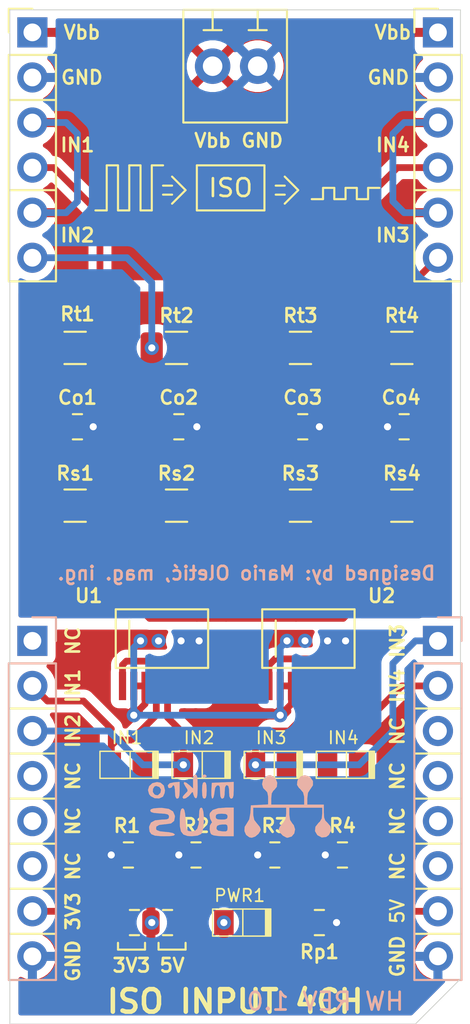
<source format=kicad_pcb>
(kicad_pcb (version 20171130) (host pcbnew "(5.1.5)-3")

  (general
    (thickness 1.6)
    (drawings 95)
    (tracks 214)
    (zones 0)
    (modules 31)
    (nets 44)
  )

  (page A4)
  (layers
    (0 F.Cu signal)
    (31 B.Cu signal)
    (32 B.Adhes user)
    (33 F.Adhes user)
    (34 B.Paste user)
    (35 F.Paste user)
    (36 B.SilkS user)
    (37 F.SilkS user)
    (38 B.Mask user)
    (39 F.Mask user)
    (40 Dwgs.User user)
    (41 Cmts.User user)
    (42 Eco1.User user)
    (43 Eco2.User user)
    (44 Edge.Cuts user)
    (45 Margin user)
    (46 B.CrtYd user)
    (47 F.CrtYd user)
    (48 B.Fab user)
    (49 F.Fab user hide)
  )

  (setup
    (last_trace_width 0.25)
    (user_trace_width 0.254)
    (user_trace_width 0.381)
    (user_trace_width 0.508)
    (user_trace_width 0.635)
    (user_trace_width 0.762)
    (trace_clearance 0.2)
    (zone_clearance 0.4572)
    (zone_45_only no)
    (trace_min 0.2)
    (via_size 0.8)
    (via_drill 0.4)
    (via_min_size 0.4)
    (via_min_drill 0.3)
    (uvia_size 0.3)
    (uvia_drill 0.1)
    (uvias_allowed no)
    (uvia_min_size 0.2)
    (uvia_min_drill 0.1)
    (edge_width 0.05)
    (segment_width 0.2)
    (pcb_text_width 0.3)
    (pcb_text_size 1.5 1.5)
    (mod_edge_width 0.12)
    (mod_text_size 1 1)
    (mod_text_width 0.15)
    (pad_size 1.524 1.524)
    (pad_drill 0.762)
    (pad_to_mask_clearance 0.0508)
    (solder_mask_min_width 0.0508)
    (aux_axis_origin 0 0)
    (visible_elements 7FFFFF7F)
    (pcbplotparams
      (layerselection 0x010fc_ffffffff)
      (usegerberextensions false)
      (usegerberattributes false)
      (usegerberadvancedattributes false)
      (creategerberjobfile false)
      (excludeedgelayer true)
      (linewidth 0.100000)
      (plotframeref false)
      (viasonmask false)
      (mode 1)
      (useauxorigin false)
      (hpglpennumber 1)
      (hpglpenspeed 20)
      (hpglpendiameter 15.000000)
      (psnegative false)
      (psa4output false)
      (plotreference true)
      (plotvalue true)
      (plotinvisibletext false)
      (padsonsilk false)
      (subtractmaskfromsilk false)
      (outputformat 1)
      (mirror false)
      (drillshape 0)
      (scaleselection 1)
      (outputdirectory "1 OutputFiles/"))
  )

  (net 0 "")
  (net 1 "Net-(U1-Pad7)")
  (net 2 "Net-(U1-Pad6)")
  (net 3 "Net-(U1-Pad12)")
  (net 4 "Net-(U1-Pad13)")
  (net 5 "Net-(U2-Pad13)")
  (net 6 "Net-(U2-Pad12)")
  (net 7 "Net-(U2-Pad6)")
  (net 8 "Net-(U2-Pad7)")
  (net 9 "Net-(Co1-Pad1)")
  (net 10 GNDPWR)
  (net 11 "Net-(Co2-Pad1)")
  (net 12 "Net-(Co3-Pad1)")
  (net 13 "Net-(Co4-Pad1)")
  (net 14 +24V)
  (net 15 /t1)
  (net 16 /t2)
  (net 17 /t4)
  (net 18 /t3)
  (net 19 +5V)
  (net 20 GND)
  (net 21 "Net-(Rs1-Pad2)")
  (net 22 "Net-(Rs3-Pad2)")
  (net 23 "Net-(Rs4-Pad2)")
  (net 24 "Net-(Rs2-Pad2)")
  (net 25 VCC)
  (net 26 +3V3)
  (net 27 /IN1)
  (net 28 /IN2)
  (net 29 /IN3)
  (net 30 /IN4)
  (net 31 "Net-(IN1-Pad2)")
  (net 32 "Net-(IN2-Pad2)")
  (net 33 "Net-(IN3-Pad2)")
  (net 34 "Net-(IN4-Pad2)")
  (net 35 "Net-(PWR1-Pad2)")
  (net 36 "Net-(CN1-Pad1)")
  (net 37 "Net-(CN1-Pad4)")
  (net 38 "Net-(CN1-Pad5)")
  (net 39 "Net-(CN1-Pad6)")
  (net 40 "Net-(CN2-Pad6)")
  (net 41 "Net-(CN2-Pad5)")
  (net 42 "Net-(CN2-Pad4)")
  (net 43 "Net-(CN2-Pad3)")

  (net_class Default "This is the default net class."
    (clearance 0.2)
    (trace_width 0.25)
    (via_dia 0.8)
    (via_drill 0.4)
    (uvia_dia 0.3)
    (uvia_drill 0.1)
    (add_net +24V)
    (add_net +3V3)
    (add_net +5V)
    (add_net /IN1)
    (add_net /IN2)
    (add_net /IN3)
    (add_net /IN4)
    (add_net /t1)
    (add_net /t2)
    (add_net /t3)
    (add_net /t4)
    (add_net GND)
    (add_net GNDPWR)
    (add_net "Net-(CN1-Pad1)")
    (add_net "Net-(CN1-Pad4)")
    (add_net "Net-(CN1-Pad5)")
    (add_net "Net-(CN1-Pad6)")
    (add_net "Net-(CN2-Pad3)")
    (add_net "Net-(CN2-Pad4)")
    (add_net "Net-(CN2-Pad5)")
    (add_net "Net-(CN2-Pad6)")
    (add_net "Net-(Co1-Pad1)")
    (add_net "Net-(Co2-Pad1)")
    (add_net "Net-(Co3-Pad1)")
    (add_net "Net-(Co4-Pad1)")
    (add_net "Net-(IN1-Pad2)")
    (add_net "Net-(IN2-Pad2)")
    (add_net "Net-(IN3-Pad2)")
    (add_net "Net-(IN4-Pad2)")
    (add_net "Net-(PWR1-Pad2)")
    (add_net "Net-(Rs1-Pad2)")
    (add_net "Net-(Rs2-Pad2)")
    (add_net "Net-(Rs3-Pad2)")
    (add_net "Net-(Rs4-Pad2)")
    (add_net "Net-(U1-Pad12)")
    (add_net "Net-(U1-Pad13)")
    (add_net "Net-(U1-Pad6)")
    (add_net "Net-(U1-Pad7)")
    (add_net "Net-(U2-Pad12)")
    (add_net "Net-(U2-Pad13)")
    (add_net "Net-(U2-Pad6)")
    (add_net "Net-(U2-Pad7)")
    (add_net VCC)
  )

  (module mikroLib_footprints:mikrobus_logo5 (layer B.Cu) (tedit 5DB49FF1) (tstamp 5DF4CA3B)
    (at 76.454 140.208 180)
    (fp_text reference G*** (at 0 5.08) (layer B.SilkS) hide
      (effects (font (size 1.524 1.524) (thickness 0.3)) (justify mirror))
    )
    (fp_text value LOGO (at 0 -5.08) (layer B.SilkS) hide
      (effects (font (size 1.524 1.524) (thickness 0.3)) (justify mirror))
    )
    (fp_poly (pts (xy -1.608996 1.818546) (xy -1.481667 1.743453) (xy -1.317299 1.555685) (xy -1.266079 1.321433)
      (xy -1.331496 1.102263) (xy -1.439333 0.996351) (xy -1.559168 0.864004) (xy -1.606049 0.636219)
      (xy -1.608667 0.534192) (xy -1.608667 0.177784) (xy -1.121833 0.152392) (xy -0.635 0.127)
      (xy -0.60838 -0.295121) (xy -0.54327 -0.662962) (xy -0.41788 -0.869919) (xy -0.283753 -1.08571)
      (xy -0.272071 -1.32506) (xy -0.366453 -1.537172) (xy -0.550522 -1.671253) (xy -0.683381 -1.693333)
      (xy -0.875167 -1.62832) (xy -1.06026 -1.473528) (xy -1.174146 -1.289327) (xy -1.185333 -1.223624)
      (xy -1.127181 -1.079741) (xy -0.985964 -0.908032) (xy -0.973667 -0.896415) (xy -0.818962 -0.693444)
      (xy -0.763806 -0.429989) (xy -0.762 -0.350124) (xy -0.762 0) (xy -2.624667 0)
      (xy -2.624667 -0.350124) (xy -2.588638 -0.639416) (xy -2.460271 -0.84962) (xy -2.413 -0.896415)
      (xy -2.267645 -1.067128) (xy -2.201689 -1.215681) (xy -2.201334 -1.223624) (xy -2.270809 -1.40309)
      (xy -2.436227 -1.576294) (xy -2.633072 -1.682864) (xy -2.703286 -1.693333) (xy -2.931519 -1.624067)
      (xy -3.076193 -1.450102) (xy -3.120899 -1.222187) (xy -3.049229 -0.991072) (xy -2.963333 -0.889)
      (xy -2.835834 -0.691761) (xy -2.794096 -0.387453) (xy -2.794 -0.367878) (xy -2.794 0)
      (xy -4.656667 0) (xy -4.656667 -0.347648) (xy -4.62691 -0.616858) (xy -4.517368 -0.797954)
      (xy -4.445 -0.861793) (xy -4.27274 -1.080679) (xy -4.249164 -1.322384) (xy -4.377831 -1.543607)
      (xy -4.388167 -1.553211) (xy -4.630219 -1.679614) (xy -4.875317 -1.650153) (xy -5.024545 -1.5385)
      (xy -5.151682 -1.296302) (xy -5.115101 -1.052605) (xy -4.953 -0.861793) (xy -4.82134 -0.727429)
      (xy -4.758242 -0.554975) (xy -4.741365 -0.281222) (xy -4.741333 -0.262981) (xy -4.741333 0.169333)
      (xy -3.81 0.169333) (xy -3.81 0.531517) (xy -3.846782 0.834513) (xy -3.967204 1.027931)
      (xy -3.979333 1.038688) (xy -4.127238 1.258414) (xy -4.126337 1.500137) (xy -3.980015 1.711614)
      (xy -3.933532 1.745725) (xy -3.679677 1.828321) (xy -3.447189 1.761998) (xy -3.282215 1.565347)
      (xy -3.249182 1.470036) (xy -3.237687 1.280395) (xy -3.337691 1.1206) (xy -3.41618 1.047885)
      (xy -3.577506 0.858044) (xy -3.637321 0.618245) (xy -3.640667 0.512061) (xy -3.640667 0.169333)
      (xy -1.778 0.169333) (xy -1.778 0.529967) (xy -1.804387 0.799783) (xy -1.895864 0.957693)
      (xy -1.947333 0.996351) (xy -2.091095 1.172232) (xy -2.115935 1.403549) (xy -2.02534 1.628738)
      (xy -1.905 1.743453) (xy -1.739291 1.833035) (xy -1.608996 1.818546)) (layer B.SilkS) (width 0.01))
    (fp_poly (pts (xy 1.21247 -0.033862) (xy 1.520687 -0.135545) (xy 1.674352 -0.305196) (xy 1.693333 -0.414682)
      (xy 1.661388 -0.619558) (xy 1.601289 -0.73551) (xy 1.555034 -0.83771) (xy 1.601289 -0.88444)
      (xy 1.674361 -1.013628) (xy 1.688637 -1.219763) (xy 1.645367 -1.421461) (xy 1.591733 -1.507067)
      (xy 1.45216 -1.562479) (xy 1.189783 -1.598479) (xy 0.9144 -1.608667) (xy 0.338667 -1.608667)
      (xy 0.338667 -1.143) (xy 0.677333 -1.143) (xy 0.693228 -1.286971) (xy 0.773637 -1.342825)
      (xy 0.967643 -1.340803) (xy 0.994833 -1.338611) (xy 1.210889 -1.301296) (xy 1.301013 -1.220425)
      (xy 1.312333 -1.143) (xy 1.275897 -1.024754) (xy 1.138249 -0.965296) (xy 0.994833 -0.947389)
      (xy 0.786943 -0.941292) (xy 0.697499 -0.990083) (xy 0.677416 -1.124005) (xy 0.677333 -1.143)
      (xy 0.338667 -1.143) (xy 0.338667 -0.508) (xy 0.677333 -0.508) (xy 0.705733 -0.618784)
      (xy 0.820522 -0.667746) (xy 1.016 -0.677333) (xy 1.237568 -0.663133) (xy 1.335492 -0.605739)
      (xy 1.354667 -0.508) (xy 1.326266 -0.397216) (xy 1.211477 -0.348254) (xy 1.016 -0.338667)
      (xy 0.794432 -0.352867) (xy 0.696507 -0.410261) (xy 0.677333 -0.508) (xy 0.338667 -0.508)
      (xy 0.338667 0) (xy 0.749366 0) (xy 1.21247 -0.033862)) (layer B.SilkS) (width 0.01))
    (fp_poly (pts (xy 2.231159 -0.037557) (xy 2.270767 -0.171382) (xy 2.285366 -0.4332) (xy 2.286 -0.534151)
      (xy 2.309961 -0.935938) (xy 2.388842 -1.192339) (xy 2.533135 -1.32137) (xy 2.753335 -1.341045)
      (xy 2.755842 -1.340763) (xy 2.883255 -1.319581) (xy 2.960642 -1.267167) (xy 3.004387 -1.146316)
      (xy 3.030875 -0.919823) (xy 3.048 -0.677333) (xy 3.078834 -0.336632) (xy 3.120206 -0.137312)
      (xy 3.179564 -0.051449) (xy 3.217333 -0.042333) (xy 3.289537 -0.0826) (xy 3.335505 -0.222998)
      (xy 3.36295 -0.492921) (xy 3.369566 -0.622489) (xy 3.367092 -1.051402) (xy 3.305051 -1.340498)
      (xy 3.16763 -1.513545) (xy 2.939015 -1.59431) (xy 2.713429 -1.608667) (xy 2.38006 -1.575907)
      (xy 2.172808 -1.482991) (xy 2.165047 -1.475619) (xy 2.093693 -1.328465) (xy 2.046377 -1.084095)
      (xy 2.023285 -0.788215) (xy 2.024606 -0.486533) (xy 2.050525 -0.224754) (xy 2.101232 -0.048587)
      (xy 2.159 0) (xy 2.231159 -0.037557)) (layer B.SilkS) (width 0.01))
    (fp_poly (pts (xy 4.572 -0.020421) (xy 4.857276 -0.046947) (xy 5.00265 -0.098314) (xy 5.037667 -0.169333)
      (xy 4.994114 -0.244883) (xy 4.843947 -0.291973) (xy 4.557898 -0.319023) (xy 4.5085 -0.32154)
      (xy 4.216069 -0.342117) (xy 4.055529 -0.377502) (xy 3.989445 -0.441172) (xy 3.979333 -0.51204)
      (xy 4.003829 -0.612914) (xy 4.105182 -0.662254) (xy 4.325191 -0.677032) (xy 4.386484 -0.677333)
      (xy 4.764331 -0.719145) (xy 4.999582 -0.8468) (xy 5.09751 -1.063622) (xy 5.101167 -1.128175)
      (xy 5.073814 -1.351507) (xy 4.973403 -1.495148) (xy 4.772401 -1.574791) (xy 4.443276 -1.606132)
      (xy 4.258244 -1.608667) (xy 3.918304 -1.600612) (xy 3.725748 -1.573932) (xy 3.659278 -1.524849)
      (xy 3.661467 -1.502833) (xy 3.764889 -1.434811) (xy 4.002493 -1.386562) (xy 4.18085 -1.371479)
      (xy 4.499327 -1.336766) (xy 4.672787 -1.270226) (xy 4.715665 -1.214767) (xy 4.702962 -1.065841)
      (xy 4.535454 -0.970734) (xy 4.220067 -0.933094) (xy 4.1802 -0.93263) (xy 3.869922 -0.887596)
      (xy 3.696753 -0.749348) (xy 3.650912 -0.508915) (xy 3.655715 -0.451582) (xy 3.757101 -0.217084)
      (xy 3.997998 -0.072833) (xy 4.380623 -0.017785) (xy 4.572 -0.020421)) (layer B.SilkS) (width 0.01))
    (fp_poly (pts (xy 1.566333 1.397) (xy 1.591924 0.9525) (xy 1.592211 0.694009) (xy 1.562788 0.536542)
      (xy 1.533293 0.508) (xy 1.476313 0.583479) (xy 1.432778 0.773233) (xy 1.423035 0.867103)
      (xy 1.381728 1.119544) (xy 1.295957 1.237816) (xy 1.248833 1.254311) (xy 1.156832 1.244453)
      (xy 1.112641 1.143787) (xy 1.100698 0.914592) (xy 1.100667 0.895208) (xy 1.084557 0.64184)
      (xy 1.029617 0.525074) (xy 0.973667 0.508) (xy 0.889959 0.557862) (xy 0.85183 0.727403)
      (xy 0.846667 0.889) (xy 0.830046 1.140122) (xy 0.773532 1.254508) (xy 0.719667 1.27)
      (xy 0.635959 1.220138) (xy 0.59783 1.050597) (xy 0.592667 0.889) (xy 0.576046 0.637878)
      (xy 0.519532 0.523492) (xy 0.465667 0.508) (xy 0.389343 0.549537) (xy 0.349889 0.695433)
      (xy 0.338667 0.977376) (xy 0.338667 1.446752) (xy 1.566333 1.397)) (layer B.SilkS) (width 0.01))
    (fp_poly (pts (xy 2.066255 1.397527) (xy 2.105686 1.25083) (xy 2.116667 0.973667) (xy 2.105265 0.692842)
      (xy 2.065257 0.548262) (xy 1.989667 0.508) (xy 1.913078 0.549807) (xy 1.873647 0.696503)
      (xy 1.862667 0.973667) (xy 1.874068 1.254492) (xy 1.914076 1.399072) (xy 1.989667 1.439333)
      (xy 2.066255 1.397527)) (layer B.SilkS) (width 0.01))
    (fp_poly (pts (xy 2.57996 1.814531) (xy 2.618465 1.649716) (xy 2.624667 1.466908) (xy 2.624667 1.07115)
      (xy 2.820623 1.255242) (xy 3.010853 1.403379) (xy 3.126993 1.43799) (xy 3.147316 1.364502)
      (xy 3.055941 1.196486) (xy 2.945485 1.029582) (xy 2.932742 0.931338) (xy 3.016705 0.832834)
      (xy 3.050176 0.802364) (xy 3.175272 0.664935) (xy 3.217333 0.579545) (xy 3.163875 0.50645)
      (xy 3.03513 0.533454) (xy 2.878538 0.643987) (xy 2.806475 0.723037) (xy 2.689363 0.864321)
      (xy 2.637705 0.877826) (xy 2.612517 0.769063) (xy 2.60983 0.750836) (xy 2.545622 0.587474)
      (xy 2.4765 0.528743) (xy 2.420999 0.557111) (xy 2.387448 0.700999) (xy 2.372367 0.981762)
      (xy 2.370667 1.178278) (xy 2.376548 1.527878) (xy 2.397901 1.738407) (xy 2.440286 1.839838)
      (xy 2.497667 1.862667) (xy 2.57996 1.814531)) (layer B.SilkS) (width 0.01))
    (fp_poly (pts (xy 3.703462 1.423278) (xy 3.944769 1.371327) (xy 4.045601 1.260921) (xy 4.048337 1.248833)
      (xy 4.015437 1.122798) (xy 3.943208 1.100667) (xy 3.826608 1.14452) (xy 3.81 1.185333)
      (xy 3.745571 1.26754) (xy 3.725333 1.27) (xy 3.67484 1.194326) (xy 3.644551 1.002862)
      (xy 3.640667 0.889) (xy 3.624046 0.637878) (xy 3.567532 0.523492) (xy 3.513667 0.508)
      (xy 3.437442 0.549436) (xy 3.39798 0.695033) (xy 3.386667 0.976723) (xy 3.386667 1.449555)
      (xy 3.703462 1.423278)) (layer B.SilkS) (width 0.01))
    (fp_poly (pts (xy 4.923687 1.374319) (xy 5.098116 1.209328) (xy 5.164399 0.989435) (xy 5.102661 0.759719)
      (xy 5.009833 0.648122) (xy 4.788317 0.532796) (xy 4.540364 0.520279) (xy 4.339672 0.611941)
      (xy 4.317783 0.635261) (xy 4.234255 0.818209) (xy 4.212167 0.973667) (xy 4.222259 1.015528)
      (xy 4.429927 1.015528) (xy 4.459975 0.841248) (xy 4.481443 0.81143) (xy 4.610273 0.693939)
      (xy 4.738375 0.709083) (xy 4.812241 0.751705) (xy 4.897818 0.883917) (xy 4.889743 1.055893)
      (xy 4.804371 1.19279) (xy 4.708227 1.227667) (xy 4.523683 1.164533) (xy 4.429927 1.015528)
      (xy 4.222259 1.015528) (xy 4.277711 1.245527) (xy 4.463655 1.404332) (xy 4.660986 1.439334)
      (xy 4.923687 1.374319)) (layer B.SilkS) (width 0.01))
    (fp_poly (pts (xy 2.102338 1.816949) (xy 2.116667 1.778) (xy 2.04809 1.702886) (xy 1.989667 1.693333)
      (xy 1.876995 1.739051) (xy 1.862667 1.778) (xy 1.931243 1.853115) (xy 1.989667 1.862667)
      (xy 2.102338 1.816949)) (layer B.SilkS) (width 0.01))
  )

  (module mikroLib_footprints:ISO1212 (layer F.Cu) (tedit 5D7F5923) (tstamp 5D7FD936)
    (at 74.295 133.35 90)
    (descr "ISO1212 Isolated 24-V to 60-V Digital Input Receivers for Digital Input Module")
    (tags ISO)
    (path /5D88E320)
    (solder_mask_margin 0.0508)
    (clearance 0.0762)
    (fp_text reference U1 (at 5.08 -6.35 180) (layer F.SilkS)
      (effects (font (size 0.762 0.762) (thickness 0.1524)))
    )
    (fp_text value ISO1212 (at 2.667 1.143 90) (layer F.Fab) hide
      (effects (font (size 0.508 0.4318) (thickness 0.0762)))
    )
    (fp_line (start 1.016 -4.826) (end 1.016 0.381) (layer F.SilkS) (width 0.12))
    (fp_line (start 1.016 -4.826) (end 4.318 -4.826) (layer F.SilkS) (width 0.12))
    (fp_line (start 4.318 -4.826) (end 4.318 0.381) (layer F.SilkS) (width 0.12))
    (fp_line (start 4.318 0.381) (end 1.016 0.381) (layer F.SilkS) (width 0.12))
    (fp_line (start 1.651 -4.064) (end 3.683 -4.064) (layer F.SilkS) (width 0.12))
    (fp_line (start -0.889 -4.953) (end 6.35 -4.953) (layer F.CrtYd) (width 0.12))
    (fp_line (start 6.35 -4.953) (end 6.35 0.508) (layer F.CrtYd) (width 0.12))
    (fp_line (start 6.35 0.508) (end -0.889 0.508) (layer F.CrtYd) (width 0.12))
    (fp_line (start -0.889 0.508) (end -0.889 -4.953) (layer F.CrtYd) (width 0.12))
    (pad 8 smd rect (at 0 0 90) (size 1.6002 0.4064) (layers F.Cu F.Paste F.Mask)
      (net 20 GND))
    (pad 7 smd rect (at 0 -0.635 90) (size 1.6002 0.4064) (layers F.Cu F.Paste F.Mask)
      (net 1 "Net-(U1-Pad7)"))
    (pad 6 smd rect (at 0 -1.27 90) (size 1.6002 0.4064) (layers F.Cu F.Paste F.Mask)
      (net 2 "Net-(U1-Pad6)"))
    (pad 5 smd rect (at 0 -1.905 90) (size 1.6002 0.4064) (layers F.Cu F.Paste F.Mask)
      (net 28 /IN2))
    (pad 4 smd rect (at 0 -2.54 90) (size 1.6002 0.4064) (layers F.Cu F.Paste F.Mask)
      (net 27 /IN1))
    (pad 3 smd rect (at 0 -3.175 90) (size 1.6002 0.4064) (layers F.Cu F.Paste F.Mask)
      (net 25 VCC))
    (pad 2 smd rect (at 0 -3.81 90) (size 1.6002 0.4064) (layers F.Cu F.Paste F.Mask)
      (net 25 VCC))
    (pad 1 smd rect (at 0 -4.445 90) (size 1.6002 0.4064) (layers F.Cu F.Paste F.Mask)
      (net 20 GND))
    (pad 9 smd rect (at 5.4102 0 90) (size 1.6002 0.4064) (layers F.Cu F.Paste F.Mask)
      (net 10 GNDPWR))
    (pad 10 smd rect (at 5.4102 -0.635 90) (size 1.6002 0.4064) (layers F.Cu F.Paste F.Mask)
      (net 24 "Net-(Rs2-Pad2)"))
    (pad 11 smd rect (at 5.4102 -1.27 90) (size 1.6002 0.4064) (layers F.Cu F.Paste F.Mask)
      (net 11 "Net-(Co2-Pad1)"))
    (pad 12 smd rect (at 5.4102 -1.905 90) (size 1.6002 0.4064) (layers F.Cu F.Paste F.Mask)
      (net 3 "Net-(U1-Pad12)"))
    (pad 13 smd rect (at 5.4102 -2.54 90) (size 1.6002 0.4064) (layers F.Cu F.Paste F.Mask)
      (net 4 "Net-(U1-Pad13)"))
    (pad 14 smd rect (at 5.4102 -3.175 90) (size 1.6002 0.4064) (layers F.Cu F.Paste F.Mask)
      (net 10 GNDPWR))
    (pad 15 smd rect (at 5.4102 -3.81 90) (size 1.6002 0.4064) (layers F.Cu F.Paste F.Mask)
      (net 21 "Net-(Rs1-Pad2)"))
    (pad 16 smd rect (at 5.4102 -4.445 90) (size 1.6002 0.4064) (layers F.Cu F.Paste F.Mask)
      (net 9 "Net-(Co1-Pad1)"))
    (model ${KISYS3DMOD}/SSOP16/SSOP16.STEP
      (offset (xyz 2.667 2.2606 0))
      (scale (xyz 1 1 1))
      (rotate (xyz -90 0 0))
    )
    (model ${KISYS3DMOD}/Package_SO.3dshapes/SSOP-16_3.9x4.9mm_P0.635mm.step
      (offset (xyz 2.667 2.2606 0))
      (scale (xyz 1 1 1))
      (rotate (xyz 0 0 0))
    )
  )

  (module mikroLib_footprints:ISO1212 (layer F.Cu) (tedit 5D7F5923) (tstamp 5D7FD953)
    (at 82.55 133.35 90)
    (descr "ISO1212 Isolated 24-V to 60-V Digital Input Receivers for Digital Input Module")
    (tags ISO)
    (path /5D88EA38)
    (solder_mask_margin 0.0508)
    (clearance 0.0762)
    (fp_text reference U2 (at 5.08 1.905 180) (layer F.SilkS)
      (effects (font (size 0.762 0.762) (thickness 0.1524)))
    )
    (fp_text value ISO1212 (at 2.667 1.143 90) (layer F.Fab) hide
      (effects (font (size 0.508 0.4318) (thickness 0.0762)))
    )
    (fp_line (start -0.889 0.508) (end -0.889 -4.953) (layer F.CrtYd) (width 0.12))
    (fp_line (start 6.35 0.508) (end -0.889 0.508) (layer F.CrtYd) (width 0.12))
    (fp_line (start 6.35 -4.953) (end 6.35 0.508) (layer F.CrtYd) (width 0.12))
    (fp_line (start -0.889 -4.953) (end 6.35 -4.953) (layer F.CrtYd) (width 0.12))
    (fp_line (start 1.651 -4.064) (end 3.683 -4.064) (layer F.SilkS) (width 0.12))
    (fp_line (start 4.318 0.381) (end 1.016 0.381) (layer F.SilkS) (width 0.12))
    (fp_line (start 4.318 -4.826) (end 4.318 0.381) (layer F.SilkS) (width 0.12))
    (fp_line (start 1.016 -4.826) (end 4.318 -4.826) (layer F.SilkS) (width 0.12))
    (fp_line (start 1.016 -4.826) (end 1.016 0.381) (layer F.SilkS) (width 0.12))
    (pad 16 smd rect (at 5.4102 -4.445 90) (size 1.6002 0.4064) (layers F.Cu F.Paste F.Mask)
      (net 12 "Net-(Co3-Pad1)"))
    (pad 15 smd rect (at 5.4102 -3.81 90) (size 1.6002 0.4064) (layers F.Cu F.Paste F.Mask)
      (net 22 "Net-(Rs3-Pad2)"))
    (pad 14 smd rect (at 5.4102 -3.175 90) (size 1.6002 0.4064) (layers F.Cu F.Paste F.Mask)
      (net 10 GNDPWR))
    (pad 13 smd rect (at 5.4102 -2.54 90) (size 1.6002 0.4064) (layers F.Cu F.Paste F.Mask)
      (net 5 "Net-(U2-Pad13)"))
    (pad 12 smd rect (at 5.4102 -1.905 90) (size 1.6002 0.4064) (layers F.Cu F.Paste F.Mask)
      (net 6 "Net-(U2-Pad12)"))
    (pad 11 smd rect (at 5.4102 -1.27 90) (size 1.6002 0.4064) (layers F.Cu F.Paste F.Mask)
      (net 13 "Net-(Co4-Pad1)"))
    (pad 10 smd rect (at 5.4102 -0.635 90) (size 1.6002 0.4064) (layers F.Cu F.Paste F.Mask)
      (net 23 "Net-(Rs4-Pad2)"))
    (pad 9 smd rect (at 5.4102 0 90) (size 1.6002 0.4064) (layers F.Cu F.Paste F.Mask)
      (net 10 GNDPWR))
    (pad 1 smd rect (at 0 -4.445 90) (size 1.6002 0.4064) (layers F.Cu F.Paste F.Mask)
      (net 20 GND))
    (pad 2 smd rect (at 0 -3.81 90) (size 1.6002 0.4064) (layers F.Cu F.Paste F.Mask)
      (net 25 VCC))
    (pad 3 smd rect (at 0 -3.175 90) (size 1.6002 0.4064) (layers F.Cu F.Paste F.Mask)
      (net 25 VCC))
    (pad 4 smd rect (at 0 -2.54 90) (size 1.6002 0.4064) (layers F.Cu F.Paste F.Mask)
      (net 29 /IN3))
    (pad 5 smd rect (at 0 -1.905 90) (size 1.6002 0.4064) (layers F.Cu F.Paste F.Mask)
      (net 30 /IN4))
    (pad 6 smd rect (at 0 -1.27 90) (size 1.6002 0.4064) (layers F.Cu F.Paste F.Mask)
      (net 7 "Net-(U2-Pad6)"))
    (pad 7 smd rect (at 0 -0.635 90) (size 1.6002 0.4064) (layers F.Cu F.Paste F.Mask)
      (net 8 "Net-(U2-Pad7)"))
    (pad 8 smd rect (at 0 0 90) (size 1.6002 0.4064) (layers F.Cu F.Paste F.Mask)
      (net 20 GND))
    (model ${KISYS3DMOD}/SSOP16/SSOP16.STEP
      (offset (xyz 2.667 2.2606 0.508))
      (scale (xyz 1 1 1))
      (rotate (xyz -90 0 0))
    )
    (model ${KISYS3DMOD}/Package_SO.3dshapes/SSOP-16_3.9x4.9mm_P0.635mm.step
      (offset (xyz 2.667 2.2606 0))
      (scale (xyz 1 1 1))
      (rotate (xyz 0 0 0))
    )
  )

  (module Connector_PinHeader_2.54mm:PinHeader_1x06_P2.54mm_Vertical (layer F.Cu) (tedit 59FED5CC) (tstamp 5D800824)
    (at 64.77 96.52)
    (descr "Through hole straight pin header, 1x06, 2.54mm pitch, single row")
    (tags "Through hole pin header THT 1x06 2.54mm single row")
    (path /5D89378E)
    (fp_text reference J3 (at 0 -2.33) (layer F.SilkS) hide
      (effects (font (size 1 1) (thickness 0.15)))
    )
    (fp_text value Conn_01x06_Male (at 0 15.03) (layer F.Fab) hide
      (effects (font (size 1 1) (thickness 0.15)))
    )
    (fp_line (start -0.635 -1.27) (end 1.27 -1.27) (layer F.Fab) (width 0.1))
    (fp_line (start 1.27 -1.27) (end 1.27 13.97) (layer F.Fab) (width 0.1))
    (fp_line (start 1.27 13.97) (end -1.27 13.97) (layer F.Fab) (width 0.1))
    (fp_line (start -1.27 13.97) (end -1.27 -0.635) (layer F.Fab) (width 0.1))
    (fp_line (start -1.27 -0.635) (end -0.635 -1.27) (layer F.Fab) (width 0.1))
    (fp_line (start -1.33 14.03) (end 1.33 14.03) (layer F.SilkS) (width 0.12))
    (fp_line (start -1.33 1.27) (end -1.33 14.03) (layer F.SilkS) (width 0.12))
    (fp_line (start 1.33 1.27) (end 1.33 14.03) (layer F.SilkS) (width 0.12))
    (fp_line (start -1.33 1.27) (end 1.33 1.27) (layer F.SilkS) (width 0.12))
    (fp_line (start -1.33 0) (end -1.33 -1.33) (layer F.SilkS) (width 0.12))
    (fp_line (start -1.33 -1.33) (end 0 -1.33) (layer F.SilkS) (width 0.12))
    (fp_line (start -1.8 -1.8) (end -1.8 14.5) (layer F.CrtYd) (width 0.05))
    (fp_line (start -1.8 14.5) (end 1.8 14.5) (layer F.CrtYd) (width 0.05))
    (fp_line (start 1.8 14.5) (end 1.8 -1.8) (layer F.CrtYd) (width 0.05))
    (fp_line (start 1.8 -1.8) (end -1.8 -1.8) (layer F.CrtYd) (width 0.05))
    (fp_text user %R (at 0 6.35 90) (layer F.Fab) hide
      (effects (font (size 1 1) (thickness 0.15)))
    )
    (pad 1 thru_hole rect (at 0 0) (size 1.7 1.7) (drill 1) (layers *.Cu *.Mask)
      (net 14 +24V))
    (pad 2 thru_hole oval (at 0 2.54) (size 1.7 1.7) (drill 1) (layers *.Cu *.Mask)
      (net 10 GNDPWR))
    (pad 3 thru_hole oval (at 0 5.08) (size 1.7 1.7) (drill 1) (layers *.Cu *.Mask)
      (net 14 +24V))
    (pad 4 thru_hole oval (at 0 7.62) (size 1.7 1.7) (drill 1) (layers *.Cu *.Mask)
      (net 15 /t1))
    (pad 5 thru_hole oval (at 0 10.16) (size 1.7 1.7) (drill 1) (layers *.Cu *.Mask)
      (net 14 +24V))
    (pad 6 thru_hole oval (at 0 12.7) (size 1.7 1.7) (drill 1) (layers *.Cu *.Mask)
      (net 16 /t2))
    (model ${KISYS3DMOD}/Connector_PinHeader_2.54mm.3dshapes/PinHeader_1x06_P2.54mm_Vertical.wrl
      (at (xyz 0 0 0))
      (scale (xyz 1 1 1))
      (rotate (xyz 0 0 0))
    )
  )

  (module Connector_PinHeader_2.54mm:PinHeader_1x06_P2.54mm_Vertical (layer F.Cu) (tedit 59FED5CC) (tstamp 5D80083E)
    (at 87.63 96.52)
    (descr "Through hole straight pin header, 1x06, 2.54mm pitch, single row")
    (tags "Through hole pin header THT 1x06 2.54mm single row")
    (path /5D89460D)
    (fp_text reference J4 (at 0 -2.33) (layer F.SilkS) hide
      (effects (font (size 1 1) (thickness 0.15)))
    )
    (fp_text value Conn_01x06_Male (at 0 15.03) (layer F.Fab) hide
      (effects (font (size 1 1) (thickness 0.15)))
    )
    (fp_text user %R (at 0 6.35 90) (layer F.Fab) hide
      (effects (font (size 1 1) (thickness 0.15)))
    )
    (fp_line (start 1.8 -1.8) (end -1.8 -1.8) (layer F.CrtYd) (width 0.05))
    (fp_line (start 1.8 14.5) (end 1.8 -1.8) (layer F.CrtYd) (width 0.05))
    (fp_line (start -1.8 14.5) (end 1.8 14.5) (layer F.CrtYd) (width 0.05))
    (fp_line (start -1.8 -1.8) (end -1.8 14.5) (layer F.CrtYd) (width 0.05))
    (fp_line (start -1.33 -1.33) (end 0 -1.33) (layer F.SilkS) (width 0.12))
    (fp_line (start -1.33 0) (end -1.33 -1.33) (layer F.SilkS) (width 0.12))
    (fp_line (start -1.33 1.27) (end 1.33 1.27) (layer F.SilkS) (width 0.12))
    (fp_line (start 1.33 1.27) (end 1.33 14.03) (layer F.SilkS) (width 0.12))
    (fp_line (start -1.33 1.27) (end -1.33 14.03) (layer F.SilkS) (width 0.12))
    (fp_line (start -1.33 14.03) (end 1.33 14.03) (layer F.SilkS) (width 0.12))
    (fp_line (start -1.27 -0.635) (end -0.635 -1.27) (layer F.Fab) (width 0.1))
    (fp_line (start -1.27 13.97) (end -1.27 -0.635) (layer F.Fab) (width 0.1))
    (fp_line (start 1.27 13.97) (end -1.27 13.97) (layer F.Fab) (width 0.1))
    (fp_line (start 1.27 -1.27) (end 1.27 13.97) (layer F.Fab) (width 0.1))
    (fp_line (start -0.635 -1.27) (end 1.27 -1.27) (layer F.Fab) (width 0.1))
    (pad 6 thru_hole oval (at 0 12.7) (size 1.7 1.7) (drill 1) (layers *.Cu *.Mask)
      (net 17 /t4))
    (pad 5 thru_hole oval (at 0 10.16) (size 1.7 1.7) (drill 1) (layers *.Cu *.Mask)
      (net 14 +24V))
    (pad 4 thru_hole oval (at 0 7.62) (size 1.7 1.7) (drill 1) (layers *.Cu *.Mask)
      (net 18 /t3))
    (pad 3 thru_hole oval (at 0 5.08) (size 1.7 1.7) (drill 1) (layers *.Cu *.Mask)
      (net 14 +24V))
    (pad 2 thru_hole oval (at 0 2.54) (size 1.7 1.7) (drill 1) (layers *.Cu *.Mask)
      (net 10 GNDPWR))
    (pad 1 thru_hole rect (at 0 0) (size 1.7 1.7) (drill 1) (layers *.Cu *.Mask)
      (net 14 +24V))
    (model ${KISYS3DMOD}/Connector_PinHeader_2.54mm.3dshapes/PinHeader_1x06_P2.54mm_Vertical.wrl
      (at (xyz 0 0 0))
      (scale (xyz 1 1 1))
      (rotate (xyz 0 0 0))
    )
  )

  (module mikroLib_footprints:PCB_Terminal_2.54mm_2way (layer F.Cu) (tedit 5D7FB2B9) (tstamp 5D8051B3)
    (at 77.47 98.425 180)
    (path /5D89ED2B)
    (fp_text reference VBB1 (at 1.27 -1.905) (layer F.SilkS) hide
      (effects (font (size 1 1) (thickness 0.15)))
    )
    (fp_text value PCB_Terminal_2.54mm_2way (at 1.27 4.572) (layer F.Fab) hide
      (effects (font (size 1 1) (thickness 0.15)))
    )
    (fp_line (start -1.651 -3.175) (end 4.191 -3.175) (layer F.SilkS) (width 0.12))
    (fp_line (start 4.191 -3.175) (end 4.191 3.175) (layer F.SilkS) (width 0.12))
    (fp_line (start 4.191 3.175) (end -1.651 3.175) (layer F.SilkS) (width 0.12))
    (fp_line (start -1.651 3.175) (end -1.651 -3.175) (layer F.SilkS) (width 0.12))
    (fp_line (start 0 3.175) (end 0 2.032) (layer F.SilkS) (width 0.12))
    (fp_line (start -0.508 2.032) (end 0.508 2.032) (layer F.SilkS) (width 0.12))
    (fp_line (start 2.54 2.032) (end 2.54 3.175) (layer F.SilkS) (width 0.12))
    (fp_line (start 2.032 2.032) (end 3.048 2.032) (layer F.SilkS) (width 0.12))
    (pad 2 thru_hole circle (at 2.54 0 180) (size 2 2) (drill 1.1) (layers *.Cu *.Mask)
      (net 14 +24V))
    (pad 1 thru_hole circle (at 0 0 180) (size 2 2) (drill 1.1) (layers *.Cu *.Mask)
      (net 10 GNDPWR))
    (model "${KISYS3DMOD}/PCB_Terminal_2.54-2/PCB terminal 2.54-2.stp"
      (offset (xyz 4.064 -3.0988 0))
      (scale (xyz 1 1 1))
      (rotate (xyz -90 0 -90))
    )
    (model "${KIPRJMOD}/3D/PCB terminal 2.54-2.stp"
      (offset (xyz 4 -3 0))
      (scale (xyz 1 1 1))
      (rotate (xyz -90 0 -90))
    )
  )

  (module Capacitor_SMD:C_0805_2012Metric (layer F.Cu) (tedit 5B36C52B) (tstamp 5D802CD4)
    (at 67.31 118.745)
    (descr "Capacitor SMD 0805 (2012 Metric), square (rectangular) end terminal, IPC_7351 nominal, (Body size source: https://docs.google.com/spreadsheets/d/1BsfQQcO9C6DZCsRaXUlFlo91Tg2WpOkGARC1WS5S8t0/edit?usp=sharing), generated with kicad-footprint-generator")
    (tags capacitor)
    (path /5D8D1C54)
    (attr smd)
    (fp_text reference Co1 (at 0 -1.65) (layer F.SilkS)
      (effects (font (size 0.762 0.762) (thickness 0.15)))
    )
    (fp_text value 10nF (at 0 1.65) (layer F.Fab) hide
      (effects (font (size 1 1) (thickness 0.15)))
    )
    (fp_line (start -1 0.6) (end -1 -0.6) (layer F.Fab) (width 0.1))
    (fp_line (start -1 -0.6) (end 1 -0.6) (layer F.Fab) (width 0.1))
    (fp_line (start 1 -0.6) (end 1 0.6) (layer F.Fab) (width 0.1))
    (fp_line (start 1 0.6) (end -1 0.6) (layer F.Fab) (width 0.1))
    (fp_line (start -0.258578 -0.71) (end 0.258578 -0.71) (layer F.SilkS) (width 0.12))
    (fp_line (start -0.258578 0.71) (end 0.258578 0.71) (layer F.SilkS) (width 0.12))
    (fp_line (start -1.68 0.95) (end -1.68 -0.95) (layer F.CrtYd) (width 0.05))
    (fp_line (start -1.68 -0.95) (end 1.68 -0.95) (layer F.CrtYd) (width 0.05))
    (fp_line (start 1.68 -0.95) (end 1.68 0.95) (layer F.CrtYd) (width 0.05))
    (fp_line (start 1.68 0.95) (end -1.68 0.95) (layer F.CrtYd) (width 0.05))
    (fp_text user %R (at 0 0) (layer F.Fab) hide
      (effects (font (size 0.5 0.5) (thickness 0.08)))
    )
    (pad 1 smd roundrect (at -0.9375 0) (size 0.975 1.4) (layers F.Cu F.Paste F.Mask) (roundrect_rratio 0.25)
      (net 9 "Net-(Co1-Pad1)"))
    (pad 2 smd roundrect (at 0.9375 0) (size 0.975 1.4) (layers F.Cu F.Paste F.Mask) (roundrect_rratio 0.25)
      (net 10 GNDPWR))
    (model ${KISYS3DMOD}/Capacitor_SMD.3dshapes/C_0805_2012Metric.wrl
      (at (xyz 0 0 0))
      (scale (xyz 1 1 1))
      (rotate (xyz 0 0 0))
    )
  )

  (module Capacitor_SMD:C_0805_2012Metric (layer F.Cu) (tedit 5B36C52B) (tstamp 5D802CE5)
    (at 73.025 118.745)
    (descr "Capacitor SMD 0805 (2012 Metric), square (rectangular) end terminal, IPC_7351 nominal, (Body size source: https://docs.google.com/spreadsheets/d/1BsfQQcO9C6DZCsRaXUlFlo91Tg2WpOkGARC1WS5S8t0/edit?usp=sharing), generated with kicad-footprint-generator")
    (tags capacitor)
    (path /5D8D3512)
    (attr smd)
    (fp_text reference Co2 (at 0 -1.65) (layer F.SilkS)
      (effects (font (size 0.762 0.762) (thickness 0.15)))
    )
    (fp_text value 10nF (at 0 1.65) (layer F.Fab) hide
      (effects (font (size 1 1) (thickness 0.15)))
    )
    (fp_text user %R (at 0 0) (layer F.Fab) hide
      (effects (font (size 0.5 0.5) (thickness 0.08)))
    )
    (fp_line (start 1.68 0.95) (end -1.68 0.95) (layer F.CrtYd) (width 0.05))
    (fp_line (start 1.68 -0.95) (end 1.68 0.95) (layer F.CrtYd) (width 0.05))
    (fp_line (start -1.68 -0.95) (end 1.68 -0.95) (layer F.CrtYd) (width 0.05))
    (fp_line (start -1.68 0.95) (end -1.68 -0.95) (layer F.CrtYd) (width 0.05))
    (fp_line (start -0.258578 0.71) (end 0.258578 0.71) (layer F.SilkS) (width 0.12))
    (fp_line (start -0.258578 -0.71) (end 0.258578 -0.71) (layer F.SilkS) (width 0.12))
    (fp_line (start 1 0.6) (end -1 0.6) (layer F.Fab) (width 0.1))
    (fp_line (start 1 -0.6) (end 1 0.6) (layer F.Fab) (width 0.1))
    (fp_line (start -1 -0.6) (end 1 -0.6) (layer F.Fab) (width 0.1))
    (fp_line (start -1 0.6) (end -1 -0.6) (layer F.Fab) (width 0.1))
    (pad 2 smd roundrect (at 0.9375 0) (size 0.975 1.4) (layers F.Cu F.Paste F.Mask) (roundrect_rratio 0.25)
      (net 10 GNDPWR))
    (pad 1 smd roundrect (at -0.9375 0) (size 0.975 1.4) (layers F.Cu F.Paste F.Mask) (roundrect_rratio 0.25)
      (net 11 "Net-(Co2-Pad1)"))
    (model ${KISYS3DMOD}/Capacitor_SMD.3dshapes/C_0805_2012Metric.wrl
      (at (xyz 0 0 0))
      (scale (xyz 1 1 1))
      (rotate (xyz 0 0 0))
    )
  )

  (module Capacitor_SMD:C_0805_2012Metric (layer F.Cu) (tedit 5B36C52B) (tstamp 5D802CF6)
    (at 80.01 118.745)
    (descr "Capacitor SMD 0805 (2012 Metric), square (rectangular) end terminal, IPC_7351 nominal, (Body size source: https://docs.google.com/spreadsheets/d/1BsfQQcO9C6DZCsRaXUlFlo91Tg2WpOkGARC1WS5S8t0/edit?usp=sharing), generated with kicad-footprint-generator")
    (tags capacitor)
    (path /5D8D4461)
    (attr smd)
    (fp_text reference Co3 (at 0 -1.65) (layer F.SilkS)
      (effects (font (size 0.762 0.762) (thickness 0.15)))
    )
    (fp_text value 10nF (at 0 1.65) (layer F.Fab) hide
      (effects (font (size 1 1) (thickness 0.15)))
    )
    (fp_line (start -1 0.6) (end -1 -0.6) (layer F.Fab) (width 0.1))
    (fp_line (start -1 -0.6) (end 1 -0.6) (layer F.Fab) (width 0.1))
    (fp_line (start 1 -0.6) (end 1 0.6) (layer F.Fab) (width 0.1))
    (fp_line (start 1 0.6) (end -1 0.6) (layer F.Fab) (width 0.1))
    (fp_line (start -0.258578 -0.71) (end 0.258578 -0.71) (layer F.SilkS) (width 0.12))
    (fp_line (start -0.258578 0.71) (end 0.258578 0.71) (layer F.SilkS) (width 0.12))
    (fp_line (start -1.68 0.95) (end -1.68 -0.95) (layer F.CrtYd) (width 0.05))
    (fp_line (start -1.68 -0.95) (end 1.68 -0.95) (layer F.CrtYd) (width 0.05))
    (fp_line (start 1.68 -0.95) (end 1.68 0.95) (layer F.CrtYd) (width 0.05))
    (fp_line (start 1.68 0.95) (end -1.68 0.95) (layer F.CrtYd) (width 0.05))
    (fp_text user %R (at 0 0) (layer F.Fab) hide
      (effects (font (size 0.5 0.5) (thickness 0.08)))
    )
    (pad 1 smd roundrect (at -0.9375 0) (size 0.975 1.4) (layers F.Cu F.Paste F.Mask) (roundrect_rratio 0.25)
      (net 12 "Net-(Co3-Pad1)"))
    (pad 2 smd roundrect (at 0.9375 0) (size 0.975 1.4) (layers F.Cu F.Paste F.Mask) (roundrect_rratio 0.25)
      (net 10 GNDPWR))
    (model ${KISYS3DMOD}/Capacitor_SMD.3dshapes/C_0805_2012Metric.wrl
      (at (xyz 0 0 0))
      (scale (xyz 1 1 1))
      (rotate (xyz 0 0 0))
    )
  )

  (module Capacitor_SMD:C_0805_2012Metric (layer F.Cu) (tedit 5B36C52B) (tstamp 5D806888)
    (at 85.725 118.745 180)
    (descr "Capacitor SMD 0805 (2012 Metric), square (rectangular) end terminal, IPC_7351 nominal, (Body size source: https://docs.google.com/spreadsheets/d/1BsfQQcO9C6DZCsRaXUlFlo91Tg2WpOkGARC1WS5S8t0/edit?usp=sharing), generated with kicad-footprint-generator")
    (tags capacitor)
    (path /5D8D5505)
    (attr smd)
    (fp_text reference Co4 (at 0.1755 1.651) (layer F.SilkS)
      (effects (font (size 0.762 0.762) (thickness 0.15)))
    )
    (fp_text value 10nF (at 0.0485 -1.778) (layer F.Fab) hide
      (effects (font (size 1 1) (thickness 0.15)))
    )
    (fp_text user %R (at 0 0) (layer F.Fab) hide
      (effects (font (size 0.5 0.5) (thickness 0.08)))
    )
    (fp_line (start 1.68 0.95) (end -1.68 0.95) (layer F.CrtYd) (width 0.05))
    (fp_line (start 1.68 -0.95) (end 1.68 0.95) (layer F.CrtYd) (width 0.05))
    (fp_line (start -1.68 -0.95) (end 1.68 -0.95) (layer F.CrtYd) (width 0.05))
    (fp_line (start -1.68 0.95) (end -1.68 -0.95) (layer F.CrtYd) (width 0.05))
    (fp_line (start -0.258578 0.71) (end 0.258578 0.71) (layer F.SilkS) (width 0.12))
    (fp_line (start -0.258578 -0.71) (end 0.258578 -0.71) (layer F.SilkS) (width 0.12))
    (fp_line (start 1 0.6) (end -1 0.6) (layer F.Fab) (width 0.1))
    (fp_line (start 1 -0.6) (end 1 0.6) (layer F.Fab) (width 0.1))
    (fp_line (start -1 -0.6) (end 1 -0.6) (layer F.Fab) (width 0.1))
    (fp_line (start -1 0.6) (end -1 -0.6) (layer F.Fab) (width 0.1))
    (pad 2 smd roundrect (at 0.9375 0 180) (size 0.975 1.4) (layers F.Cu F.Paste F.Mask) (roundrect_rratio 0.25)
      (net 10 GNDPWR))
    (pad 1 smd roundrect (at -0.9375 0 180) (size 0.975 1.4) (layers F.Cu F.Paste F.Mask) (roundrect_rratio 0.25)
      (net 13 "Net-(Co4-Pad1)"))
    (model ${KISYS3DMOD}/Capacitor_SMD.3dshapes/C_0805_2012Metric.wrl
      (at (xyz 0 0 0))
      (scale (xyz 1 1 1))
      (rotate (xyz 0 0 0))
    )
  )

  (module Resistor_SMD:R_0805_2012Metric (layer F.Cu) (tedit 5B36C52B) (tstamp 5D803054)
    (at 80.9475 146.685 180)
    (descr "Resistor SMD 0805 (2012 Metric), square (rectangular) end terminal, IPC_7351 nominal, (Body size source: https://docs.google.com/spreadsheets/d/1BsfQQcO9C6DZCsRaXUlFlo91Tg2WpOkGARC1WS5S8t0/edit?usp=sharing), generated with kicad-footprint-generator")
    (tags resistor)
    (path /5D8A8D52)
    (attr smd)
    (fp_text reference Rp1 (at 0 -1.651 180) (layer F.SilkS)
      (effects (font (size 0.762 0.762) (thickness 0.1524)))
    )
    (fp_text value 330 (at 0 1.65) (layer F.Fab) hide
      (effects (font (size 1 1) (thickness 0.15)))
    )
    (fp_line (start -1 0.6) (end -1 -0.6) (layer F.Fab) (width 0.1))
    (fp_line (start -1 -0.6) (end 1 -0.6) (layer F.Fab) (width 0.1))
    (fp_line (start 1 -0.6) (end 1 0.6) (layer F.Fab) (width 0.1))
    (fp_line (start 1 0.6) (end -1 0.6) (layer F.Fab) (width 0.1))
    (fp_line (start -0.258578 -0.71) (end 0.258578 -0.71) (layer F.SilkS) (width 0.12))
    (fp_line (start -0.258578 0.71) (end 0.258578 0.71) (layer F.SilkS) (width 0.12))
    (fp_line (start -1.68 0.95) (end -1.68 -0.95) (layer F.CrtYd) (width 0.05))
    (fp_line (start -1.68 -0.95) (end 1.68 -0.95) (layer F.CrtYd) (width 0.05))
    (fp_line (start 1.68 -0.95) (end 1.68 0.95) (layer F.CrtYd) (width 0.05))
    (fp_line (start 1.68 0.95) (end -1.68 0.95) (layer F.CrtYd) (width 0.05))
    (fp_text user %R (at 0 0 180) (layer F.Fab) hide
      (effects (font (size 0.5 0.5) (thickness 0.08)))
    )
    (pad 1 smd roundrect (at -0.9375 0 180) (size 0.975 1.4) (layers F.Cu F.Paste F.Mask) (roundrect_rratio 0.25)
      (net 20 GND))
    (pad 2 smd roundrect (at 0.9375 0 180) (size 0.975 1.4) (layers F.Cu F.Paste F.Mask) (roundrect_rratio 0.25)
      (net 35 "Net-(PWR1-Pad2)"))
    (model ${KISYS3DMOD}/Resistor_SMD.3dshapes/R_0805_2012Metric.wrl
      (at (xyz 0 0 0))
      (scale (xyz 1 1 1))
      (rotate (xyz 0 0 0))
    )
  )

  (module Resistor_SMD:R_1206_3216Metric (layer F.Cu) (tedit 5B301BBD) (tstamp 5D8031BB)
    (at 67.18 123.19)
    (descr "Resistor SMD 1206 (3216 Metric), square (rectangular) end terminal, IPC_7351 nominal, (Body size source: http://www.tortai-tech.com/upload/download/2011102023233369053.pdf), generated with kicad-footprint-generator")
    (tags resistor)
    (path /5D8A554D)
    (attr smd)
    (fp_text reference Rs1 (at 0 -1.82) (layer F.SilkS)
      (effects (font (size 0.762 0.762) (thickness 0.1524)))
    )
    (fp_text value 330 (at 0 1.82) (layer F.Fab) hide
      (effects (font (size 1 1) (thickness 0.15)))
    )
    (fp_line (start -1.6 0.8) (end -1.6 -0.8) (layer F.Fab) (width 0.1))
    (fp_line (start -1.6 -0.8) (end 1.6 -0.8) (layer F.Fab) (width 0.1))
    (fp_line (start 1.6 -0.8) (end 1.6 0.8) (layer F.Fab) (width 0.1))
    (fp_line (start 1.6 0.8) (end -1.6 0.8) (layer F.Fab) (width 0.1))
    (fp_line (start -0.602064 -0.91) (end 0.602064 -0.91) (layer F.SilkS) (width 0.12))
    (fp_line (start -0.602064 0.91) (end 0.602064 0.91) (layer F.SilkS) (width 0.12))
    (fp_line (start -2.28 1.12) (end -2.28 -1.12) (layer F.CrtYd) (width 0.05))
    (fp_line (start -2.28 -1.12) (end 2.28 -1.12) (layer F.CrtYd) (width 0.05))
    (fp_line (start 2.28 -1.12) (end 2.28 1.12) (layer F.CrtYd) (width 0.05))
    (fp_line (start 2.28 1.12) (end -2.28 1.12) (layer F.CrtYd) (width 0.05))
    (fp_text user %R (at 0 0) (layer F.Fab) hide
      (effects (font (size 0.8 0.8) (thickness 0.12)))
    )
    (pad 1 smd roundrect (at -1.4 0) (size 1.25 1.75) (layers F.Cu F.Paste F.Mask) (roundrect_rratio 0.2)
      (net 9 "Net-(Co1-Pad1)"))
    (pad 2 smd roundrect (at 1.4 0) (size 1.25 1.75) (layers F.Cu F.Paste F.Mask) (roundrect_rratio 0.2)
      (net 21 "Net-(Rs1-Pad2)"))
    (model ${KISYS3DMOD}/Resistor_SMD.3dshapes/R_1206_3216Metric.wrl
      (at (xyz 0 0 0))
      (scale (xyz 1 1 1))
      (rotate (xyz 0 0 0))
    )
  )

  (module Resistor_SMD:R_1206_3216Metric (layer F.Cu) (tedit 5B301BBD) (tstamp 5D802D48)
    (at 72.895 114.3)
    (descr "Resistor SMD 1206 (3216 Metric), square (rectangular) end terminal, IPC_7351 nominal, (Body size source: http://www.tortai-tech.com/upload/download/2011102023233369053.pdf), generated with kicad-footprint-generator")
    (tags resistor)
    (path /5D8A5688)
    (attr smd)
    (fp_text reference Rt2 (at 0 -1.82) (layer F.SilkS)
      (effects (font (size 0.762 0.762) (thickness 0.15)))
    )
    (fp_text value 330 (at 0 1.82) (layer F.Fab) hide
      (effects (font (size 1 1) (thickness 0.15)))
    )
    (fp_text user %R (at 0 0) (layer F.Fab) hide
      (effects (font (size 0.8 0.8) (thickness 0.12)))
    )
    (fp_line (start 2.28 1.12) (end -2.28 1.12) (layer F.CrtYd) (width 0.05))
    (fp_line (start 2.28 -1.12) (end 2.28 1.12) (layer F.CrtYd) (width 0.05))
    (fp_line (start -2.28 -1.12) (end 2.28 -1.12) (layer F.CrtYd) (width 0.05))
    (fp_line (start -2.28 1.12) (end -2.28 -1.12) (layer F.CrtYd) (width 0.05))
    (fp_line (start -0.602064 0.91) (end 0.602064 0.91) (layer F.SilkS) (width 0.12))
    (fp_line (start -0.602064 -0.91) (end 0.602064 -0.91) (layer F.SilkS) (width 0.12))
    (fp_line (start 1.6 0.8) (end -1.6 0.8) (layer F.Fab) (width 0.1))
    (fp_line (start 1.6 -0.8) (end 1.6 0.8) (layer F.Fab) (width 0.1))
    (fp_line (start -1.6 -0.8) (end 1.6 -0.8) (layer F.Fab) (width 0.1))
    (fp_line (start -1.6 0.8) (end -1.6 -0.8) (layer F.Fab) (width 0.1))
    (pad 2 smd roundrect (at 1.4 0) (size 1.25 1.75) (layers F.Cu F.Paste F.Mask) (roundrect_rratio 0.2)
      (net 11 "Net-(Co2-Pad1)"))
    (pad 1 smd roundrect (at -1.4 0) (size 1.25 1.75) (layers F.Cu F.Paste F.Mask) (roundrect_rratio 0.2)
      (net 16 /t2))
    (model ${KISYS3DMOD}/Resistor_SMD.3dshapes/R_1206_3216Metric.wrl
      (at (xyz 0 0 0))
      (scale (xyz 1 1 1))
      (rotate (xyz 0 0 0))
    )
  )

  (module Resistor_SMD:R_1206_3216Metric (layer F.Cu) (tedit 5B301BBD) (tstamp 5D802D59)
    (at 79.88 123.19)
    (descr "Resistor SMD 1206 (3216 Metric), square (rectangular) end terminal, IPC_7351 nominal, (Body size source: http://www.tortai-tech.com/upload/download/2011102023233369053.pdf), generated with kicad-footprint-generator")
    (tags resistor)
    (path /5D8A57B9)
    (attr smd)
    (fp_text reference Rs3 (at 0 -1.82) (layer F.SilkS)
      (effects (font (size 0.762 0.762) (thickness 0.1524)))
    )
    (fp_text value 330 (at 0 1.82) (layer F.Fab) hide
      (effects (font (size 1 1) (thickness 0.15)))
    )
    (fp_text user %R (at 0 0) (layer F.Fab) hide
      (effects (font (size 0.8 0.8) (thickness 0.12)))
    )
    (fp_line (start 2.28 1.12) (end -2.28 1.12) (layer F.CrtYd) (width 0.05))
    (fp_line (start 2.28 -1.12) (end 2.28 1.12) (layer F.CrtYd) (width 0.05))
    (fp_line (start -2.28 -1.12) (end 2.28 -1.12) (layer F.CrtYd) (width 0.05))
    (fp_line (start -2.28 1.12) (end -2.28 -1.12) (layer F.CrtYd) (width 0.05))
    (fp_line (start -0.602064 0.91) (end 0.602064 0.91) (layer F.SilkS) (width 0.12))
    (fp_line (start -0.602064 -0.91) (end 0.602064 -0.91) (layer F.SilkS) (width 0.12))
    (fp_line (start 1.6 0.8) (end -1.6 0.8) (layer F.Fab) (width 0.1))
    (fp_line (start 1.6 -0.8) (end 1.6 0.8) (layer F.Fab) (width 0.1))
    (fp_line (start -1.6 -0.8) (end 1.6 -0.8) (layer F.Fab) (width 0.1))
    (fp_line (start -1.6 0.8) (end -1.6 -0.8) (layer F.Fab) (width 0.1))
    (pad 2 smd roundrect (at 1.4 0) (size 1.25 1.75) (layers F.Cu F.Paste F.Mask) (roundrect_rratio 0.2)
      (net 22 "Net-(Rs3-Pad2)"))
    (pad 1 smd roundrect (at -1.4 0) (size 1.25 1.75) (layers F.Cu F.Paste F.Mask) (roundrect_rratio 0.2)
      (net 12 "Net-(Co3-Pad1)"))
    (model ${KISYS3DMOD}/Resistor_SMD.3dshapes/R_1206_3216Metric.wrl
      (at (xyz 0 0 0))
      (scale (xyz 1 1 1))
      (rotate (xyz 0 0 0))
    )
  )

  (module Resistor_SMD:R_1206_3216Metric (layer F.Cu) (tedit 5B301BBD) (tstamp 5D802D6A)
    (at 85.595 123.19)
    (descr "Resistor SMD 1206 (3216 Metric), square (rectangular) end terminal, IPC_7351 nominal, (Body size source: http://www.tortai-tech.com/upload/download/2011102023233369053.pdf), generated with kicad-footprint-generator")
    (tags resistor)
    (path /5D8A5873)
    (attr smd)
    (fp_text reference Rs4 (at 0 -1.82) (layer F.SilkS)
      (effects (font (size 0.762 0.762) (thickness 0.1524)))
    )
    (fp_text value 330 (at 0 1.82) (layer F.Fab) hide
      (effects (font (size 1 1) (thickness 0.15)))
    )
    (fp_text user %R (at 0 0) (layer F.Fab) hide
      (effects (font (size 0.8 0.8) (thickness 0.12)))
    )
    (fp_line (start 2.28 1.12) (end -2.28 1.12) (layer F.CrtYd) (width 0.05))
    (fp_line (start 2.28 -1.12) (end 2.28 1.12) (layer F.CrtYd) (width 0.05))
    (fp_line (start -2.28 -1.12) (end 2.28 -1.12) (layer F.CrtYd) (width 0.05))
    (fp_line (start -2.28 1.12) (end -2.28 -1.12) (layer F.CrtYd) (width 0.05))
    (fp_line (start -0.602064 0.91) (end 0.602064 0.91) (layer F.SilkS) (width 0.12))
    (fp_line (start -0.602064 -0.91) (end 0.602064 -0.91) (layer F.SilkS) (width 0.12))
    (fp_line (start 1.6 0.8) (end -1.6 0.8) (layer F.Fab) (width 0.1))
    (fp_line (start 1.6 -0.8) (end 1.6 0.8) (layer F.Fab) (width 0.1))
    (fp_line (start -1.6 -0.8) (end 1.6 -0.8) (layer F.Fab) (width 0.1))
    (fp_line (start -1.6 0.8) (end -1.6 -0.8) (layer F.Fab) (width 0.1))
    (pad 2 smd roundrect (at 1.4 0) (size 1.25 1.75) (layers F.Cu F.Paste F.Mask) (roundrect_rratio 0.2)
      (net 23 "Net-(Rs4-Pad2)"))
    (pad 1 smd roundrect (at -1.4 0) (size 1.25 1.75) (layers F.Cu F.Paste F.Mask) (roundrect_rratio 0.2)
      (net 13 "Net-(Co4-Pad1)"))
    (model ${KISYS3DMOD}/Resistor_SMD.3dshapes/R_1206_3216Metric.wrl
      (at (xyz 0 0 0))
      (scale (xyz 1 1 1))
      (rotate (xyz 0 0 0))
    )
  )

  (module Resistor_SMD:R_1206_3216Metric (layer F.Cu) (tedit 5B301BBD) (tstamp 5D802D7B)
    (at 67.18 114.3 180)
    (descr "Resistor SMD 1206 (3216 Metric), square (rectangular) end terminal, IPC_7351 nominal, (Body size source: http://www.tortai-tech.com/upload/download/2011102023233369053.pdf), generated with kicad-footprint-generator")
    (tags resistor)
    (path /5D8A3BEA)
    (attr smd)
    (fp_text reference Rt1 (at -0.13 1.905) (layer F.SilkS)
      (effects (font (size 0.762 0.762) (thickness 0.15)))
    )
    (fp_text value 330 (at 0 1.82) (layer F.Fab) hide
      (effects (font (size 1 1) (thickness 0.15)))
    )
    (fp_text user %R (at 0 0) (layer F.Fab) hide
      (effects (font (size 0.8 0.8) (thickness 0.12)))
    )
    (fp_line (start 2.28 1.12) (end -2.28 1.12) (layer F.CrtYd) (width 0.05))
    (fp_line (start 2.28 -1.12) (end 2.28 1.12) (layer F.CrtYd) (width 0.05))
    (fp_line (start -2.28 -1.12) (end 2.28 -1.12) (layer F.CrtYd) (width 0.05))
    (fp_line (start -2.28 1.12) (end -2.28 -1.12) (layer F.CrtYd) (width 0.05))
    (fp_line (start -0.602064 0.91) (end 0.602064 0.91) (layer F.SilkS) (width 0.12))
    (fp_line (start -0.602064 -0.91) (end 0.602064 -0.91) (layer F.SilkS) (width 0.12))
    (fp_line (start 1.6 0.8) (end -1.6 0.8) (layer F.Fab) (width 0.1))
    (fp_line (start 1.6 -0.8) (end 1.6 0.8) (layer F.Fab) (width 0.1))
    (fp_line (start -1.6 -0.8) (end 1.6 -0.8) (layer F.Fab) (width 0.1))
    (fp_line (start -1.6 0.8) (end -1.6 -0.8) (layer F.Fab) (width 0.1))
    (pad 2 smd roundrect (at 1.4 0 180) (size 1.25 1.75) (layers F.Cu F.Paste F.Mask) (roundrect_rratio 0.2)
      (net 9 "Net-(Co1-Pad1)"))
    (pad 1 smd roundrect (at -1.4 0 180) (size 1.25 1.75) (layers F.Cu F.Paste F.Mask) (roundrect_rratio 0.2)
      (net 15 /t1))
    (model ${KISYS3DMOD}/Resistor_SMD.3dshapes/R_1206_3216Metric.wrl
      (at (xyz 0 0 0))
      (scale (xyz 1 1 1))
      (rotate (xyz 0 0 0))
    )
  )

  (module Resistor_SMD:R_1206_3216Metric (layer F.Cu) (tedit 5B301BBD) (tstamp 5D802D8C)
    (at 72.895 123.19)
    (descr "Resistor SMD 1206 (3216 Metric), square (rectangular) end terminal, IPC_7351 nominal, (Body size source: http://www.tortai-tech.com/upload/download/2011102023233369053.pdf), generated with kicad-footprint-generator")
    (tags resistor)
    (path /5D8A55DB)
    (attr smd)
    (fp_text reference Rs2 (at 0 -1.82) (layer F.SilkS)
      (effects (font (size 0.762 0.762) (thickness 0.1524)))
    )
    (fp_text value 330 (at 0 1.82) (layer F.Fab) hide
      (effects (font (size 1 1) (thickness 0.15)))
    )
    (fp_line (start -1.6 0.8) (end -1.6 -0.8) (layer F.Fab) (width 0.1))
    (fp_line (start -1.6 -0.8) (end 1.6 -0.8) (layer F.Fab) (width 0.1))
    (fp_line (start 1.6 -0.8) (end 1.6 0.8) (layer F.Fab) (width 0.1))
    (fp_line (start 1.6 0.8) (end -1.6 0.8) (layer F.Fab) (width 0.1))
    (fp_line (start -0.602064 -0.91) (end 0.602064 -0.91) (layer F.SilkS) (width 0.12))
    (fp_line (start -0.602064 0.91) (end 0.602064 0.91) (layer F.SilkS) (width 0.12))
    (fp_line (start -2.28 1.12) (end -2.28 -1.12) (layer F.CrtYd) (width 0.05))
    (fp_line (start -2.28 -1.12) (end 2.28 -1.12) (layer F.CrtYd) (width 0.05))
    (fp_line (start 2.28 -1.12) (end 2.28 1.12) (layer F.CrtYd) (width 0.05))
    (fp_line (start 2.28 1.12) (end -2.28 1.12) (layer F.CrtYd) (width 0.05))
    (fp_text user %R (at 0 0) (layer F.Fab) hide
      (effects (font (size 0.8 0.8) (thickness 0.12)))
    )
    (pad 1 smd roundrect (at -1.4 0) (size 1.25 1.75) (layers F.Cu F.Paste F.Mask) (roundrect_rratio 0.2)
      (net 11 "Net-(Co2-Pad1)"))
    (pad 2 smd roundrect (at 1.4 0) (size 1.25 1.75) (layers F.Cu F.Paste F.Mask) (roundrect_rratio 0.2)
      (net 24 "Net-(Rs2-Pad2)"))
    (model ${KISYS3DMOD}/Resistor_SMD.3dshapes/R_1206_3216Metric.wrl
      (at (xyz 0 0 0))
      (scale (xyz 1 1 1))
      (rotate (xyz 0 0 0))
    )
  )

  (module Resistor_SMD:R_1206_3216Metric (layer F.Cu) (tedit 5B301BBD) (tstamp 5D802D9D)
    (at 79.88 114.3)
    (descr "Resistor SMD 1206 (3216 Metric), square (rectangular) end terminal, IPC_7351 nominal, (Body size source: http://www.tortai-tech.com/upload/download/2011102023233369053.pdf), generated with kicad-footprint-generator")
    (tags resistor)
    (path /5D8A5715)
    (attr smd)
    (fp_text reference Rt3 (at 0 -1.82) (layer F.SilkS)
      (effects (font (size 0.762 0.762) (thickness 0.15)))
    )
    (fp_text value 330 (at 0 1.82) (layer F.Fab) hide
      (effects (font (size 1 1) (thickness 0.15)))
    )
    (fp_line (start -1.6 0.8) (end -1.6 -0.8) (layer F.Fab) (width 0.1))
    (fp_line (start -1.6 -0.8) (end 1.6 -0.8) (layer F.Fab) (width 0.1))
    (fp_line (start 1.6 -0.8) (end 1.6 0.8) (layer F.Fab) (width 0.1))
    (fp_line (start 1.6 0.8) (end -1.6 0.8) (layer F.Fab) (width 0.1))
    (fp_line (start -0.602064 -0.91) (end 0.602064 -0.91) (layer F.SilkS) (width 0.12))
    (fp_line (start -0.602064 0.91) (end 0.602064 0.91) (layer F.SilkS) (width 0.12))
    (fp_line (start -2.28 1.12) (end -2.28 -1.12) (layer F.CrtYd) (width 0.05))
    (fp_line (start -2.28 -1.12) (end 2.28 -1.12) (layer F.CrtYd) (width 0.05))
    (fp_line (start 2.28 -1.12) (end 2.28 1.12) (layer F.CrtYd) (width 0.05))
    (fp_line (start 2.28 1.12) (end -2.28 1.12) (layer F.CrtYd) (width 0.05))
    (fp_text user %R (at 0 0) (layer F.Fab) hide
      (effects (font (size 0.8 0.8) (thickness 0.12)))
    )
    (pad 1 smd roundrect (at -1.4 0) (size 1.25 1.75) (layers F.Cu F.Paste F.Mask) (roundrect_rratio 0.2)
      (net 18 /t3))
    (pad 2 smd roundrect (at 1.4 0) (size 1.25 1.75) (layers F.Cu F.Paste F.Mask) (roundrect_rratio 0.2)
      (net 12 "Net-(Co3-Pad1)"))
    (model ${KISYS3DMOD}/Resistor_SMD.3dshapes/R_1206_3216Metric.wrl
      (at (xyz 0 0 0))
      (scale (xyz 1 1 1))
      (rotate (xyz 0 0 0))
    )
  )

  (module Resistor_SMD:R_1206_3216Metric (layer F.Cu) (tedit 5B301BBD) (tstamp 5D802DAE)
    (at 85.595 114.3)
    (descr "Resistor SMD 1206 (3216 Metric), square (rectangular) end terminal, IPC_7351 nominal, (Body size source: http://www.tortai-tech.com/upload/download/2011102023233369053.pdf), generated with kicad-footprint-generator")
    (tags resistor)
    (path /5D8A57EF)
    (attr smd)
    (fp_text reference Rt4 (at 0 -1.82) (layer F.SilkS)
      (effects (font (size 0.762 0.762) (thickness 0.15)))
    )
    (fp_text value 330 (at 0 1.82) (layer F.Fab) hide
      (effects (font (size 1 1) (thickness 0.15)))
    )
    (fp_line (start -1.6 0.8) (end -1.6 -0.8) (layer F.Fab) (width 0.1))
    (fp_line (start -1.6 -0.8) (end 1.6 -0.8) (layer F.Fab) (width 0.1))
    (fp_line (start 1.6 -0.8) (end 1.6 0.8) (layer F.Fab) (width 0.1))
    (fp_line (start 1.6 0.8) (end -1.6 0.8) (layer F.Fab) (width 0.1))
    (fp_line (start -0.602064 -0.91) (end 0.602064 -0.91) (layer F.SilkS) (width 0.12))
    (fp_line (start -0.602064 0.91) (end 0.602064 0.91) (layer F.SilkS) (width 0.12))
    (fp_line (start -2.28 1.12) (end -2.28 -1.12) (layer F.CrtYd) (width 0.05))
    (fp_line (start -2.28 -1.12) (end 2.28 -1.12) (layer F.CrtYd) (width 0.05))
    (fp_line (start 2.28 -1.12) (end 2.28 1.12) (layer F.CrtYd) (width 0.05))
    (fp_line (start 2.28 1.12) (end -2.28 1.12) (layer F.CrtYd) (width 0.05))
    (fp_text user %R (at 0 0) (layer F.Fab) hide
      (effects (font (size 0.8 0.8) (thickness 0.12)))
    )
    (pad 1 smd roundrect (at -1.4 0) (size 1.25 1.75) (layers F.Cu F.Paste F.Mask) (roundrect_rratio 0.2)
      (net 17 /t4))
    (pad 2 smd roundrect (at 1.4 0) (size 1.25 1.75) (layers F.Cu F.Paste F.Mask) (roundrect_rratio 0.2)
      (net 13 "Net-(Co4-Pad1)"))
    (model ${KISYS3DMOD}/Resistor_SMD.3dshapes/R_1206_3216Metric.wrl
      (at (xyz 0 0 0))
      (scale (xyz 1 1 1))
      (rotate (xyz 0 0 0))
    )
  )

  (module mikroLib_footprints:Jumper_0805 (layer F.Cu) (tedit 5D7FCA5D) (tstamp 5D804635)
    (at 72.39 146.685 180)
    (path /5D900630)
    (fp_text reference JMP1 (at 1.016 1.905) (layer F.SilkS) hide
      (effects (font (size 1 1) (thickness 0.15)))
    )
    (fp_text value JUMPER_0805 (at 0.762 1.905) (layer F.Fab) hide
      (effects (font (size 1 1) (thickness 0.15)))
    )
    (fp_line (start -1 -0.6) (end 1 -0.6) (layer F.Fab) (width 0.1))
    (fp_line (start -1.68 0.95) (end -1.68 -0.95) (layer F.CrtYd) (width 0.05))
    (fp_line (start -1.68 -0.95) (end 3.556 -0.95) (layer F.CrtYd) (width 0.05))
    (fp_line (start -0.258578 0.71) (end 0.258578 0.71) (layer F.SilkS) (width 0.12))
    (fp_line (start 1 0.6) (end -1 0.6) (layer F.Fab) (width 0.1))
    (fp_line (start 3.556 0.95) (end -1.68 0.95) (layer F.CrtYd) (width 0.05))
    (fp_line (start -0.258578 -0.71) (end 0.258578 -0.71) (layer F.SilkS) (width 0.12))
    (fp_line (start 1 -0.6) (end 1 0.6) (layer F.Fab) (width 0.1))
    (fp_line (start -1 0.6) (end -1 -0.6) (layer F.Fab) (width 0.1))
    (fp_line (start 0.8669 -0.6) (end 2.8669 -0.6) (layer F.Fab) (width 0.1))
    (fp_line (start 1.608322 0.71) (end 2.125478 0.71) (layer F.SilkS) (width 0.12))
    (fp_line (start 2.8669 0.6) (end 0.8669 0.6) (layer F.Fab) (width 0.1))
    (fp_line (start 3.556 -0.95) (end 3.556 0.95) (layer F.CrtYd) (width 0.05))
    (fp_line (start 1.608322 -0.71) (end 2.125478 -0.71) (layer F.SilkS) (width 0.12))
    (fp_line (start 2.8669 -0.6) (end 2.8669 0.6) (layer F.Fab) (width 0.1))
    (fp_line (start 0.8669 0.6) (end 0.8669 -0.6) (layer F.Fab) (width 0.1))
    (pad 2 smd roundrect (at 0.9375 0 180) (size 0.975 1.4) (layers F.Cu F.Paste F.Mask) (roundrect_rratio 0.25)
      (net 25 VCC))
    (pad 1 smd roundrect (at -0.9375 0 180) (size 0.975 1.4) (layers F.Cu F.Paste F.Mask) (roundrect_rratio 0.25)
      (net 19 +5V))
    (pad 3 smd roundrect (at 2.8044 0 180) (size 0.975 1.4) (layers F.Cu F.Paste F.Mask) (roundrect_rratio 0.25)
      (net 26 +3V3))
    (model ${KISYS3DMOD}/Resistor_SMD.3dshapes/R_0805_2012Metric.wrl
      (at (xyz 0 0 0))
      (scale (xyz 1 1 1))
      (rotate (xyz 0 0 0))
    )
  )

  (module Resistor_SMD:R_0805_2012Metric (layer F.Cu) (tedit 5B36C52B) (tstamp 5D8061C0)
    (at 70.1825 142.875)
    (descr "Resistor SMD 0805 (2012 Metric), square (rectangular) end terminal, IPC_7351 nominal, (Body size source: https://docs.google.com/spreadsheets/d/1BsfQQcO9C6DZCsRaXUlFlo91Tg2WpOkGARC1WS5S8t0/edit?usp=sharing), generated with kicad-footprint-generator")
    (tags resistor)
    (path /5D969CEF)
    (attr smd)
    (fp_text reference R1 (at -0.0785 -1.651) (layer F.SilkS)
      (effects (font (size 0.762 0.762) (thickness 0.1524)))
    )
    (fp_text value 330 (at 0 1.65) (layer F.Fab) hide
      (effects (font (size 1 1) (thickness 0.15)))
    )
    (fp_text user %R (at 0 0) (layer F.Fab) hide
      (effects (font (size 0.5 0.5) (thickness 0.08)))
    )
    (fp_line (start 1.68 0.95) (end -1.68 0.95) (layer F.CrtYd) (width 0.05))
    (fp_line (start 1.68 -0.95) (end 1.68 0.95) (layer F.CrtYd) (width 0.05))
    (fp_line (start -1.68 -0.95) (end 1.68 -0.95) (layer F.CrtYd) (width 0.05))
    (fp_line (start -1.68 0.95) (end -1.68 -0.95) (layer F.CrtYd) (width 0.05))
    (fp_line (start -0.258578 0.71) (end 0.258578 0.71) (layer F.SilkS) (width 0.12))
    (fp_line (start -0.258578 -0.71) (end 0.258578 -0.71) (layer F.SilkS) (width 0.12))
    (fp_line (start 1 0.6) (end -1 0.6) (layer F.Fab) (width 0.1))
    (fp_line (start 1 -0.6) (end 1 0.6) (layer F.Fab) (width 0.1))
    (fp_line (start -1 -0.6) (end 1 -0.6) (layer F.Fab) (width 0.1))
    (fp_line (start -1 0.6) (end -1 -0.6) (layer F.Fab) (width 0.1))
    (pad 2 smd roundrect (at 0.9375 0) (size 0.975 1.4) (layers F.Cu F.Paste F.Mask) (roundrect_rratio 0.25)
      (net 31 "Net-(IN1-Pad2)"))
    (pad 1 smd roundrect (at -0.9375 0) (size 0.975 1.4) (layers F.Cu F.Paste F.Mask) (roundrect_rratio 0.25)
      (net 20 GND))
    (model ${KISYS3DMOD}/Resistor_SMD.3dshapes/R_0805_2012Metric.wrl
      (at (xyz 0 0 0))
      (scale (xyz 1 1 1))
      (rotate (xyz 0 0 0))
    )
  )

  (module Resistor_SMD:R_0805_2012Metric (layer F.Cu) (tedit 5B36C52B) (tstamp 5D80562A)
    (at 73.9925 142.875)
    (descr "Resistor SMD 0805 (2012 Metric), square (rectangular) end terminal, IPC_7351 nominal, (Body size source: https://docs.google.com/spreadsheets/d/1BsfQQcO9C6DZCsRaXUlFlo91Tg2WpOkGARC1WS5S8t0/edit?usp=sharing), generated with kicad-footprint-generator")
    (tags resistor)
    (path /5D93B0E7)
    (attr smd)
    (fp_text reference R2 (at 0 -1.651 180) (layer F.SilkS)
      (effects (font (size 0.762 0.762) (thickness 0.1524)))
    )
    (fp_text value 330 (at 0 1.65) (layer F.Fab) hide
      (effects (font (size 1 1) (thickness 0.15)))
    )
    (fp_line (start -1 0.6) (end -1 -0.6) (layer F.Fab) (width 0.1))
    (fp_line (start -1 -0.6) (end 1 -0.6) (layer F.Fab) (width 0.1))
    (fp_line (start 1 -0.6) (end 1 0.6) (layer F.Fab) (width 0.1))
    (fp_line (start 1 0.6) (end -1 0.6) (layer F.Fab) (width 0.1))
    (fp_line (start -0.258578 -0.71) (end 0.258578 -0.71) (layer F.SilkS) (width 0.12))
    (fp_line (start -0.258578 0.71) (end 0.258578 0.71) (layer F.SilkS) (width 0.12))
    (fp_line (start -1.68 0.95) (end -1.68 -0.95) (layer F.CrtYd) (width 0.05))
    (fp_line (start -1.68 -0.95) (end 1.68 -0.95) (layer F.CrtYd) (width 0.05))
    (fp_line (start 1.68 -0.95) (end 1.68 0.95) (layer F.CrtYd) (width 0.05))
    (fp_line (start 1.68 0.95) (end -1.68 0.95) (layer F.CrtYd) (width 0.05))
    (fp_text user %R (at 0 0) (layer F.Fab) hide
      (effects (font (size 0.5 0.5) (thickness 0.08)))
    )
    (pad 1 smd roundrect (at -0.9375 0) (size 0.975 1.4) (layers F.Cu F.Paste F.Mask) (roundrect_rratio 0.25)
      (net 20 GND))
    (pad 2 smd roundrect (at 0.9375 0) (size 0.975 1.4) (layers F.Cu F.Paste F.Mask) (roundrect_rratio 0.25)
      (net 32 "Net-(IN2-Pad2)"))
    (model ${KISYS3DMOD}/Resistor_SMD.3dshapes/R_0805_2012Metric.wrl
      (at (xyz 0 0 0))
      (scale (xyz 1 1 1))
      (rotate (xyz 0 0 0))
    )
  )

  (module Resistor_SMD:R_0805_2012Metric (layer F.Cu) (tedit 5B36C52B) (tstamp 5D80563B)
    (at 78.4375 142.875)
    (descr "Resistor SMD 0805 (2012 Metric), square (rectangular) end terminal, IPC_7351 nominal, (Body size source: https://docs.google.com/spreadsheets/d/1BsfQQcO9C6DZCsRaXUlFlo91Tg2WpOkGARC1WS5S8t0/edit?usp=sharing), generated with kicad-footprint-generator")
    (tags resistor)
    (path /5D985524)
    (attr smd)
    (fp_text reference R3 (at 0 -1.65 180) (layer F.SilkS)
      (effects (font (size 0.762 0.762) (thickness 0.1524)))
    )
    (fp_text value 330 (at 0 1.65) (layer F.Fab) hide
      (effects (font (size 1 1) (thickness 0.15)))
    )
    (fp_text user %R (at 0 0) (layer F.Fab) hide
      (effects (font (size 0.5 0.5) (thickness 0.08)))
    )
    (fp_line (start 1.68 0.95) (end -1.68 0.95) (layer F.CrtYd) (width 0.05))
    (fp_line (start 1.68 -0.95) (end 1.68 0.95) (layer F.CrtYd) (width 0.05))
    (fp_line (start -1.68 -0.95) (end 1.68 -0.95) (layer F.CrtYd) (width 0.05))
    (fp_line (start -1.68 0.95) (end -1.68 -0.95) (layer F.CrtYd) (width 0.05))
    (fp_line (start -0.258578 0.71) (end 0.258578 0.71) (layer F.SilkS) (width 0.12))
    (fp_line (start -0.258578 -0.71) (end 0.258578 -0.71) (layer F.SilkS) (width 0.12))
    (fp_line (start 1 0.6) (end -1 0.6) (layer F.Fab) (width 0.1))
    (fp_line (start 1 -0.6) (end 1 0.6) (layer F.Fab) (width 0.1))
    (fp_line (start -1 -0.6) (end 1 -0.6) (layer F.Fab) (width 0.1))
    (fp_line (start -1 0.6) (end -1 -0.6) (layer F.Fab) (width 0.1))
    (pad 2 smd roundrect (at 0.9375 0) (size 0.975 1.4) (layers F.Cu F.Paste F.Mask) (roundrect_rratio 0.25)
      (net 33 "Net-(IN3-Pad2)"))
    (pad 1 smd roundrect (at -0.9375 0) (size 0.975 1.4) (layers F.Cu F.Paste F.Mask) (roundrect_rratio 0.25)
      (net 20 GND))
    (model ${KISYS3DMOD}/Resistor_SMD.3dshapes/R_0805_2012Metric.wrl
      (at (xyz 0 0 0))
      (scale (xyz 1 1 1))
      (rotate (xyz 0 0 0))
    )
  )

  (module Resistor_SMD:R_0805_2012Metric (layer F.Cu) (tedit 5B36C52B) (tstamp 5D80564C)
    (at 82.2475 142.875)
    (descr "Resistor SMD 0805 (2012 Metric), square (rectangular) end terminal, IPC_7351 nominal, (Body size source: https://docs.google.com/spreadsheets/d/1BsfQQcO9C6DZCsRaXUlFlo91Tg2WpOkGARC1WS5S8t0/edit?usp=sharing), generated with kicad-footprint-generator")
    (tags resistor)
    (path /5D985518)
    (attr smd)
    (fp_text reference R4 (at 0 -1.65) (layer F.SilkS)
      (effects (font (size 0.762 0.762) (thickness 0.1524)))
    )
    (fp_text value 330 (at 0 1.65) (layer F.Fab) hide
      (effects (font (size 1 1) (thickness 0.15)))
    )
    (fp_line (start -1 0.6) (end -1 -0.6) (layer F.Fab) (width 0.1))
    (fp_line (start -1 -0.6) (end 1 -0.6) (layer F.Fab) (width 0.1))
    (fp_line (start 1 -0.6) (end 1 0.6) (layer F.Fab) (width 0.1))
    (fp_line (start 1 0.6) (end -1 0.6) (layer F.Fab) (width 0.1))
    (fp_line (start -0.258578 -0.71) (end 0.258578 -0.71) (layer F.SilkS) (width 0.12))
    (fp_line (start -0.258578 0.71) (end 0.258578 0.71) (layer F.SilkS) (width 0.12))
    (fp_line (start -1.68 0.95) (end -1.68 -0.95) (layer F.CrtYd) (width 0.05))
    (fp_line (start -1.68 -0.95) (end 1.68 -0.95) (layer F.CrtYd) (width 0.05))
    (fp_line (start 1.68 -0.95) (end 1.68 0.95) (layer F.CrtYd) (width 0.05))
    (fp_line (start 1.68 0.95) (end -1.68 0.95) (layer F.CrtYd) (width 0.05))
    (fp_text user %R (at 0 0) (layer F.Fab) hide
      (effects (font (size 0.5 0.5) (thickness 0.08)))
    )
    (pad 1 smd roundrect (at -0.9375 0) (size 0.975 1.4) (layers F.Cu F.Paste F.Mask) (roundrect_rratio 0.25)
      (net 20 GND))
    (pad 2 smd roundrect (at 0.9375 0) (size 0.975 1.4) (layers F.Cu F.Paste F.Mask) (roundrect_rratio 0.25)
      (net 34 "Net-(IN4-Pad2)"))
    (model ${KISYS3DMOD}/Resistor_SMD.3dshapes/R_0805_2012Metric.wrl
      (at (xyz 0 0 0))
      (scale (xyz 1 1 1))
      (rotate (xyz 0 0 0))
    )
  )

  (module Connector_PinHeader_2.54mm:PinHeader_1x08_P2.54mm_Vertical (layer B.Cu) (tedit 59FED5CC) (tstamp 5DAAF3D0)
    (at 64.77 130.81 180)
    (descr "Through hole straight pin header, 1x08, 2.54mm pitch, single row")
    (tags "Through hole pin header THT 1x08 2.54mm single row")
    (path /5DCC54AA)
    (fp_text reference CN1 (at 0 2.33) (layer B.SilkS) hide
      (effects (font (size 1 1) (thickness 0.15)) (justify mirror))
    )
    (fp_text value HeaderPin_1x8_2.54mm (at 0 -20.11) (layer B.Fab) hide
      (effects (font (size 1 1) (thickness 0.15)) (justify mirror))
    )
    (fp_line (start -0.635 1.27) (end 1.27 1.27) (layer B.Fab) (width 0.1))
    (fp_line (start 1.27 1.27) (end 1.27 -19.05) (layer B.Fab) (width 0.1))
    (fp_line (start 1.27 -19.05) (end -1.27 -19.05) (layer B.Fab) (width 0.1))
    (fp_line (start -1.27 -19.05) (end -1.27 0.635) (layer B.Fab) (width 0.1))
    (fp_line (start -1.27 0.635) (end -0.635 1.27) (layer B.Fab) (width 0.1))
    (fp_line (start -1.33 -19.11) (end 1.33 -19.11) (layer B.SilkS) (width 0.12))
    (fp_line (start -1.33 -1.27) (end -1.33 -19.11) (layer B.SilkS) (width 0.12))
    (fp_line (start 1.33 -1.27) (end 1.33 -19.11) (layer B.SilkS) (width 0.12))
    (fp_line (start -1.33 -1.27) (end 1.33 -1.27) (layer B.SilkS) (width 0.12))
    (fp_line (start -1.33 0) (end -1.33 1.33) (layer B.SilkS) (width 0.12))
    (fp_line (start -1.33 1.33) (end 0 1.33) (layer B.SilkS) (width 0.12))
    (fp_line (start -1.8 1.8) (end -1.8 -19.55) (layer B.CrtYd) (width 0.05))
    (fp_line (start -1.8 -19.55) (end 1.8 -19.55) (layer B.CrtYd) (width 0.05))
    (fp_line (start 1.8 -19.55) (end 1.8 1.8) (layer B.CrtYd) (width 0.05))
    (fp_line (start 1.8 1.8) (end -1.8 1.8) (layer B.CrtYd) (width 0.05))
    (fp_text user %R (at 0 -8.89 270) (layer B.Fab) hide
      (effects (font (size 1 1) (thickness 0.15)) (justify mirror))
    )
    (pad 1 thru_hole rect (at 0 0 180) (size 1.7 1.7) (drill 1) (layers *.Cu *.Mask)
      (net 36 "Net-(CN1-Pad1)"))
    (pad 2 thru_hole oval (at 0 -2.54 180) (size 1.7 1.7) (drill 1) (layers *.Cu *.Mask)
      (net 27 /IN1))
    (pad 3 thru_hole oval (at 0 -5.08 180) (size 1.7 1.7) (drill 1) (layers *.Cu *.Mask)
      (net 28 /IN2))
    (pad 4 thru_hole oval (at 0 -7.62 180) (size 1.7 1.7) (drill 1) (layers *.Cu *.Mask)
      (net 37 "Net-(CN1-Pad4)"))
    (pad 5 thru_hole oval (at 0 -10.16 180) (size 1.7 1.7) (drill 1) (layers *.Cu *.Mask)
      (net 38 "Net-(CN1-Pad5)"))
    (pad 6 thru_hole oval (at 0 -12.7 180) (size 1.7 1.7) (drill 1) (layers *.Cu *.Mask)
      (net 39 "Net-(CN1-Pad6)"))
    (pad 7 thru_hole oval (at 0 -15.24 180) (size 1.7 1.7) (drill 1) (layers *.Cu *.Mask)
      (net 26 +3V3))
    (pad 8 thru_hole oval (at 0 -17.78 180) (size 1.7 1.7) (drill 1) (layers *.Cu *.Mask)
      (net 20 GND))
    (model ${KISYS3DMOD}/Connector_PinHeader_2.54mm.3dshapes/PinHeader_1x08_P2.54mm_Vertical.wrl
      (at (xyz 0 0 0))
      (scale (xyz 1 1 1))
      (rotate (xyz 0 0 0))
    )
  )

  (module Connector_PinHeader_2.54mm:PinHeader_1x08_P2.54mm_Vertical (layer B.Cu) (tedit 59FED5CC) (tstamp 5DAAF3EC)
    (at 87.63 130.81 180)
    (descr "Through hole straight pin header, 1x08, 2.54mm pitch, single row")
    (tags "Through hole pin header THT 1x08 2.54mm single row")
    (path /5DCC6D9F)
    (fp_text reference CN2 (at 0 2.33) (layer B.SilkS) hide
      (effects (font (size 1 1) (thickness 0.15)) (justify mirror))
    )
    (fp_text value HeaderPin_1x8_2.54mm (at 0 -20.11) (layer B.Fab) hide
      (effects (font (size 1 1) (thickness 0.15)) (justify mirror))
    )
    (fp_text user %R (at 0 -8.89 270) (layer B.Fab) hide
      (effects (font (size 1 1) (thickness 0.15)) (justify mirror))
    )
    (fp_line (start 1.8 1.8) (end -1.8 1.8) (layer B.CrtYd) (width 0.05))
    (fp_line (start 1.8 -19.55) (end 1.8 1.8) (layer B.CrtYd) (width 0.05))
    (fp_line (start -1.8 -19.55) (end 1.8 -19.55) (layer B.CrtYd) (width 0.05))
    (fp_line (start -1.8 1.8) (end -1.8 -19.55) (layer B.CrtYd) (width 0.05))
    (fp_line (start -1.33 1.33) (end 0 1.33) (layer B.SilkS) (width 0.12))
    (fp_line (start -1.33 0) (end -1.33 1.33) (layer B.SilkS) (width 0.12))
    (fp_line (start -1.33 -1.27) (end 1.33 -1.27) (layer B.SilkS) (width 0.12))
    (fp_line (start 1.33 -1.27) (end 1.33 -19.11) (layer B.SilkS) (width 0.12))
    (fp_line (start -1.33 -1.27) (end -1.33 -19.11) (layer B.SilkS) (width 0.12))
    (fp_line (start -1.33 -19.11) (end 1.33 -19.11) (layer B.SilkS) (width 0.12))
    (fp_line (start -1.27 0.635) (end -0.635 1.27) (layer B.Fab) (width 0.1))
    (fp_line (start -1.27 -19.05) (end -1.27 0.635) (layer B.Fab) (width 0.1))
    (fp_line (start 1.27 -19.05) (end -1.27 -19.05) (layer B.Fab) (width 0.1))
    (fp_line (start 1.27 1.27) (end 1.27 -19.05) (layer B.Fab) (width 0.1))
    (fp_line (start -0.635 1.27) (end 1.27 1.27) (layer B.Fab) (width 0.1))
    (pad 8 thru_hole oval (at 0 -17.78 180) (size 1.7 1.7) (drill 1) (layers *.Cu *.Mask)
      (net 20 GND))
    (pad 7 thru_hole oval (at 0 -15.24 180) (size 1.7 1.7) (drill 1) (layers *.Cu *.Mask)
      (net 19 +5V))
    (pad 6 thru_hole oval (at 0 -12.7 180) (size 1.7 1.7) (drill 1) (layers *.Cu *.Mask)
      (net 40 "Net-(CN2-Pad6)"))
    (pad 5 thru_hole oval (at 0 -10.16 180) (size 1.7 1.7) (drill 1) (layers *.Cu *.Mask)
      (net 41 "Net-(CN2-Pad5)"))
    (pad 4 thru_hole oval (at 0 -7.62 180) (size 1.7 1.7) (drill 1) (layers *.Cu *.Mask)
      (net 42 "Net-(CN2-Pad4)"))
    (pad 3 thru_hole oval (at 0 -5.08 180) (size 1.7 1.7) (drill 1) (layers *.Cu *.Mask)
      (net 43 "Net-(CN2-Pad3)"))
    (pad 2 thru_hole oval (at 0 -2.54 180) (size 1.7 1.7) (drill 1) (layers *.Cu *.Mask)
      (net 30 /IN4))
    (pad 1 thru_hole rect (at 0 0 180) (size 1.7 1.7) (drill 1) (layers *.Cu *.Mask)
      (net 29 /IN3))
    (model ${KISYS3DMOD}/Connector_PinHeader_2.54mm.3dshapes/PinHeader_1x08_P2.54mm_Vertical.wrl
      (at (xyz 0 0 0))
      (scale (xyz 1 1 1))
      (rotate (xyz 0 0 0))
    )
  )

  (module mikroLib_footprints:LED0805 (layer F.Cu) (tedit 5DDC4E89) (tstamp 5DF4C1B3)
    (at 69.215 137.795)
    (path /5DF5E4DF)
    (fp_text reference IN1 (at 0.889 -1.524) (layer F.SilkS)
      (effects (font (size 0.7 0.7) (thickness 0.1)))
    )
    (fp_text value LED0805 (at 0.9525 1.7145) (layer F.Fab)
      (effects (font (size 0.7 0.7) (thickness 0.1)))
    )
    (fp_line (start 2.6416 -0.762) (end 2.6416 0.762) (layer F.SilkS) (width 0.08))
    (fp_line (start 2.3495 -0.762) (end 2.6416 -0.762) (layer F.SilkS) (width 0.08))
    (fp_line (start 2.3495 0.762) (end 2.6416 0.762) (layer F.SilkS) (width 0.08))
    (fp_line (start 2.5654 -0.762) (end 2.5654 0.762) (layer F.SilkS) (width 0.08))
    (fp_line (start 2.4892 -0.762) (end 2.4892 0.762) (layer F.SilkS) (width 0.08))
    (fp_line (start 2.413 -0.762) (end 2.413 0.762) (layer F.SilkS) (width 0.08))
    (fp_line (start 1.0668 -0.762) (end 1.0668 0.762) (layer F.SilkS) (width 0.08))
    (fp_line (start -0.762 0.889) (end -0.762 -0.889) (layer F.CrtYd) (width 0.08))
    (fp_line (start 2.7432 0.889) (end -0.762 0.889) (layer F.CrtYd) (width 0.08))
    (fp_line (start 2.7432 -0.889) (end 2.7432 0.889) (layer F.CrtYd) (width 0.08))
    (fp_line (start -0.7112 -0.889) (end 2.7432 -0.889) (layer F.CrtYd) (width 0.08))
    (fp_line (start -0.635 0.762) (end -0.635 -0.762) (layer F.SilkS) (width 0.08))
    (fp_line (start 2.3495 0.762) (end -0.635 0.762) (layer F.SilkS) (width 0.08))
    (fp_line (start 2.3495 -0.762) (end 2.3495 0.762) (layer F.SilkS) (width 0.08))
    (fp_line (start -0.635 -0.762) (end 2.3495 -0.762) (layer F.SilkS) (width 0.08))
    (pad 2 smd rect (at 1.75 0) (size 1.1 1.4) (layers F.Cu F.Paste F.Mask)
      (net 31 "Net-(IN1-Pad2)"))
    (pad 1 smd rect (at 0 0) (size 1.1 1.4) (layers F.Cu F.Paste F.Mask)
      (net 27 /IN1))
    (model "${KISYS3DMOD}/LED0805/LED SMD0805.STEP"
      (offset (xyz 0.9 0 0))
      (scale (xyz 1 1 1))
      (rotate (xyz 0 0 -90))
    )
    (model ${KISYS3DMOD}/LED_SMD.3dshapes/LED_0805_2012Metric.step
      (offset (xyz 0.9 0 0))
      (scale (xyz 1 1 1))
      (rotate (xyz 0 0 0))
    )
  )

  (module mikroLib_footprints:LED0805 (layer F.Cu) (tedit 5DDC4E89) (tstamp 5DF4C1C8)
    (at 73.279 137.795)
    (path /5DF66080)
    (fp_text reference IN2 (at 0.889 -1.524) (layer F.SilkS)
      (effects (font (size 0.7 0.7) (thickness 0.1)))
    )
    (fp_text value LED0805 (at 0.9525 1.7145) (layer F.Fab)
      (effects (font (size 0.7 0.7) (thickness 0.1)))
    )
    (fp_line (start -0.635 -0.762) (end 2.3495 -0.762) (layer F.SilkS) (width 0.08))
    (fp_line (start 2.3495 -0.762) (end 2.3495 0.762) (layer F.SilkS) (width 0.08))
    (fp_line (start 2.3495 0.762) (end -0.635 0.762) (layer F.SilkS) (width 0.08))
    (fp_line (start -0.635 0.762) (end -0.635 -0.762) (layer F.SilkS) (width 0.08))
    (fp_line (start -0.7112 -0.889) (end 2.7432 -0.889) (layer F.CrtYd) (width 0.08))
    (fp_line (start 2.7432 -0.889) (end 2.7432 0.889) (layer F.CrtYd) (width 0.08))
    (fp_line (start 2.7432 0.889) (end -0.762 0.889) (layer F.CrtYd) (width 0.08))
    (fp_line (start -0.762 0.889) (end -0.762 -0.889) (layer F.CrtYd) (width 0.08))
    (fp_line (start 1.0668 -0.762) (end 1.0668 0.762) (layer F.SilkS) (width 0.08))
    (fp_line (start 2.413 -0.762) (end 2.413 0.762) (layer F.SilkS) (width 0.08))
    (fp_line (start 2.4892 -0.762) (end 2.4892 0.762) (layer F.SilkS) (width 0.08))
    (fp_line (start 2.5654 -0.762) (end 2.5654 0.762) (layer F.SilkS) (width 0.08))
    (fp_line (start 2.3495 0.762) (end 2.6416 0.762) (layer F.SilkS) (width 0.08))
    (fp_line (start 2.3495 -0.762) (end 2.6416 -0.762) (layer F.SilkS) (width 0.08))
    (fp_line (start 2.6416 -0.762) (end 2.6416 0.762) (layer F.SilkS) (width 0.08))
    (pad 1 smd rect (at 0 0) (size 1.1 1.4) (layers F.Cu F.Paste F.Mask)
      (net 28 /IN2))
    (pad 2 smd rect (at 1.75 0) (size 1.1 1.4) (layers F.Cu F.Paste F.Mask)
      (net 32 "Net-(IN2-Pad2)"))
    (model "${KISYS3DMOD}/LED0805/LED SMD0805.STEP"
      (at (xyz 0 0 0))
      (scale (xyz 1 1 1))
      (rotate (xyz 0 0 -90))
    )
    (model ${KISYS3DMOD}/LED_SMD.3dshapes/LED_0805_2012Metric.step
      (offset (xyz 0.9 0 0))
      (scale (xyz 1 1 1))
      (rotate (xyz 0 0 0))
    )
  )

  (module mikroLib_footprints:LED0805 (layer F.Cu) (tedit 5DDC4E89) (tstamp 5DF4C1DD)
    (at 77.343 137.795)
    (path /5DF6D79A)
    (fp_text reference IN3 (at 0.889 -1.524) (layer F.SilkS)
      (effects (font (size 0.7 0.7) (thickness 0.1)))
    )
    (fp_text value LED0805 (at 0.9525 1.7145) (layer F.Fab) hide
      (effects (font (size 0.7 0.7) (thickness 0.1)))
    )
    (fp_line (start -0.635 -0.762) (end 2.3495 -0.762) (layer F.SilkS) (width 0.08))
    (fp_line (start 2.3495 -0.762) (end 2.3495 0.762) (layer F.SilkS) (width 0.08))
    (fp_line (start 2.3495 0.762) (end -0.635 0.762) (layer F.SilkS) (width 0.08))
    (fp_line (start -0.635 0.762) (end -0.635 -0.762) (layer F.SilkS) (width 0.08))
    (fp_line (start -0.7112 -0.889) (end 2.7432 -0.889) (layer F.CrtYd) (width 0.08))
    (fp_line (start 2.7432 -0.889) (end 2.7432 0.889) (layer F.CrtYd) (width 0.08))
    (fp_line (start 2.7432 0.889) (end -0.762 0.889) (layer F.CrtYd) (width 0.08))
    (fp_line (start -0.762 0.889) (end -0.762 -0.889) (layer F.CrtYd) (width 0.08))
    (fp_line (start 1.0668 -0.762) (end 1.0668 0.762) (layer F.SilkS) (width 0.08))
    (fp_line (start 2.413 -0.762) (end 2.413 0.762) (layer F.SilkS) (width 0.08))
    (fp_line (start 2.4892 -0.762) (end 2.4892 0.762) (layer F.SilkS) (width 0.08))
    (fp_line (start 2.5654 -0.762) (end 2.5654 0.762) (layer F.SilkS) (width 0.08))
    (fp_line (start 2.3495 0.762) (end 2.6416 0.762) (layer F.SilkS) (width 0.08))
    (fp_line (start 2.3495 -0.762) (end 2.6416 -0.762) (layer F.SilkS) (width 0.08))
    (fp_line (start 2.6416 -0.762) (end 2.6416 0.762) (layer F.SilkS) (width 0.08))
    (pad 1 smd rect (at 0 0) (size 1.1 1.4) (layers F.Cu F.Paste F.Mask)
      (net 29 /IN3))
    (pad 2 smd rect (at 1.75 0) (size 1.1 1.4) (layers F.Cu F.Paste F.Mask)
      (net 33 "Net-(IN3-Pad2)"))
    (model "${KISYS3DMOD}/LED0805/LED SMD0805.STEP"
      (at (xyz 0 0 0))
      (scale (xyz 1 1 1))
      (rotate (xyz 0 0 -90))
    )
    (model ${KISYS3DMOD}/LED_SMD.3dshapes/LED_0805_2012Metric.step
      (offset (xyz 0.9 0 0))
      (scale (xyz 1 1 1))
      (rotate (xyz 0 0 0))
    )
  )

  (module mikroLib_footprints:LED0805 (layer F.Cu) (tedit 5DDC4E89) (tstamp 5DF4C1F2)
    (at 81.407 137.795)
    (path /5DF69BAA)
    (fp_text reference IN4 (at 0.889 -1.524) (layer F.SilkS)
      (effects (font (size 0.7 0.7) (thickness 0.1)))
    )
    (fp_text value LED0805 (at 0.9525 1.7145) (layer F.Fab)
      (effects (font (size 0.7 0.7) (thickness 0.1)))
    )
    (fp_line (start 2.6416 -0.762) (end 2.6416 0.762) (layer F.SilkS) (width 0.08))
    (fp_line (start 2.3495 -0.762) (end 2.6416 -0.762) (layer F.SilkS) (width 0.08))
    (fp_line (start 2.3495 0.762) (end 2.6416 0.762) (layer F.SilkS) (width 0.08))
    (fp_line (start 2.5654 -0.762) (end 2.5654 0.762) (layer F.SilkS) (width 0.08))
    (fp_line (start 2.4892 -0.762) (end 2.4892 0.762) (layer F.SilkS) (width 0.08))
    (fp_line (start 2.413 -0.762) (end 2.413 0.762) (layer F.SilkS) (width 0.08))
    (fp_line (start 1.0668 -0.762) (end 1.0668 0.762) (layer F.SilkS) (width 0.08))
    (fp_line (start -0.762 0.889) (end -0.762 -0.889) (layer F.CrtYd) (width 0.08))
    (fp_line (start 2.7432 0.889) (end -0.762 0.889) (layer F.CrtYd) (width 0.08))
    (fp_line (start 2.7432 -0.889) (end 2.7432 0.889) (layer F.CrtYd) (width 0.08))
    (fp_line (start -0.7112 -0.889) (end 2.7432 -0.889) (layer F.CrtYd) (width 0.08))
    (fp_line (start -0.635 0.762) (end -0.635 -0.762) (layer F.SilkS) (width 0.08))
    (fp_line (start 2.3495 0.762) (end -0.635 0.762) (layer F.SilkS) (width 0.08))
    (fp_line (start 2.3495 -0.762) (end 2.3495 0.762) (layer F.SilkS) (width 0.08))
    (fp_line (start -0.635 -0.762) (end 2.3495 -0.762) (layer F.SilkS) (width 0.08))
    (pad 2 smd rect (at 1.75 0) (size 1.1 1.4) (layers F.Cu F.Paste F.Mask)
      (net 34 "Net-(IN4-Pad2)"))
    (pad 1 smd rect (at 0 0) (size 1.1 1.4) (layers F.Cu F.Paste F.Mask)
      (net 30 /IN4))
    (model "${KISYS3DMOD}/LED0805/LED SMD0805.STEP"
      (at (xyz 0 0 0))
      (scale (xyz 1 1 1))
      (rotate (xyz 0 0 -90))
    )
    (model ${KISYS3DMOD}/LED_SMD.3dshapes/LED_0805_2012Metric.step
      (offset (xyz 0.9 0 0))
      (scale (xyz 1 1 1))
      (rotate (xyz 0 0 0))
    )
  )

  (module mikroLib_footprints:LED0805 (layer F.Cu) (tedit 5DDC4E89) (tstamp 5DF4C207)
    (at 75.565 146.685)
    (path /5DF56F6F)
    (fp_text reference PWR1 (at 0.889 -1.524) (layer F.SilkS)
      (effects (font (size 0.7 0.7) (thickness 0.1)))
    )
    (fp_text value LED0805 (at 0.9525 1.7145) (layer F.Fab) hide
      (effects (font (size 0.7 0.7) (thickness 0.1)))
    )
    (fp_line (start -0.635 -0.762) (end 2.3495 -0.762) (layer F.SilkS) (width 0.08))
    (fp_line (start 2.3495 -0.762) (end 2.3495 0.762) (layer F.SilkS) (width 0.08))
    (fp_line (start 2.3495 0.762) (end -0.635 0.762) (layer F.SilkS) (width 0.08))
    (fp_line (start -0.635 0.762) (end -0.635 -0.762) (layer F.SilkS) (width 0.08))
    (fp_line (start -0.7112 -0.889) (end 2.7432 -0.889) (layer F.CrtYd) (width 0.08))
    (fp_line (start 2.7432 -0.889) (end 2.7432 0.889) (layer F.CrtYd) (width 0.08))
    (fp_line (start 2.7432 0.889) (end -0.762 0.889) (layer F.CrtYd) (width 0.08))
    (fp_line (start -0.762 0.889) (end -0.762 -0.889) (layer F.CrtYd) (width 0.08))
    (fp_line (start 1.0668 -0.762) (end 1.0668 0.762) (layer F.SilkS) (width 0.08))
    (fp_line (start 2.413 -0.762) (end 2.413 0.762) (layer F.SilkS) (width 0.08))
    (fp_line (start 2.4892 -0.762) (end 2.4892 0.762) (layer F.SilkS) (width 0.08))
    (fp_line (start 2.5654 -0.762) (end 2.5654 0.762) (layer F.SilkS) (width 0.08))
    (fp_line (start 2.3495 0.762) (end 2.6416 0.762) (layer F.SilkS) (width 0.08))
    (fp_line (start 2.3495 -0.762) (end 2.6416 -0.762) (layer F.SilkS) (width 0.08))
    (fp_line (start 2.6416 -0.762) (end 2.6416 0.762) (layer F.SilkS) (width 0.08))
    (pad 1 smd rect (at 0 0) (size 1.1 1.4) (layers F.Cu F.Paste F.Mask)
      (net 25 VCC))
    (pad 2 smd rect (at 1.75 0) (size 1.1 1.4) (layers F.Cu F.Paste F.Mask)
      (net 35 "Net-(PWR1-Pad2)"))
    (model "${KISYS3DMOD}/LED0805/LED SMD0805.STEP"
      (at (xyz 0 0 0))
      (scale (xyz 1 1 1))
      (rotate (xyz 0 0 -90))
    )
    (model ${KISYS3DMOD}/LED_SMD.3dshapes/LED_0805_2012Metric.step
      (offset (xyz 0.9 0 0))
      (scale (xyz 1 1 1))
      (rotate (xyz 0 0 0))
    )
  )

  (gr_line (start 78.486 105.664) (end 78.994 105.664) (layer F.SilkS) (width 0.12) (tstamp 5DF5357C))
  (gr_line (start 78.994 104.648) (end 79.756 105.41) (layer F.SilkS) (width 0.12) (tstamp 5DF5357B))
  (gr_line (start 79.756 105.41) (end 78.994 106.172) (layer F.SilkS) (width 0.12) (tstamp 5DF5357A))
  (gr_line (start 78.486 105.156) (end 78.994 105.156) (layer F.SilkS) (width 0.12) (tstamp 5DF53579))
  (gr_line (start 73.406 105.41) (end 72.644 106.172) (layer F.SilkS) (width 0.12))
  (gr_line (start 72.644 104.648) (end 73.406 105.41) (layer F.SilkS) (width 0.12))
  (gr_line (start 72.136 105.664) (end 72.644 105.664) (layer F.SilkS) (width 0.12))
  (gr_line (start 72.136 105.156) (end 72.644 105.156) (layer F.SilkS) (width 0.12))
  (gr_line (start 77.851 104.013) (end 74.041 104.013) (layer F.SilkS) (width 0.12) (tstamp 5DF53560))
  (gr_line (start 77.851 106.553) (end 77.851 104.013) (layer F.SilkS) (width 0.12))
  (gr_line (start 74.041 106.553) (end 77.851 106.553) (layer F.SilkS) (width 0.12))
  (gr_line (start 74.041 104.013) (end 74.041 106.553) (layer F.SilkS) (width 0.12))
  (gr_text ISO (at 75.946 105.283) (layer F.SilkS)
    (effects (font (size 1 1) (thickness 0.15)))
  )
  (gr_line (start 71.501 104.013) (end 72.136 104.013) (layer F.SilkS) (width 0.12))
  (gr_line (start 71.501 106.553) (end 71.501 104.013) (layer F.SilkS) (width 0.12))
  (gr_line (start 70.866 106.553) (end 71.501 106.553) (layer F.SilkS) (width 0.12))
  (gr_line (start 70.866 104.013) (end 70.866 106.553) (layer F.SilkS) (width 0.12))
  (gr_line (start 70.231 104.013) (end 70.866 104.013) (layer F.SilkS) (width 0.12))
  (gr_line (start 70.231 106.553) (end 70.231 104.013) (layer F.SilkS) (width 0.12))
  (gr_line (start 69.596 106.553) (end 70.231 106.553) (layer F.SilkS) (width 0.12))
  (gr_line (start 69.596 104.013) (end 69.596 106.553) (layer F.SilkS) (width 0.12))
  (gr_line (start 68.961 104.013) (end 69.596 104.013) (layer F.SilkS) (width 0.12))
  (gr_line (start 68.961 106.553) (end 68.961 104.013) (layer F.SilkS) (width 0.12))
  (gr_line (start 68.326 106.553) (end 68.961 106.553) (layer F.SilkS) (width 0.12))
  (gr_line (start 83.693 105.283) (end 84.328 105.283) (layer F.SilkS) (width 0.12))
  (gr_line (start 83.693 105.918) (end 83.693 105.283) (layer F.SilkS) (width 0.12))
  (gr_line (start 83.058 105.918) (end 83.693 105.918) (layer F.SilkS) (width 0.12))
  (gr_line (start 83.058 105.283) (end 83.058 105.918) (layer F.SilkS) (width 0.12))
  (gr_line (start 82.423 105.283) (end 83.058 105.283) (layer F.SilkS) (width 0.12))
  (gr_line (start 82.423 105.918) (end 82.423 105.283) (layer F.SilkS) (width 0.12))
  (gr_line (start 81.788 105.918) (end 82.423 105.918) (layer F.SilkS) (width 0.12))
  (gr_line (start 81.788 105.283) (end 81.788 105.918) (layer F.SilkS) (width 0.12))
  (gr_line (start 81.153 105.283) (end 81.788 105.283) (layer F.SilkS) (width 0.12))
  (gr_line (start 81.153 105.918) (end 81.153 105.283) (layer F.SilkS) (width 0.12))
  (gr_line (start 80.518 105.918) (end 81.153 105.918) (layer F.SilkS) (width 0.12))
  (gr_line (start 63.5 95.25) (end 88.9 95.25) (layer Edge.Cuts) (width 0.05))
  (gr_text "Designed by: Mario Oletić, mag. ing." (at 76.835 127) (layer B.SilkS)
    (effects (font (size 0.762 0.762) (thickness 0.15)) (justify mirror))
  )
  (gr_text "HW REV 1.0" (at 81.28 151.13) (layer B.SilkS)
    (effects (font (size 1 1) (thickness 0.15)) (justify mirror))
  )
  (gr_line (start 88.9 147.32) (end 86.36 147.32) (layer F.SilkS) (width 0.12))
  (gr_line (start 88.9 144.78) (end 86.36 144.78) (layer F.SilkS) (width 0.12))
  (gr_line (start 88.9 142.24) (end 86.36 142.24) (layer F.SilkS) (width 0.12))
  (gr_line (start 88.9 139.7) (end 86.36 139.7) (layer F.SilkS) (width 0.12))
  (gr_line (start 88.9 137.16) (end 86.36 137.16) (layer F.SilkS) (width 0.12))
  (gr_line (start 88.9 134.62) (end 86.36 134.62) (layer F.SilkS) (width 0.12))
  (gr_line (start 88.9 132.08) (end 86.36 132.08) (layer F.SilkS) (width 0.12))
  (gr_line (start 63.5 132.08) (end 66.04 132.08) (layer F.SilkS) (width 0.12))
  (gr_line (start 63.5 134.62) (end 66.04 134.62) (layer F.SilkS) (width 0.12))
  (gr_line (start 63.5 137.16) (end 66.04 137.16) (layer F.SilkS) (width 0.12))
  (gr_line (start 63.5 139.7) (end 66.04 139.7) (layer F.SilkS) (width 0.12))
  (gr_line (start 63.5 142.24) (end 66.04 142.24) (layer F.SilkS) (width 0.12))
  (gr_line (start 63.5 144.78) (end 66.04 144.78) (layer F.SilkS) (width 0.12))
  (gr_line (start 63.5 147.32) (end 66.04 147.32) (layer F.SilkS) (width 0.12))
  (gr_text Vbb (at 74.93 102.616) (layer F.SilkS) (tstamp 5D80817E)
    (effects (font (size 0.762 0.762) (thickness 0.15)))
  )
  (gr_text IN3 (at 85.344 130.81 90) (layer F.SilkS) (tstamp 5D804CFE)
    (effects (font (size 0.762 0.762) (thickness 0.1524)))
  )
  (gr_text IN4 (at 85.344 133.35 90) (layer F.SilkS) (tstamp 5D804CFE)
    (effects (font (size 0.762 0.762) (thickness 0.1524)))
  )
  (gr_text NC (at 85.344 135.89 90) (layer F.SilkS) (tstamp 5D804CFE)
    (effects (font (size 0.762 0.762) (thickness 0.1524)))
  )
  (gr_text NC (at 85.344 138.43 90) (layer F.SilkS) (tstamp 5D804CFE)
    (effects (font (size 0.762 0.762) (thickness 0.1524)))
  )
  (gr_text NC (at 85.344 140.97 90) (layer F.SilkS) (tstamp 5D804CFE)
    (effects (font (size 0.762 0.762) (thickness 0.1524)))
  )
  (gr_text NC (at 85.344 143.51 90) (layer F.SilkS) (tstamp 5D804CFE)
    (effects (font (size 0.762 0.762) (thickness 0.1524)))
  )
  (gr_text 5V (at 85.344 146.05 90) (layer F.SilkS) (tstamp 5D804CFE)
    (effects (font (size 0.762 0.762) (thickness 0.127)))
  )
  (gr_text GND (at 85.344 148.59 90) (layer F.SilkS) (tstamp 5D804CFE)
    (effects (font (size 0.762 0.762) (thickness 0.1524)))
  )
  (gr_text GND (at 67.056 148.844 90) (layer F.SilkS) (tstamp 5D804CFE)
    (effects (font (size 0.762 0.762) (thickness 0.1524)))
  )
  (gr_text 3V3 (at 67.056 146.05 90) (layer F.SilkS) (tstamp 5D804CFE)
    (effects (font (size 0.762 0.762) (thickness 0.1524)))
  )
  (gr_text NC (at 67.056 143.51 90) (layer F.SilkS) (tstamp 5D804CFE)
    (effects (font (size 0.762 0.762) (thickness 0.1524)))
  )
  (gr_text NC (at 67.056 140.97 90) (layer F.SilkS) (tstamp 5D804CFE)
    (effects (font (size 0.762 0.762) (thickness 0.1524)))
  )
  (gr_text NC (at 67.056 138.43 90) (layer F.SilkS) (tstamp 5D804CFE)
    (effects (font (size 0.762 0.762) (thickness 0.1524)))
  )
  (gr_text IN2 (at 67.056 135.89 90) (layer F.SilkS) (tstamp 5D804CFE)
    (effects (font (size 0.762 0.762) (thickness 0.1524)))
  )
  (gr_text IN1 (at 67.056 133.35 90) (layer F.SilkS) (tstamp 5D804CFE)
    (effects (font (size 0.762 0.762) (thickness 0.1524)))
  )
  (gr_text NC (at 67.056 130.81 90) (layer F.SilkS)
    (effects (font (size 0.762 0.762) (thickness 0.1524)))
  )
  (gr_text 5V (at 72.644 149.098) (layer F.SilkS)
    (effects (font (size 0.762 0.762) (thickness 0.1524)))
  )
  (gr_text 3V3 (at 70.358 149.098) (layer F.SilkS)
    (effects (font (size 0.762 0.762) (thickness 0.1524)))
  )
  (gr_line (start 73.406 148.209) (end 73.406 147.828) (layer F.SilkS) (width 0.12))
  (gr_line (start 71.882 148.209) (end 73.406 148.209) (layer F.SilkS) (width 0.12))
  (gr_line (start 71.882 147.828) (end 71.882 148.209) (layer F.SilkS) (width 0.12))
  (gr_line (start 71.12 148.209) (end 71.12 147.828) (layer F.SilkS) (width 0.12))
  (gr_line (start 69.596 148.209) (end 71.12 148.209) (layer F.SilkS) (width 0.12))
  (gr_line (start 69.596 147.828) (end 69.596 148.209) (layer F.SilkS) (width 0.12))
  (gr_text "ISO INPUT 4CH" (at 76.2 151.13) (layer F.SilkS)
    (effects (font (size 1.27 1.27) (thickness 0.254)))
  )
  (gr_text GND (at 77.724 102.616) (layer F.SilkS) (tstamp 5D8025FF)
    (effects (font (size 0.762 0.762) (thickness 0.15)))
  )
  (gr_line (start 86.36 105.41) (end 88.9 105.41) (layer F.SilkS) (width 0.12))
  (gr_line (start 86.36 100.33) (end 88.9 100.33) (layer F.SilkS) (width 0.12))
  (gr_line (start 63.5 100.33) (end 66.04 100.33) (layer F.SilkS) (width 0.12))
  (gr_line (start 63.5 105.41) (end 66.04 105.41) (layer F.SilkS) (width 0.12))
  (gr_text IN4 (at 85.09 102.87) (layer F.SilkS) (tstamp 5D80277C)
    (effects (font (size 0.762 0.762) (thickness 0.15)))
  )
  (gr_text IN3 (at 85.09 107.95) (layer F.SilkS)
    (effects (font (size 0.762 0.762) (thickness 0.15)))
  )
  (gr_text IN2 (at 67.31 107.95) (layer F.SilkS) (tstamp 5DAAFC9B)
    (effects (font (size 0.762 0.762) (thickness 0.15)))
  )
  (gr_text IN1 (at 67.31 102.87) (layer F.SilkS)
    (effects (font (size 0.762 0.762) (thickness 0.15)))
  )
  (gr_text Vbb (at 85.09 96.52) (layer F.SilkS)
    (effects (font (size 0.762 0.762) (thickness 0.15)))
  )
  (gr_text GND (at 84.836 99.06) (layer F.SilkS)
    (effects (font (size 0.762 0.762) (thickness 0.15)))
  )
  (gr_text GND (at 67.564 99.06) (layer F.SilkS)
    (effects (font (size 0.762 0.762) (thickness 0.15)))
  )
  (gr_text Vbb (at 67.564 96.52) (layer F.SilkS)
    (effects (font (size 0.762 0.762) (thickness 0.15)))
  )
  (gr_line (start 88.9 149.86) (end 86.36 152.4) (layer Edge.Cuts) (width 0.05))
  (gr_line (start 88.9 95.25) (end 88.9 149.86) (layer Edge.Cuts) (width 0.05) (tstamp 5D7FD9C5))
  (gr_line (start 63.5 152.4) (end 63.5 95.25) (layer Edge.Cuts) (width 0.05))
  (gr_line (start 63.5 152.4) (end 86.36 152.4) (layer Edge.Cuts) (width 0.05))

  (segment (start 65.78 124.165) (end 65.78 123.19) (width 0.381) (layer F.Cu) (net 9))
  (segment (start 65.78 124.454) (end 65.78 124.165) (width 0.381) (layer F.Cu) (net 9))
  (segment (start 69.2658 127.9398) (end 65.78 124.454) (width 0.381) (layer F.Cu) (net 9))
  (segment (start 69.85 127.9398) (end 69.2658 127.9398) (width 0.381) (layer F.Cu) (net 9))
  (segment (start 66.3725 116.6645) (end 66.3725 118.745) (width 0.381) (layer F.Cu) (net 9))
  (segment (start 65.78 114.3) (end 65.78 116.072) (width 0.381) (layer F.Cu) (net 9))
  (segment (start 65.78 116.072) (end 66.3725 116.6645) (width 0.381) (layer F.Cu) (net 9))
  (segment (start 65.78 119.3375) (end 65.78 123.19) (width 0.381) (layer F.Cu) (net 9))
  (segment (start 66.3725 118.745) (end 65.78 119.3375) (width 0.381) (layer F.Cu) (net 9))
  (via (at 74.041 118.745) (size 0.8) (drill 0.4) (layers F.Cu B.Cu) (net 10))
  (via (at 68.199 118.745) (size 0.8) (drill 0.4) (layers F.Cu B.Cu) (net 10))
  (segment (start 82.55 129.286) (end 82.55 127.9398) (width 0.381) (layer F.Cu) (net 10))
  (segment (start 82.296 129.54) (end 82.55 129.286) (width 0.381) (layer F.Cu) (net 10))
  (segment (start 79.629 129.54) (end 82.296 129.54) (width 0.381) (layer F.Cu) (net 10))
  (segment (start 79.375 127.9398) (end 79.375 129.286) (width 0.381) (layer F.Cu) (net 10))
  (segment (start 79.375 129.286) (end 79.629 129.54) (width 0.381) (layer F.Cu) (net 10))
  (segment (start 74.295 127.9398) (end 74.295 129.286) (width 0.381) (layer F.Cu) (net 10))
  (segment (start 74.295 129.286) (end 74.041 129.54) (width 0.381) (layer F.Cu) (net 10))
  (segment (start 74.041 129.54) (end 71.374 129.54) (width 0.381) (layer F.Cu) (net 10))
  (segment (start 71.374 129.54) (end 71.12 129.286) (width 0.381) (layer F.Cu) (net 10))
  (segment (start 71.12 129.286) (end 71.12 127.9398) (width 0.381) (layer F.Cu) (net 10))
  (segment (start 84.2 118.745) (end 80.9475 118.745) (width 0.381) (layer F.Cu) (net 10))
  (segment (start 84.7875 118.745) (end 84.7875 118.745) (width 0.381) (layer F.Cu) (net 10))
  (segment (start 80.9475 118.745) (end 80.9475 118.745) (width 0.381) (layer F.Cu) (net 10) (tstamp 5DF523DC))
  (via (at 80.9475 118.745) (size 0.8) (drill 0.4) (layers F.Cu B.Cu) (net 10))
  (segment (start 84.7875 118.745) (end 84.2 118.745) (width 0.381) (layer F.Cu) (net 10) (tstamp 5DF523DE))
  (via (at 84.7875 118.745) (size 0.8) (drill 0.4) (layers F.Cu B.Cu) (net 10))
  (segment (start 74.55 118.745) (end 76.2 120.395) (width 0.381) (layer F.Cu) (net 10))
  (segment (start 73.9625 118.745) (end 74.55 118.745) (width 0.381) (layer F.Cu) (net 10))
  (segment (start 76.2 129.032) (end 75.692 129.54) (width 0.381) (layer F.Cu) (net 10))
  (segment (start 76.2 120.395) (end 76.2 129.032) (width 0.381) (layer F.Cu) (net 10))
  (segment (start 79.629 129.54) (end 75.692 129.54) (width 0.381) (layer F.Cu) (net 10))
  (segment (start 75.692 129.54) (end 74.041 129.54) (width 0.381) (layer F.Cu) (net 10))
  (segment (start 71.495 125.2287) (end 71.495 123.19) (width 0.381) (layer F.Cu) (net 11))
  (segment (start 73.025 127.9398) (end 73.025 126.7587) (width 0.381) (layer F.Cu) (net 11))
  (segment (start 73.025 126.7587) (end 71.495 125.2287) (width 0.381) (layer F.Cu) (net 11))
  (segment (start 72.0875 116.5075) (end 72.0875 118.745) (width 0.381) (layer F.Cu) (net 11))
  (segment (start 74.295 114.3) (end 72.0875 116.5075) (width 0.381) (layer F.Cu) (net 11))
  (segment (start 71.495 119.3375) (end 71.495 123.19) (width 0.381) (layer F.Cu) (net 11))
  (segment (start 72.0875 118.745) (end 71.495 119.3375) (width 0.381) (layer F.Cu) (net 11))
  (segment (start 78.105 123.565) (end 78.48 123.19) (width 0.381) (layer F.Cu) (net 12))
  (segment (start 78.105 127.9398) (end 78.105 123.565) (width 0.381) (layer F.Cu) (net 12))
  (segment (start 81.28 114.3) (end 81.28 115.824) (width 0.381) (layer F.Cu) (net 12))
  (segment (start 81.28 115.824) (end 80.518 116.586) (width 0.381) (layer F.Cu) (net 12))
  (segment (start 80.518 116.586) (end 79.502 116.586) (width 0.381) (layer F.Cu) (net 12))
  (segment (start 79.0725 117.0155) (end 79.0725 118.745) (width 0.381) (layer F.Cu) (net 12))
  (segment (start 79.502 116.586) (end 79.0725 117.0155) (width 0.381) (layer F.Cu) (net 12))
  (segment (start 78.48 119.3375) (end 78.48 123.19) (width 0.381) (layer F.Cu) (net 12))
  (segment (start 79.0725 118.745) (end 78.48 119.3375) (width 0.381) (layer F.Cu) (net 12))
  (segment (start 81.28 126.105) (end 84.195 123.19) (width 0.381) (layer F.Cu) (net 13))
  (segment (start 81.28 127.9398) (end 81.28 126.105) (width 0.381) (layer F.Cu) (net 13))
  (segment (start 86.995 114.3) (end 86.995 116.205) (width 0.381) (layer F.Cu) (net 13))
  (segment (start 86.6625 116.5375) (end 86.6625 118.745) (width 0.381) (layer F.Cu) (net 13))
  (segment (start 86.995 116.205) (end 86.6625 116.5375) (width 0.381) (layer F.Cu) (net 13))
  (segment (start 86.6625 120.3475) (end 86.6625 118.745) (width 0.381) (layer F.Cu) (net 13))
  (segment (start 85.852 121.158) (end 86.6625 120.3475) (width 0.381) (layer F.Cu) (net 13))
  (segment (start 84.709 121.158) (end 85.852 121.158) (width 0.381) (layer F.Cu) (net 13))
  (segment (start 84.195 123.19) (end 84.195 121.672) (width 0.381) (layer F.Cu) (net 13))
  (segment (start 84.195 121.672) (end 84.709 121.158) (width 0.381) (layer F.Cu) (net 13))
  (segment (start 64.77 106.68) (end 66.675 106.68) (width 0.381) (layer B.Cu) (net 14))
  (segment (start 66.675 106.68) (end 67.31 106.045) (width 0.381) (layer B.Cu) (net 14))
  (segment (start 67.31 106.045) (end 67.31 102.235) (width 0.381) (layer B.Cu) (net 14))
  (segment (start 66.675 101.6) (end 64.77 101.6) (width 0.381) (layer B.Cu) (net 14))
  (segment (start 67.31 102.235) (end 66.675 101.6) (width 0.381) (layer B.Cu) (net 14))
  (segment (start 87.63 106.68) (end 85.725 106.68) (width 0.381) (layer B.Cu) (net 14))
  (segment (start 85.725 106.68) (end 85.09 106.045) (width 0.381) (layer B.Cu) (net 14))
  (segment (start 85.09 106.045) (end 85.09 102.235) (width 0.381) (layer B.Cu) (net 14))
  (segment (start 85.09 102.235) (end 85.725 101.6) (width 0.381) (layer B.Cu) (net 14))
  (segment (start 85.725 101.6) (end 87.63 101.6) (width 0.381) (layer B.Cu) (net 14))
  (segment (start 68.58 113.325) (end 68.58 114.3) (width 0.381) (layer F.Cu) (net 15))
  (segment (start 68.58 106.747919) (end 68.58 113.325) (width 0.381) (layer F.Cu) (net 15))
  (segment (start 65.972081 104.14) (end 68.58 106.747919) (width 0.381) (layer F.Cu) (net 15))
  (segment (start 64.77 104.14) (end 65.972081 104.14) (width 0.381) (layer F.Cu) (net 15))
  (via (at 71.501 114.3) (size 0.8) (drill 0.4) (layers F.Cu B.Cu) (net 16))
  (segment (start 64.77 109.22) (end 70.104 109.22) (width 0.381) (layer B.Cu) (net 16))
  (segment (start 71.501 110.617) (end 71.501 114.3) (width 0.381) (layer B.Cu) (net 16))
  (segment (start 70.104 109.22) (end 71.501 110.617) (width 0.381) (layer B.Cu) (net 16))
  (segment (start 84.195 112.655) (end 87.63 109.22) (width 0.381) (layer F.Cu) (net 17))
  (segment (start 84.195 114.3) (end 84.195 112.655) (width 0.381) (layer F.Cu) (net 17))
  (segment (start 78.48 113.325) (end 78.486 113.319) (width 0.381) (layer F.Cu) (net 18))
  (segment (start 78.48 114.3) (end 78.48 113.325) (width 0.381) (layer F.Cu) (net 18))
  (segment (start 78.486 113.319) (end 78.486 110.998) (width 0.381) (layer F.Cu) (net 18))
  (segment (start 85.344 104.14) (end 87.63 104.14) (width 0.381) (layer F.Cu) (net 18))
  (segment (start 78.486 110.998) (end 85.344 104.14) (width 0.381) (layer F.Cu) (net 18))
  (segment (start 73.3275 146.685) (end 73.3275 145.7475) (width 0.381) (layer F.Cu) (net 19))
  (segment (start 73.3275 145.7475) (end 74.041 145.034) (width 0.381) (layer F.Cu) (net 19))
  (segment (start 74.041 145.034) (end 84.455 145.034) (width 0.381) (layer F.Cu) (net 19))
  (segment (start 85.471 146.05) (end 87.63 146.05) (width 0.381) (layer F.Cu) (net 19))
  (segment (start 84.455 145.034) (end 85.471 146.05) (width 0.381) (layer F.Cu) (net 19))
  (via (at 82.423 130.81) (size 0.8) (drill 0.4) (layers F.Cu B.Cu) (net 20))
  (via (at 81.407 130.81) (size 0.8) (drill 0.4) (layers F.Cu B.Cu) (net 20))
  (via (at 73.152 130.81) (size 0.8) (drill 0.4) (layers F.Cu B.Cu) (net 20))
  (via (at 74.168 130.81) (size 0.8) (drill 0.4) (layers F.Cu B.Cu) (net 20))
  (via (at 81.915 146.685) (size 0.8) (drill 0.4) (layers F.Cu B.Cu) (net 20))
  (via (at 81.28 142.875) (size 0.8) (drill 0.4) (layers F.Cu B.Cu) (net 20))
  (via (at 77.47 142.875) (size 0.8) (drill 0.4) (layers F.Cu B.Cu) (net 20))
  (via (at 73.025 142.875) (size 0.8) (drill 0.4) (layers F.Cu B.Cu) (net 20))
  (via (at 69.215 142.875) (size 0.8) (drill 0.4) (layers F.Cu B.Cu) (net 20))
  (segment (start 82.55 132.08) (end 82.55 133.35) (width 0.381) (layer F.Cu) (net 20))
  (segment (start 82.296 131.826) (end 82.55 132.08) (width 0.381) (layer F.Cu) (net 20))
  (segment (start 78.105 133.35) (end 78.105 132.1689) (width 0.381) (layer F.Cu) (net 20))
  (segment (start 78.105 132.1689) (end 78.4479 131.826) (width 0.381) (layer F.Cu) (net 20))
  (segment (start 69.85 132.1689) (end 70.0659 131.953) (width 0.381) (layer F.Cu) (net 20))
  (segment (start 69.85 133.35) (end 69.85 132.1689) (width 0.381) (layer F.Cu) (net 20))
  (segment (start 74.041 131.953) (end 74.295 132.207) (width 0.381) (layer F.Cu) (net 20))
  (segment (start 74.295 132.207) (end 74.295 133.35) (width 0.381) (layer F.Cu) (net 20))
  (segment (start 82.423 131.953) (end 82.423 130.81) (width 0.381) (layer F.Cu) (net 20))
  (segment (start 82.55 132.08) (end 82.423 131.953) (width 0.381) (layer F.Cu) (net 20))
  (segment (start 74.295 131.502685) (end 74.295 132.207) (width 0.381) (layer F.Cu) (net 20))
  (segment (start 74.168 131.375685) (end 74.295 131.502685) (width 0.381) (layer F.Cu) (net 20))
  (segment (start 74.168 130.81) (end 74.168 131.375685) (width 0.381) (layer F.Cu) (net 20))
  (segment (start 72.574685 131.953) (end 72.517 131.953) (width 0.381) (layer F.Cu) (net 20))
  (segment (start 73.152 131.375685) (end 72.574685 131.953) (width 0.381) (layer F.Cu) (net 20))
  (segment (start 73.152 130.81) (end 73.152 131.375685) (width 0.381) (layer F.Cu) (net 20))
  (segment (start 70.0659 131.953) (end 72.517 131.953) (width 0.381) (layer F.Cu) (net 20))
  (segment (start 72.517 131.953) (end 74.041 131.953) (width 0.381) (layer F.Cu) (net 20))
  (segment (start 81.407 131.445) (end 81.026 131.826) (width 0.381) (layer F.Cu) (net 20))
  (segment (start 81.407 130.81) (end 81.407 131.445) (width 0.381) (layer F.Cu) (net 20))
  (segment (start 78.4479 131.826) (end 81.026 131.826) (width 0.381) (layer F.Cu) (net 20))
  (segment (start 81.026 131.826) (end 82.296 131.826) (width 0.381) (layer F.Cu) (net 20))
  (segment (start 69.215 142.875) (end 69.215 144.145) (width 0.381) (layer B.Cu) (net 20))
  (segment (start 69.215 144.145) (end 67.31 146.05) (width 0.381) (layer B.Cu) (net 20))
  (segment (start 67.31 146.05) (end 67.31 147.955) (width 0.381) (layer B.Cu) (net 20))
  (segment (start 66.675 148.59) (end 64.77 148.59) (width 0.381) (layer B.Cu) (net 20))
  (segment (start 67.31 147.955) (end 66.675 148.59) (width 0.381) (layer B.Cu) (net 20))
  (segment (start 81.28 146.05) (end 81.915 146.685) (width 0.381) (layer B.Cu) (net 20))
  (segment (start 81.28 142.875) (end 81.28 146.05) (width 0.381) (layer B.Cu) (net 20))
  (segment (start 81.28 142.875) (end 77.47 142.875) (width 0.381) (layer B.Cu) (net 20))
  (segment (start 69.215 142.875) (end 73.025 142.875) (width 0.381) (layer B.Cu) (net 20))
  (segment (start 83.82 148.59) (end 81.915 146.685) (width 0.381) (layer B.Cu) (net 20))
  (segment (start 87.63 148.59) (end 83.82 148.59) (width 0.381) (layer B.Cu) (net 20))
  (segment (start 78.105 133.35) (end 74.295 133.35) (width 0.381) (layer F.Cu) (net 20))
  (segment (start 68.58 124.46) (end 68.58 123.19) (width 0.381) (layer F.Cu) (net 21))
  (segment (start 70.485 127.9398) (end 70.485 126.365) (width 0.381) (layer F.Cu) (net 21))
  (segment (start 70.485 126.365) (end 68.58 124.46) (width 0.381) (layer F.Cu) (net 21))
  (segment (start 78.74 127.9398) (end 78.74 125.73) (width 0.381) (layer F.Cu) (net 22))
  (segment (start 78.74 125.73) (end 80.01 124.46) (width 0.381) (layer F.Cu) (net 22))
  (segment (start 80.01 124.46) (end 81.28 123.19) (width 0.381) (layer F.Cu) (net 22))
  (segment (start 81.915 126.7587) (end 83.5787 125.095) (width 0.381) (layer F.Cu) (net 23))
  (segment (start 81.915 127.9398) (end 81.915 126.7587) (width 0.381) (layer F.Cu) (net 23))
  (segment (start 85.09 125.095) (end 86.995 123.19) (width 0.381) (layer F.Cu) (net 23))
  (segment (start 83.5787 125.095) (end 85.09 125.095) (width 0.381) (layer F.Cu) (net 23))
  (segment (start 73.66 123.825) (end 74.295 123.19) (width 0.381) (layer F.Cu) (net 24))
  (segment (start 73.66 127.9398) (end 73.66 123.825) (width 0.381) (layer F.Cu) (net 24))
  (via (at 70.485 135.001) (size 0.8) (drill 0.4) (layers F.Cu B.Cu) (net 25))
  (via (at 78.74 135.001) (size 0.8) (drill 0.4) (layers F.Cu B.Cu) (net 25))
  (via (at 70.866 130.81) (size 0.8) (drill 0.4) (layers F.Cu B.Cu) (net 25))
  (via (at 71.882 130.81) (size 0.8) (drill 0.4) (layers F.Cu B.Cu) (net 25))
  (via (at 79.121 130.81) (size 0.8) (drill 0.4) (layers F.Cu B.Cu) (net 25))
  (via (at 80.137 130.81) (size 0.8) (drill 0.4) (layers F.Cu B.Cu) (net 25))
  (via (at 75.565 146.685) (size 0.8) (drill 0.4) (layers F.Cu B.Cu) (net 25))
  (via (at 71.501 146.685) (size 0.8) (drill 0.4) (layers F.Cu B.Cu) (net 25))
  (segment (start 79.375 133.35) (end 78.74 133.35) (width 0.381) (layer F.Cu) (net 25))
  (segment (start 71.12 133.35) (end 70.485 133.35) (width 0.381) (layer F.Cu) (net 25))
  (segment (start 70.485 133.35) (end 70.485 135.001) (width 0.381) (layer F.Cu) (net 25))
  (segment (start 78.74 133.35) (end 78.74 135.001) (width 0.381) (layer F.Cu) (net 25))
  (segment (start 79.375 134.366) (end 78.74 135.001) (width 0.381) (layer F.Cu) (net 25))
  (segment (start 79.375 133.35) (end 79.375 134.366) (width 0.381) (layer F.Cu) (net 25))
  (segment (start 71.12 134.366) (end 70.485 135.001) (width 0.381) (layer F.Cu) (net 25))
  (segment (start 71.12 133.35) (end 71.12 134.366) (width 0.381) (layer F.Cu) (net 25))
  (segment (start 70.485 135.001) (end 78.74 135.001) (width 0.381) (layer B.Cu) (net 25))
  (segment (start 70.485 131.191) (end 70.866 130.81) (width 0.381) (layer B.Cu) (net 25))
  (segment (start 70.485 135.001) (end 70.485 131.191) (width 0.381) (layer B.Cu) (net 25))
  (segment (start 78.74 131.191) (end 79.121 130.81) (width 0.381) (layer B.Cu) (net 25))
  (segment (start 78.74 135.001) (end 78.74 131.191) (width 0.381) (layer B.Cu) (net 25))
  (segment (start 68.9506 146.05) (end 64.77 146.05) (width 0.381) (layer F.Cu) (net 26))
  (segment (start 69.5856 146.685) (end 68.9506 146.05) (width 0.381) (layer F.Cu) (net 26))
  (segment (start 69.531 136.398) (end 69.215 136.714) (width 0.381) (layer F.Cu) (net 27))
  (segment (start 70.358 136.398) (end 69.531 136.398) (width 0.381) (layer F.Cu) (net 27))
  (segment (start 71.755 135.001) (end 70.358 136.398) (width 0.381) (layer F.Cu) (net 27))
  (segment (start 71.755 133.35) (end 71.755 135.001) (width 0.381) (layer F.Cu) (net 27))
  (segment (start 65.619999 134.199999) (end 67.651999 134.199999) (width 0.381) (layer F.Cu) (net 27))
  (segment (start 64.77 133.35) (end 65.619999 134.199999) (width 0.381) (layer F.Cu) (net 27))
  (segment (start 69.215 135.763) (end 69.215 137.033) (width 0.381) (layer F.Cu) (net 27))
  (segment (start 67.651999 134.199999) (end 69.215 135.763) (width 0.381) (layer F.Cu) (net 27))
  (segment (start 69.215 136.714) (end 69.215 137.033) (width 0.381) (layer F.Cu) (net 27))
  (segment (start 69.215 137.033) (end 69.215 137.795) (width 0.381) (layer F.Cu) (net 27))
  (segment (start 72.39 133.35) (end 72.39 135.128) (width 0.381) (layer F.Cu) (net 28))
  (segment (start 73.279 136.017) (end 73.279 137.795) (width 0.381) (layer F.Cu) (net 28))
  (segment (start 72.39 135.128) (end 73.279 136.017) (width 0.381) (layer F.Cu) (net 28))
  (segment (start 73.279 137.795) (end 73.279 137.795) (width 0.381) (layer F.Cu) (net 28) (tstamp 5DF520AE))
  (via (at 73.279 137.795) (size 0.8) (drill 0.4) (layers F.Cu B.Cu) (net 28))
  (segment (start 73.279 137.795) (end 70.993 137.795) (width 0.381) (layer B.Cu) (net 28))
  (segment (start 69.088 135.89) (end 64.77 135.89) (width 0.381) (layer B.Cu) (net 28))
  (segment (start 70.993 137.795) (end 69.088 135.89) (width 0.381) (layer B.Cu) (net 28))
  (segment (start 77.343 136.714) (end 77.343 137.795) (width 0.381) (layer F.Cu) (net 29))
  (segment (start 78.167 135.89) (end 77.343 136.714) (width 0.381) (layer F.Cu) (net 29))
  (segment (start 79.248 135.89) (end 78.167 135.89) (width 0.381) (layer F.Cu) (net 29))
  (segment (start 80.01 135.128) (end 79.248 135.89) (width 0.381) (layer F.Cu) (net 29))
  (segment (start 80.01 133.35) (end 80.01 135.128) (width 0.381) (layer F.Cu) (net 29))
  (segment (start 77.343 137.795) (end 77.343 137.795) (width 0.381) (layer F.Cu) (net 29) (tstamp 5DF520B0))
  (via (at 77.343 137.795) (size 0.8) (drill 0.4) (layers F.Cu B.Cu) (net 29))
  (segment (start 77.343 137.795) (end 83.185 137.795) (width 0.381) (layer B.Cu) (net 29))
  (segment (start 83.185 137.795) (end 85.09 135.89) (width 0.381) (layer B.Cu) (net 29))
  (segment (start 85.09 135.89) (end 85.09 132.08) (width 0.381) (layer B.Cu) (net 29))
  (segment (start 86.36 130.81) (end 87.63 130.81) (width 0.381) (layer B.Cu) (net 29))
  (segment (start 85.09 132.08) (end 86.36 130.81) (width 0.381) (layer B.Cu) (net 29))
  (segment (start 80.645 133.35) (end 80.645 134.5311) (width 0.381) (layer F.Cu) (net 30))
  (segment (start 80.645 134.5311) (end 81.407 135.2931) (width 0.381) (layer F.Cu) (net 30))
  (segment (start 81.407 136.398) (end 81.407 137.795) (width 0.381) (layer F.Cu) (net 30))
  (segment (start 81.407 135.2931) (end 81.407 136.398) (width 0.381) (layer F.Cu) (net 30))
  (segment (start 85.598 133.35) (end 87.63 133.35) (width 0.381) (layer F.Cu) (net 30))
  (segment (start 83.82 135.128) (end 85.598 133.35) (width 0.381) (layer F.Cu) (net 30))
  (segment (start 81.407 136.398) (end 82.677 135.128) (width 0.381) (layer F.Cu) (net 30))
  (segment (start 82.677 135.128) (end 83.82 135.128) (width 0.381) (layer F.Cu) (net 30))
  (segment (start 70.965 142.72) (end 71.12 142.875) (width 0.381) (layer F.Cu) (net 31))
  (segment (start 70.965 137.795) (end 70.965 142.72) (width 0.381) (layer F.Cu) (net 31))
  (segment (start 75.029 142.776) (end 74.93 142.875) (width 0.381) (layer F.Cu) (net 32))
  (segment (start 75.029 137.795) (end 75.029 142.776) (width 0.381) (layer F.Cu) (net 32))
  (segment (start 79.093 142.593) (end 79.375 142.875) (width 0.381) (layer F.Cu) (net 33))
  (segment (start 79.093 137.795) (end 79.093 142.593) (width 0.381) (layer F.Cu) (net 33))
  (segment (start 83.157 142.847) (end 83.185 142.875) (width 0.381) (layer F.Cu) (net 34))
  (segment (start 83.157 137.795) (end 83.157 142.847) (width 0.381) (layer F.Cu) (net 34))
  (segment (start 80.01 146.685) (end 77.315 146.685) (width 0.381) (layer F.Cu) (net 35))

  (zone (net 25) (net_name VCC) (layer F.Cu) (tstamp 5DF5378D) (hatch edge 0.508)
    (connect_pads (clearance 0.4572))
    (min_thickness 0.254)
    (fill yes (arc_segments 32) (thermal_gap 0.508) (thermal_bridge_width 0.508))
    (polygon
      (pts
        (xy 63.5 130.175) (xy 88.9 130.175) (xy 88.9 149.86) (xy 86.36 152.4) (xy 63.5 152.4)
      )
    )
    (filled_polygon
      (pts
        (xy 77.314774 134.1501) (xy 77.326054 134.264623) (xy 77.359459 134.374745) (xy 77.413706 134.476234) (xy 77.48671 134.56519)
        (xy 77.575666 134.638194) (xy 77.677155 134.692441) (xy 77.787277 134.725846) (xy 77.9018 134.737126) (xy 78.287571 134.737126)
        (xy 78.403442 134.77408) (xy 78.50505 134.7851) (xy 78.6638 134.62635) (xy 78.6638 134.614012) (xy 78.703542 134.581397)
        (xy 78.714252 134.594831) (xy 78.809807 134.675549) (xy 78.919272 134.736074) (xy 78.929039 134.739189) (xy 78.97495 134.7851)
        (xy 79.0575 134.776147) (xy 79.14005 134.7851) (xy 79.185961 134.739189) (xy 79.195728 134.736074) (xy 79.235301 134.714194)
        (xy 79.235301 134.807108) (xy 78.927109 135.1153) (xy 78.205053 135.1153) (xy 78.167 135.111552) (xy 78.128947 135.1153)
        (xy 78.015132 135.12651) (xy 77.869101 135.170808) (xy 77.734517 135.242744) (xy 77.616554 135.339554) (xy 77.592297 135.369111)
        (xy 76.822116 136.139293) (xy 76.792554 136.163554) (xy 76.695744 136.281518) (xy 76.623808 136.416102) (xy 76.60365 136.482554)
        (xy 76.583806 136.547972) (xy 76.568355 136.552659) (xy 76.466866 136.606906) (xy 76.37791 136.67991) (xy 76.304906 136.768866)
        (xy 76.250659 136.870355) (xy 76.217254 136.980477) (xy 76.205974 137.095) (xy 76.205974 138.495) (xy 76.217254 138.609523)
        (xy 76.250659 138.719645) (xy 76.304906 138.821134) (xy 76.37791 138.91009) (xy 76.466866 138.983094) (xy 76.568355 139.037341)
        (xy 76.678477 139.070746) (xy 76.793 139.082026) (xy 77.893 139.082026) (xy 78.007523 139.070746) (xy 78.117645 139.037341)
        (xy 78.218 138.9837) (xy 78.3183 139.037312) (xy 78.318301 141.820719) (xy 78.205304 141.727985) (xy 78.061674 141.651213)
        (xy 77.905826 141.603937) (xy 77.74375 141.587974) (xy 77.25625 141.587974) (xy 77.094174 141.603937) (xy 76.938326 141.651213)
        (xy 76.794696 141.727985) (xy 76.668803 141.831303) (xy 76.565485 141.957196) (xy 76.488713 142.100826) (xy 76.441437 142.256674)
        (xy 76.425474 142.41875) (xy 76.425474 143.33125) (xy 76.441437 143.493326) (xy 76.488713 143.649174) (xy 76.565485 143.792804)
        (xy 76.668803 143.918697) (xy 76.794696 144.022015) (xy 76.938326 144.098787) (xy 77.094174 144.146063) (xy 77.25625 144.162026)
        (xy 77.74375 144.162026) (xy 77.905826 144.146063) (xy 78.061674 144.098787) (xy 78.205304 144.022015) (xy 78.331197 143.918697)
        (xy 78.434515 143.792804) (xy 78.4375 143.787219) (xy 78.440485 143.792804) (xy 78.543803 143.918697) (xy 78.669696 144.022015)
        (xy 78.813326 144.098787) (xy 78.969174 144.146063) (xy 79.13125 144.162026) (xy 79.61875 144.162026) (xy 79.780826 144.146063)
        (xy 79.936674 144.098787) (xy 80.080304 144.022015) (xy 80.206197 143.918697) (xy 80.309515 143.792804) (xy 80.3425 143.731094)
        (xy 80.375485 143.792804) (xy 80.478803 143.918697) (xy 80.604696 144.022015) (xy 80.748326 144.098787) (xy 80.904174 144.146063)
        (xy 81.06625 144.162026) (xy 81.55375 144.162026) (xy 81.715826 144.146063) (xy 81.871674 144.098787) (xy 82.015304 144.022015)
        (xy 82.141197 143.918697) (xy 82.244515 143.792804) (xy 82.2475 143.787219) (xy 82.250485 143.792804) (xy 82.353803 143.918697)
        (xy 82.479696 144.022015) (xy 82.623326 144.098787) (xy 82.779174 144.146063) (xy 82.94125 144.162026) (xy 83.42875 144.162026)
        (xy 83.590826 144.146063) (xy 83.746674 144.098787) (xy 83.890304 144.022015) (xy 84.016197 143.918697) (xy 84.119515 143.792804)
        (xy 84.196287 143.649174) (xy 84.243563 143.493326) (xy 84.259526 143.33125) (xy 84.259526 142.41875) (xy 84.243563 142.256674)
        (xy 84.196287 142.100826) (xy 84.119515 141.957196) (xy 84.016197 141.831303) (xy 83.9317 141.761958) (xy 83.9317 139.037312)
        (xy 84.033134 138.983094) (xy 84.12209 138.91009) (xy 84.195094 138.821134) (xy 84.249341 138.719645) (xy 84.282746 138.609523)
        (xy 84.294026 138.495) (xy 84.294026 137.095) (xy 84.282746 136.980477) (xy 84.249341 136.870355) (xy 84.195094 136.768866)
        (xy 84.12209 136.67991) (xy 84.033134 136.606906) (xy 83.931645 136.552659) (xy 83.821523 136.519254) (xy 83.707 136.507974)
        (xy 82.607 136.507974) (xy 82.492477 136.519254) (xy 82.382355 136.552659) (xy 82.308405 136.592186) (xy 82.997891 135.9027)
        (xy 83.781947 135.9027) (xy 83.82 135.906448) (xy 83.858053 135.9027) (xy 83.971868 135.89149) (xy 84.117899 135.847192)
        (xy 84.252483 135.775256) (xy 84.370446 135.678446) (xy 84.394707 135.648884) (xy 85.918891 134.1247) (xy 86.422741 134.1247)
        (xy 86.515984 134.264249) (xy 86.715751 134.464016) (xy 86.949199 134.62) (xy 86.715751 134.775984) (xy 86.515984 134.975751)
        (xy 86.359029 135.210652) (xy 86.250916 135.471659) (xy 86.1958 135.748744) (xy 86.1958 136.031256) (xy 86.250916 136.308341)
        (xy 86.359029 136.569348) (xy 86.515984 136.804249) (xy 86.715751 137.004016) (xy 86.949199 137.16) (xy 86.715751 137.315984)
        (xy 86.515984 137.515751) (xy 86.359029 137.750652) (xy 86.250916 138.011659) (xy 86.1958 138.288744) (xy 86.1958 138.571256)
        (xy 86.250916 138.848341) (xy 86.359029 139.109348) (xy 86.515984 139.344249) (xy 86.715751 139.544016) (xy 86.949199 139.7)
        (xy 86.715751 139.855984) (xy 86.515984 140.055751) (xy 86.359029 140.290652) (xy 86.250916 140.551659) (xy 86.1958 140.828744)
        (xy 86.1958 141.111256) (xy 86.250916 141.388341) (xy 86.359029 141.649348) (xy 86.515984 141.884249) (xy 86.715751 142.084016)
        (xy 86.949199 142.24) (xy 86.715751 142.395984) (xy 86.515984 142.595751) (xy 86.359029 142.830652) (xy 86.250916 143.091659)
        (xy 86.1958 143.368744) (xy 86.1958 143.651256) (xy 86.250916 143.928341) (xy 86.359029 144.189348) (xy 86.515984 144.424249)
        (xy 86.715751 144.624016) (xy 86.949199 144.78) (xy 86.715751 144.935984) (xy 86.515984 145.135751) (xy 86.422741 145.2753)
        (xy 85.791892 145.2753) (xy 85.029707 144.513116) (xy 85.005446 144.483554) (xy 84.887483 144.386744) (xy 84.752899 144.314808)
        (xy 84.606868 144.27051) (xy 84.493053 144.2593) (xy 84.455 144.255552) (xy 84.416947 144.2593) (xy 74.079045 144.2593)
        (xy 74.040999 144.255553) (xy 74.002954 144.2593) (xy 74.002947 144.2593) (xy 73.889132 144.27051) (xy 73.743101 144.314808)
        (xy 73.608517 144.386744) (xy 73.490554 144.483554) (xy 73.466293 144.513116) (xy 72.806611 145.172798) (xy 72.777055 145.197054)
        (xy 72.680245 145.315017) (xy 72.633354 145.402745) (xy 72.608309 145.449601) (xy 72.568007 145.582457) (xy 72.496303 145.641303)
        (xy 72.484195 145.656057) (xy 72.470537 145.630506) (xy 72.391185 145.533815) (xy 72.294494 145.454463) (xy 72.18418 145.395498)
        (xy 72.064482 145.359188) (xy 71.94 145.346928) (xy 71.73825 145.35) (xy 71.5795 145.50875) (xy 71.5795 146.558)
        (xy 71.5995 146.558) (xy 71.5995 146.812) (xy 71.5795 146.812) (xy 71.5795 147.86125) (xy 71.73825 148.02)
        (xy 71.94 148.023072) (xy 72.064482 148.010812) (xy 72.18418 147.974502) (xy 72.294494 147.915537) (xy 72.391185 147.836185)
        (xy 72.470537 147.739494) (xy 72.484195 147.713943) (xy 72.496303 147.728697) (xy 72.622196 147.832015) (xy 72.765826 147.908787)
        (xy 72.921674 147.956063) (xy 73.08375 147.972026) (xy 73.57125 147.972026) (xy 73.733326 147.956063) (xy 73.889174 147.908787)
        (xy 74.032804 147.832015) (xy 74.158697 147.728697) (xy 74.262015 147.602804) (xy 74.338787 147.459174) (xy 74.37732 147.332148)
        (xy 74.376928 147.385) (xy 74.389188 147.509482) (xy 74.425498 147.62918) (xy 74.484463 147.739494) (xy 74.563815 147.836185)
        (xy 74.660506 147.915537) (xy 74.77082 147.974502) (xy 74.890518 148.010812) (xy 75.015 148.023072) (xy 75.27925 148.02)
        (xy 75.438 147.86125) (xy 75.438 146.812) (xy 75.418 146.812) (xy 75.418 146.558) (xy 75.438 146.558)
        (xy 75.438 146.538) (xy 75.692 146.538) (xy 75.692 146.558) (xy 75.712 146.558) (xy 75.712 146.812)
        (xy 75.692 146.812) (xy 75.692 147.86125) (xy 75.85075 148.02) (xy 76.115 148.023072) (xy 76.239482 148.010812)
        (xy 76.35918 147.974502) (xy 76.469494 147.915537) (xy 76.488733 147.899748) (xy 76.540355 147.927341) (xy 76.650477 147.960746)
        (xy 76.765 147.972026) (xy 77.865 147.972026) (xy 77.979523 147.960746) (xy 78.089645 147.927341) (xy 78.191134 147.873094)
        (xy 78.28009 147.80009) (xy 78.353094 147.711134) (xy 78.407341 147.609645) (xy 78.440746 147.499523) (xy 78.444668 147.4597)
        (xy 78.998994 147.4597) (xy 79.075485 147.602804) (xy 79.178803 147.728697) (xy 79.304696 147.832015) (xy 79.448326 147.908787)
        (xy 79.604174 147.956063) (xy 79.76625 147.972026) (xy 80.25375 147.972026) (xy 80.415826 147.956063) (xy 80.571674 147.908787)
        (xy 80.715304 147.832015) (xy 80.841197 147.728697) (xy 80.944515 147.602804) (xy 80.9475 147.597219) (xy 80.950485 147.602804)
        (xy 81.053803 147.728697) (xy 81.179696 147.832015) (xy 81.323326 147.908787) (xy 81.479174 147.956063) (xy 81.64125 147.972026)
        (xy 82.12875 147.972026) (xy 82.290826 147.956063) (xy 82.446674 147.908787) (xy 82.590304 147.832015) (xy 82.716197 147.728697)
        (xy 82.819515 147.602804) (xy 82.896287 147.459174) (xy 82.943563 147.303326) (xy 82.959526 147.14125) (xy 82.959526 146.22875)
        (xy 82.943563 146.066674) (xy 82.896287 145.910826) (xy 82.841699 145.8087) (xy 84.134109 145.8087) (xy 84.896296 146.570888)
        (xy 84.920554 146.600446) (xy 85.038517 146.697256) (xy 85.173101 146.769192) (xy 85.31422 146.812) (xy 85.319132 146.81349)
        (xy 85.471 146.828448) (xy 85.509053 146.8247) (xy 86.422741 146.8247) (xy 86.515984 146.964249) (xy 86.715751 147.164016)
        (xy 86.949199 147.32) (xy 86.715751 147.475984) (xy 86.515984 147.675751) (xy 86.359029 147.910652) (xy 86.250916 148.171659)
        (xy 86.1958 148.448744) (xy 86.1958 148.731256) (xy 86.250916 149.008341) (xy 86.359029 149.269348) (xy 86.515984 149.504249)
        (xy 86.715751 149.704016) (xy 86.950652 149.860971) (xy 87.211659 149.969084) (xy 87.488744 150.0242) (xy 87.771256 150.0242)
        (xy 87.899838 149.998623) (xy 86.107662 151.7908) (xy 64.1092 151.7908) (xy 64.1092 149.868654) (xy 64.351659 149.969084)
        (xy 64.628744 150.0242) (xy 64.911256 150.0242) (xy 65.188341 149.969084) (xy 65.449348 149.860971) (xy 65.684249 149.704016)
        (xy 65.884016 149.504249) (xy 66.040971 149.269348) (xy 66.149084 149.008341) (xy 66.2042 148.731256) (xy 66.2042 148.448744)
        (xy 66.149084 148.171659) (xy 66.040971 147.910652) (xy 65.884016 147.675751) (xy 65.684249 147.475984) (xy 65.450801 147.32)
        (xy 65.684249 147.164016) (xy 65.884016 146.964249) (xy 65.977259 146.8247) (xy 68.511074 146.8247) (xy 68.511074 147.14125)
        (xy 68.527037 147.303326) (xy 68.574313 147.459174) (xy 68.651085 147.602804) (xy 68.754403 147.728697) (xy 68.880296 147.832015)
        (xy 69.023926 147.908787) (xy 69.179774 147.956063) (xy 69.34185 147.972026) (xy 69.82935 147.972026) (xy 69.991426 147.956063)
        (xy 70.147274 147.908787) (xy 70.290904 147.832015) (xy 70.416797 147.728697) (xy 70.424 147.71992) (xy 70.434463 147.739494)
        (xy 70.513815 147.836185) (xy 70.610506 147.915537) (xy 70.72082 147.974502) (xy 70.840518 148.010812) (xy 70.965 148.023072)
        (xy 71.16675 148.02) (xy 71.3255 147.86125) (xy 71.3255 146.812) (xy 71.3055 146.812) (xy 71.3055 146.558)
        (xy 71.3255 146.558) (xy 71.3255 145.50875) (xy 71.16675 145.35) (xy 70.965 145.346928) (xy 70.840518 145.359188)
        (xy 70.72082 145.395498) (xy 70.610506 145.454463) (xy 70.513815 145.533815) (xy 70.434463 145.630506) (xy 70.424 145.65008)
        (xy 70.416797 145.641303) (xy 70.290904 145.537985) (xy 70.147274 145.461213) (xy 69.991426 145.413937) (xy 69.82935 145.397974)
        (xy 69.374159 145.397974) (xy 69.248499 145.330808) (xy 69.102468 145.28651) (xy 68.988653 145.2753) (xy 68.9506 145.271552)
        (xy 68.912547 145.2753) (xy 65.977259 145.2753) (xy 65.884016 145.135751) (xy 65.684249 144.935984) (xy 65.450801 144.78)
        (xy 65.684249 144.624016) (xy 65.884016 144.424249) (xy 66.040971 144.189348) (xy 66.149084 143.928341) (xy 66.2042 143.651256)
        (xy 66.2042 143.368744) (xy 66.149084 143.091659) (xy 66.040971 142.830652) (xy 65.884016 142.595751) (xy 65.684249 142.395984)
        (xy 65.450801 142.24) (xy 65.684249 142.084016) (xy 65.884016 141.884249) (xy 66.040971 141.649348) (xy 66.149084 141.388341)
        (xy 66.2042 141.111256) (xy 66.2042 140.828744) (xy 66.149084 140.551659) (xy 66.040971 140.290652) (xy 65.884016 140.055751)
        (xy 65.684249 139.855984) (xy 65.450801 139.7) (xy 65.684249 139.544016) (xy 65.884016 139.344249) (xy 66.040971 139.109348)
        (xy 66.149084 138.848341) (xy 66.2042 138.571256) (xy 66.2042 138.288744) (xy 66.149084 138.011659) (xy 66.040971 137.750652)
        (xy 65.884016 137.515751) (xy 65.684249 137.315984) (xy 65.450801 137.16) (xy 65.684249 137.004016) (xy 65.884016 136.804249)
        (xy 66.040971 136.569348) (xy 66.149084 136.308341) (xy 66.2042 136.031256) (xy 66.2042 135.748744) (xy 66.149084 135.471659)
        (xy 66.040971 135.210652) (xy 65.884016 134.975751) (xy 65.882964 134.974699) (xy 67.331108 134.974699) (xy 68.4403 136.083892)
        (xy 68.440301 136.552688) (xy 68.338866 136.606906) (xy 68.24991 136.67991) (xy 68.176906 136.768866) (xy 68.122659 136.870355)
        (xy 68.089254 136.980477) (xy 68.077974 137.095) (xy 68.077974 138.495) (xy 68.089254 138.609523) (xy 68.122659 138.719645)
        (xy 68.176906 138.821134) (xy 68.24991 138.91009) (xy 68.338866 138.983094) (xy 68.440355 139.037341) (xy 68.550477 139.070746)
        (xy 68.665 139.082026) (xy 69.765 139.082026) (xy 69.879523 139.070746) (xy 69.989645 139.037341) (xy 70.09 138.9837)
        (xy 70.1903 139.037312) (xy 70.190301 141.951328) (xy 70.185485 141.957196) (xy 70.1825 141.962781) (xy 70.179515 141.957196)
        (xy 70.076197 141.831303) (xy 69.950304 141.727985) (xy 69.806674 141.651213) (xy 69.650826 141.603937) (xy 69.48875 141.587974)
        (xy 69.00125 141.587974) (xy 68.839174 141.603937) (xy 68.683326 141.651213) (xy 68.539696 141.727985) (xy 68.413803 141.831303)
        (xy 68.310485 141.957196) (xy 68.233713 142.100826) (xy 68.186437 142.256674) (xy 68.170474 142.41875) (xy 68.170474 143.33125)
        (xy 68.186437 143.493326) (xy 68.233713 143.649174) (xy 68.310485 143.792804) (xy 68.413803 143.918697) (xy 68.539696 144.022015)
        (xy 68.683326 144.098787) (xy 68.839174 144.146063) (xy 69.00125 144.162026) (xy 69.48875 144.162026) (xy 69.650826 144.146063)
        (xy 69.806674 144.098787) (xy 69.950304 144.022015) (xy 70.076197 143.918697) (xy 70.179515 143.792804) (xy 70.1825 143.787219)
        (xy 70.185485 143.792804) (xy 70.288803 143.918697) (xy 70.414696 144.022015) (xy 70.558326 144.098787) (xy 70.714174 144.146063)
        (xy 70.87625 144.162026) (xy 71.36375 144.162026) (xy 71.525826 144.146063) (xy 71.681674 144.098787) (xy 71.825304 144.022015)
        (xy 71.951197 143.918697) (xy 72.054515 143.792804) (xy 72.0875 143.731094) (xy 72.120485 143.792804) (xy 72.223803 143.918697)
        (xy 72.349696 144.022015) (xy 72.493326 144.098787) (xy 72.649174 144.146063) (xy 72.81125 144.162026) (xy 73.29875 144.162026)
        (xy 73.460826 144.146063) (xy 73.616674 144.098787) (xy 73.760304 144.022015) (xy 73.886197 143.918697) (xy 73.989515 143.792804)
        (xy 73.9925 143.787219) (xy 73.995485 143.792804) (xy 74.098803 143.918697) (xy 74.224696 144.022015) (xy 74.368326 144.098787)
        (xy 74.524174 144.146063) (xy 74.68625 144.162026) (xy 75.17375 144.162026) (xy 75.335826 144.146063) (xy 75.491674 144.098787)
        (xy 75.635304 144.022015) (xy 75.761197 143.918697) (xy 75.864515 143.792804) (xy 75.941287 143.649174) (xy 75.988563 143.493326)
        (xy 76.004526 143.33125) (xy 76.004526 142.41875) (xy 75.988563 142.256674) (xy 75.941287 142.100826) (xy 75.864515 141.957196)
        (xy 75.8037 141.883093) (xy 75.8037 139.037312) (xy 75.905134 138.983094) (xy 75.99409 138.91009) (xy 76.067094 138.821134)
        (xy 76.121341 138.719645) (xy 76.154746 138.609523) (xy 76.166026 138.495) (xy 76.166026 137.095) (xy 76.154746 136.980477)
        (xy 76.121341 136.870355) (xy 76.067094 136.768866) (xy 75.99409 136.67991) (xy 75.905134 136.606906) (xy 75.803645 136.552659)
        (xy 75.693523 136.519254) (xy 75.579 136.507974) (xy 74.479 136.507974) (xy 74.364477 136.519254) (xy 74.254355 136.552659)
        (xy 74.154 136.6063) (xy 74.0537 136.552688) (xy 74.0537 136.055053) (xy 74.057448 136.017) (xy 74.04249 135.865132)
        (xy 73.998192 135.7191) (xy 73.960663 135.648889) (xy 73.926256 135.584517) (xy 73.829446 135.466554) (xy 73.799885 135.442294)
        (xy 73.1647 134.807109) (xy 73.1647 134.737126) (xy 73.2282 134.737126) (xy 73.3425 134.725868) (xy 73.4568 134.737126)
        (xy 73.8632 134.737126) (xy 73.9775 134.725868) (xy 74.0918 134.737126) (xy 74.4982 134.737126) (xy 74.612723 134.725846)
        (xy 74.722845 134.692441) (xy 74.824334 134.638194) (xy 74.91329 134.56519) (xy 74.986294 134.476234) (xy 75.040541 134.374745)
        (xy 75.073946 134.264623) (xy 75.085226 134.1501) (xy 75.085226 134.1247) (xy 77.314774 134.1247)
      )
    )
    (filled_polygon
      (pts
        (xy 71.222132 130.30349) (xy 71.373999 130.318448) (xy 71.412052 130.3147) (xy 72.299262 130.3147) (xy 72.279813 130.343807)
        (xy 72.205622 130.522919) (xy 72.1678 130.713065) (xy 72.1678 130.906935) (xy 72.205622 131.097081) (xy 72.239264 131.1783)
        (xy 70.103953 131.1783) (xy 70.0659 131.174552) (xy 70.027847 131.1783) (xy 69.914032 131.18951) (xy 69.768001 131.233808)
        (xy 69.633417 131.305744) (xy 69.515454 131.402554) (xy 69.491189 131.43212) (xy 69.329112 131.594197) (xy 69.299555 131.618454)
        (xy 69.275299 131.64801) (xy 69.275297 131.648012) (xy 69.268287 131.656554) (xy 69.202745 131.736417) (xy 69.168154 131.801133)
        (xy 69.130809 131.871001) (xy 69.08651 132.017033) (xy 69.071552 132.1689) (xy 69.075301 132.206963) (xy 69.075301 132.421377)
        (xy 69.071054 132.435377) (xy 69.059774 132.5499) (xy 69.059774 134.1501) (xy 69.071054 134.264623) (xy 69.104459 134.374745)
        (xy 69.158706 134.476234) (xy 69.23171 134.56519) (xy 69.320666 134.638194) (xy 69.422155 134.692441) (xy 69.532277 134.725846)
        (xy 69.6468 134.737126) (xy 70.032571 134.737126) (xy 70.148442 134.77408) (xy 70.25005 134.7851) (xy 70.4088 134.62635)
        (xy 70.4088 134.614012) (xy 70.448542 134.581397) (xy 70.459252 134.594831) (xy 70.554807 134.675549) (xy 70.664272 134.736074)
        (xy 70.674039 134.739189) (xy 70.71995 134.7851) (xy 70.8025 134.776147) (xy 70.876262 134.784147) (xy 70.037109 135.6233)
        (xy 69.979688 135.6233) (xy 69.97849 135.611132) (xy 69.936181 135.471659) (xy 69.934192 135.465101) (xy 69.862256 135.330517)
        (xy 69.765446 135.212554) (xy 69.735891 135.188299) (xy 68.226706 133.679115) (xy 68.202445 133.649553) (xy 68.084482 133.552743)
        (xy 67.949898 133.480807) (xy 67.803867 133.436509) (xy 67.690052 133.425299) (xy 67.651999 133.421551) (xy 67.613946 133.425299)
        (xy 66.2042 133.425299) (xy 66.2042 133.208744) (xy 66.149084 132.931659) (xy 66.040971 132.670652) (xy 65.884016 132.435751)
        (xy 65.68854 132.240275) (xy 65.734523 132.235746) (xy 65.844645 132.202341) (xy 65.946134 132.148094) (xy 66.03509 132.07509)
        (xy 66.108094 131.986134) (xy 66.162341 131.884645) (xy 66.195746 131.774523) (xy 66.207026 131.66) (xy 66.207026 130.302)
        (xy 71.21722 130.302)
      )
    )
    (filled_polygon
      (pts
        (xy 75.692 130.318448) (xy 75.730053 130.3147) (xy 79.590946 130.3147) (xy 79.628999 130.318448) (xy 79.667052 130.3147)
        (xy 80.554262 130.3147) (xy 80.534813 130.343807) (xy 80.460622 130.522919) (xy 80.4228 130.713065) (xy 80.4228 130.906935)
        (xy 80.451516 131.0513) (xy 78.485953 131.0513) (xy 78.4479 131.047552) (xy 78.296032 131.06251) (xy 78.15 131.106808)
        (xy 78.12237 131.121577) (xy 78.015417 131.178744) (xy 77.897454 131.275554) (xy 77.873189 131.305121) (xy 77.584112 131.594197)
        (xy 77.554555 131.618454) (xy 77.530299 131.64801) (xy 77.530297 131.648012) (xy 77.523287 131.656554) (xy 77.457745 131.736417)
        (xy 77.423154 131.801133) (xy 77.385809 131.871001) (xy 77.34151 132.017033) (xy 77.326552 132.1689) (xy 77.330301 132.206963)
        (xy 77.330301 132.421377) (xy 77.326054 132.435377) (xy 77.314774 132.5499) (xy 77.314774 132.5753) (xy 75.085226 132.5753)
        (xy 75.085226 132.5499) (xy 75.073946 132.435377) (xy 75.0697 132.42138) (xy 75.0697 132.245052) (xy 75.073448 132.206999)
        (xy 75.0697 132.168946) (xy 75.0697 131.540737) (xy 75.073448 131.502684) (xy 75.05849 131.350818) (xy 75.048083 131.31651)
        (xy 75.037206 131.280654) (xy 75.040187 131.276193) (xy 75.114378 131.097081) (xy 75.1522 130.906935) (xy 75.1522 130.713065)
        (xy 75.114378 130.522919) (xy 75.040187 130.343807) (xy 75.020738 130.3147) (xy 75.653947 130.3147)
      )
    )
  )
  (zone (net 20) (net_name GND) (layer B.Cu) (tstamp 5DF5378A) (hatch edge 0.508)
    (connect_pads (clearance 0.4572))
    (min_thickness 0.254)
    (fill yes (arc_segments 32) (thermal_gap 0.508) (thermal_bridge_width 0.508))
    (polygon
      (pts
        (xy 63.5 152.4) (xy 63.5 130.175) (xy 88.9 130.175) (xy 88.9 149.86) (xy 86.36 152.4)
      )
    )
    (filled_polygon
      (pts
        (xy 84.569111 131.505298) (xy 84.539555 131.529554) (xy 84.515299 131.55911) (xy 84.515297 131.559112) (xy 84.502687 131.574478)
        (xy 84.442745 131.647517) (xy 84.370809 131.782101) (xy 84.32651 131.928133) (xy 84.311552 132.08) (xy 84.315301 132.118063)
        (xy 84.3153 135.569109) (xy 82.864109 137.0203) (xy 77.955093 137.0203) (xy 77.809193 136.922813) (xy 77.630081 136.848622)
        (xy 77.439935 136.8108) (xy 77.246065 136.8108) (xy 77.055919 136.848622) (xy 76.876807 136.922813) (xy 76.715609 137.030522)
        (xy 76.578522 137.167609) (xy 76.470813 137.328807) (xy 76.396622 137.507919) (xy 76.3588 137.698065) (xy 76.3588 137.891935)
        (xy 76.396622 138.082081) (xy 76.470813 138.261193) (xy 76.578522 138.422391) (xy 76.715609 138.559478) (xy 76.876807 138.667187)
        (xy 77.055919 138.741378) (xy 77.246065 138.7792) (xy 77.439935 138.7792) (xy 77.630081 138.741378) (xy 77.809193 138.667187)
        (xy 77.955093 138.5697) (xy 83.146947 138.5697) (xy 83.185 138.573448) (xy 83.223053 138.5697) (xy 83.336868 138.55849)
        (xy 83.482899 138.514192) (xy 83.617483 138.442256) (xy 83.735446 138.345446) (xy 83.759707 138.315884) (xy 85.610885 136.464706)
        (xy 85.640446 136.440446) (xy 85.737256 136.322483) (xy 85.790608 136.222668) (xy 85.809192 136.1879) (xy 85.85349 136.041868)
        (xy 85.868448 135.89) (xy 85.8647 135.851947) (xy 85.8647 132.400891) (xy 86.28757 131.978021) (xy 86.291906 131.986134)
        (xy 86.36491 132.07509) (xy 86.453866 132.148094) (xy 86.555355 132.202341) (xy 86.665477 132.235746) (xy 86.71146 132.240275)
        (xy 86.515984 132.435751) (xy 86.359029 132.670652) (xy 86.250916 132.931659) (xy 86.1958 133.208744) (xy 86.1958 133.491256)
        (xy 86.250916 133.768341) (xy 86.359029 134.029348) (xy 86.515984 134.264249) (xy 86.715751 134.464016) (xy 86.949199 134.62)
        (xy 86.715751 134.775984) (xy 86.515984 134.975751) (xy 86.359029 135.210652) (xy 86.250916 135.471659) (xy 86.1958 135.748744)
        (xy 86.1958 136.031256) (xy 86.250916 136.308341) (xy 86.359029 136.569348) (xy 86.515984 136.804249) (xy 86.715751 137.004016)
        (xy 86.949199 137.16) (xy 86.715751 137.315984) (xy 86.515984 137.515751) (xy 86.359029 137.750652) (xy 86.250916 138.011659)
        (xy 86.1958 138.288744) (xy 86.1958 138.571256) (xy 86.250916 138.848341) (xy 86.359029 139.109348) (xy 86.515984 139.344249)
        (xy 86.715751 139.544016) (xy 86.949199 139.7) (xy 86.715751 139.855984) (xy 86.515984 140.055751) (xy 86.359029 140.290652)
        (xy 86.250916 140.551659) (xy 86.1958 140.828744) (xy 86.1958 141.111256) (xy 86.250916 141.388341) (xy 86.359029 141.649348)
        (xy 86.515984 141.884249) (xy 86.715751 142.084016) (xy 86.949199 142.24) (xy 86.715751 142.395984) (xy 86.515984 142.595751)
        (xy 86.359029 142.830652) (xy 86.250916 143.091659) (xy 86.1958 143.368744) (xy 86.1958 143.651256) (xy 86.250916 143.928341)
        (xy 86.359029 144.189348) (xy 86.515984 144.424249) (xy 86.715751 144.624016) (xy 86.949199 144.78) (xy 86.715751 144.935984)
        (xy 86.515984 145.135751) (xy 86.359029 145.370652) (xy 86.250916 145.631659) (xy 86.1958 145.908744) (xy 86.1958 146.191256)
        (xy 86.250916 146.468341) (xy 86.359029 146.729348) (xy 86.515984 146.964249) (xy 86.715751 147.164016) (xy 86.913876 147.296398)
        (xy 86.748645 147.394822) (xy 86.532412 147.589731) (xy 86.358359 147.82308) (xy 86.233175 148.085901) (xy 86.188524 148.23311)
        (xy 86.309845 148.463) (xy 87.503 148.463) (xy 87.503 148.443) (xy 87.757 148.443) (xy 87.757 148.463)
        (xy 87.777 148.463) (xy 87.777 148.717) (xy 87.757 148.717) (xy 87.757 149.910814) (xy 87.908255 149.990206)
        (xy 86.107662 151.7908) (xy 64.1092 151.7908) (xy 64.1092 149.916556) (xy 64.138748 149.934157) (xy 64.413109 150.031481)
        (xy 64.643 149.910814) (xy 64.643 148.717) (xy 64.897 148.717) (xy 64.897 149.910814) (xy 65.126891 150.031481)
        (xy 65.401252 149.934157) (xy 65.651355 149.785178) (xy 65.867588 149.590269) (xy 66.041641 149.35692) (xy 66.166825 149.094099)
        (xy 66.211476 148.94689) (xy 86.188524 148.94689) (xy 86.233175 149.094099) (xy 86.358359 149.35692) (xy 86.532412 149.590269)
        (xy 86.748645 149.785178) (xy 86.998748 149.934157) (xy 87.273109 150.031481) (xy 87.503 149.910814) (xy 87.503 148.717)
        (xy 86.309845 148.717) (xy 86.188524 148.94689) (xy 66.211476 148.94689) (xy 66.090155 148.717) (xy 64.897 148.717)
        (xy 64.643 148.717) (xy 64.623 148.717) (xy 64.623 148.463) (xy 64.643 148.463) (xy 64.643 148.443)
        (xy 64.897 148.443) (xy 64.897 148.463) (xy 66.090155 148.463) (xy 66.211476 148.23311) (xy 66.166825 148.085901)
        (xy 66.041641 147.82308) (xy 65.867588 147.589731) (xy 65.651355 147.394822) (xy 65.486124 147.296398) (xy 65.684249 147.164016)
        (xy 65.884016 146.964249) (xy 66.040971 146.729348) (xy 66.099492 146.588065) (xy 70.5168 146.588065) (xy 70.5168 146.781935)
        (xy 70.554622 146.972081) (xy 70.628813 147.151193) (xy 70.736522 147.312391) (xy 70.873609 147.449478) (xy 71.034807 147.557187)
        (xy 71.213919 147.631378) (xy 71.404065 147.6692) (xy 71.597935 147.6692) (xy 71.788081 147.631378) (xy 71.967193 147.557187)
        (xy 72.128391 147.449478) (xy 72.265478 147.312391) (xy 72.373187 147.151193) (xy 72.447378 146.972081) (xy 72.4852 146.781935)
        (xy 72.4852 146.588065) (xy 74.5808 146.588065) (xy 74.5808 146.781935) (xy 74.618622 146.972081) (xy 74.692813 147.151193)
        (xy 74.800522 147.312391) (xy 74.937609 147.449478) (xy 75.098807 147.557187) (xy 75.277919 147.631378) (xy 75.468065 147.6692)
        (xy 75.661935 147.6692) (xy 75.852081 147.631378) (xy 76.031193 147.557187) (xy 76.192391 147.449478) (xy 76.329478 147.312391)
        (xy 76.437187 147.151193) (xy 76.511378 146.972081) (xy 76.5492 146.781935) (xy 76.5492 146.588065) (xy 76.511378 146.397919)
        (xy 76.437187 146.218807) (xy 76.329478 146.057609) (xy 76.192391 145.920522) (xy 76.031193 145.812813) (xy 75.852081 145.738622)
        (xy 75.661935 145.7008) (xy 75.468065 145.7008) (xy 75.277919 145.738622) (xy 75.098807 145.812813) (xy 74.937609 145.920522)
        (xy 74.800522 146.057609) (xy 74.692813 146.218807) (xy 74.618622 146.397919) (xy 74.5808 146.588065) (xy 72.4852 146.588065)
        (xy 72.447378 146.397919) (xy 72.373187 146.218807) (xy 72.265478 146.057609) (xy 72.128391 145.920522) (xy 71.967193 145.812813)
        (xy 71.788081 145.738622) (xy 71.597935 145.7008) (xy 71.404065 145.7008) (xy 71.213919 145.738622) (xy 71.034807 145.812813)
        (xy 70.873609 145.920522) (xy 70.736522 146.057609) (xy 70.628813 146.218807) (xy 70.554622 146.397919) (xy 70.5168 146.588065)
        (xy 66.099492 146.588065) (xy 66.149084 146.468341) (xy 66.2042 146.191256) (xy 66.2042 145.908744) (xy 66.149084 145.631659)
        (xy 66.040971 145.370652) (xy 65.884016 145.135751) (xy 65.684249 144.935984) (xy 65.450801 144.78) (xy 65.684249 144.624016)
        (xy 65.884016 144.424249) (xy 66.040971 144.189348) (xy 66.149084 143.928341) (xy 66.2042 143.651256) (xy 66.2042 143.368744)
        (xy 66.149084 143.091659) (xy 66.040971 142.830652) (xy 65.884016 142.595751) (xy 65.684249 142.395984) (xy 65.450801 142.24)
        (xy 65.684249 142.084016) (xy 65.884016 141.884249) (xy 66.040971 141.649348) (xy 66.149084 141.388341) (xy 66.2042 141.111256)
        (xy 66.2042 140.828744) (xy 66.149084 140.551659) (xy 66.040971 140.290652) (xy 65.884016 140.055751) (xy 65.684249 139.855984)
        (xy 65.450801 139.7) (xy 65.684249 139.544016) (xy 65.884016 139.344249) (xy 66.040971 139.109348) (xy 66.149084 138.848341)
        (xy 66.2042 138.571256) (xy 66.2042 138.288744) (xy 66.149084 138.011659) (xy 66.040971 137.750652) (xy 65.884016 137.515751)
        (xy 65.684249 137.315984) (xy 65.450801 137.16) (xy 65.684249 137.004016) (xy 65.884016 136.804249) (xy 65.977259 136.6647)
        (xy 68.767109 136.6647) (xy 70.418293 138.315884) (xy 70.442554 138.345446) (xy 70.560517 138.442256) (xy 70.660332 138.495608)
        (xy 70.6951 138.514192) (xy 70.841132 138.55849) (xy 70.993 138.573448) (xy 71.031053 138.5697) (xy 72.666907 138.5697)
        (xy 72.812807 138.667187) (xy 72.991919 138.741378) (xy 73.182065 138.7792) (xy 73.375935 138.7792) (xy 73.566081 138.741378)
        (xy 73.745193 138.667187) (xy 73.906391 138.559478) (xy 74.043478 138.422391) (xy 74.151187 138.261193) (xy 74.225378 138.082081)
        (xy 74.2632 137.891935) (xy 74.2632 137.698065) (xy 74.225378 137.507919) (xy 74.151187 137.328807) (xy 74.043478 137.167609)
        (xy 73.906391 137.030522) (xy 73.745193 136.922813) (xy 73.566081 136.848622) (xy 73.375935 136.8108) (xy 73.182065 136.8108)
        (xy 72.991919 136.848622) (xy 72.812807 136.922813) (xy 72.666907 137.0203) (xy 71.313891 137.0203) (xy 70.251658 135.958067)
        (xy 70.388065 135.9852) (xy 70.581935 135.9852) (xy 70.772081 135.947378) (xy 70.951193 135.873187) (xy 71.097093 135.7757)
        (xy 78.127907 135.7757) (xy 78.273807 135.873187) (xy 78.452919 135.947378) (xy 78.643065 135.9852) (xy 78.836935 135.9852)
        (xy 79.027081 135.947378) (xy 79.206193 135.873187) (xy 79.367391 135.765478) (xy 79.504478 135.628391) (xy 79.612187 135.467193)
        (xy 79.686378 135.288081) (xy 79.7242 135.097935) (xy 79.7242 134.904065) (xy 79.686378 134.713919) (xy 79.612187 134.534807)
        (xy 79.5147 134.388907) (xy 79.5147 131.712215) (xy 79.587193 131.682187) (xy 79.629 131.654252) (xy 79.670807 131.682187)
        (xy 79.849919 131.756378) (xy 80.040065 131.7942) (xy 80.233935 131.7942) (xy 80.424081 131.756378) (xy 80.603193 131.682187)
        (xy 80.764391 131.574478) (xy 80.901478 131.437391) (xy 81.009187 131.276193) (xy 81.083378 131.097081) (xy 81.1212 130.906935)
        (xy 81.1212 130.713065) (xy 81.083378 130.522919) (xy 81.009187 130.343807) (xy 80.981252 130.302) (xy 85.772409 130.302)
      )
    )
    (filled_polygon
      (pts
        (xy 78.248813 130.343807) (xy 78.174622 130.522919) (xy 78.13896 130.702203) (xy 78.092745 130.758517) (xy 78.020809 130.893101)
        (xy 77.97651 131.039133) (xy 77.961552 131.191) (xy 77.965301 131.229063) (xy 77.9653 134.2263) (xy 71.2597 134.2263)
        (xy 71.2597 131.712215) (xy 71.332193 131.682187) (xy 71.374 131.654252) (xy 71.415807 131.682187) (xy 71.594919 131.756378)
        (xy 71.785065 131.7942) (xy 71.978935 131.7942) (xy 72.169081 131.756378) (xy 72.348193 131.682187) (xy 72.509391 131.574478)
        (xy 72.646478 131.437391) (xy 72.754187 131.276193) (xy 72.828378 131.097081) (xy 72.8662 130.906935) (xy 72.8662 130.713065)
        (xy 72.828378 130.522919) (xy 72.754187 130.343807) (xy 72.726252 130.302) (xy 78.276748 130.302)
      )
    )
  )
  (zone (net 0) (net_name "") (layer F.Cu) (tstamp 5DF53787) (hatch edge 0.508)
    (connect_pads (clearance 0.4572))
    (min_thickness 0.254)
    (fill yes (arc_segments 32) (thermal_gap 0.508) (thermal_bridge_width 0.508))
    (polygon
      (pts
        (xy 63.5 111.125) (xy 88.9 111.125) (xy 88.9 129.54) (xy 63.5 129.54)
      )
    )
    (filled_polygon
      (pts
        (xy 67.805301 112.94412) (xy 67.739973 112.979038) (xy 67.613133 113.083133) (xy 67.509038 113.209973) (xy 67.431689 113.354684)
        (xy 67.384057 113.511704) (xy 67.367974 113.675) (xy 67.367974 114.925) (xy 67.384057 115.088296) (xy 67.431689 115.245316)
        (xy 67.509038 115.390027) (xy 67.613133 115.516867) (xy 67.739973 115.620962) (xy 67.884684 115.698311) (xy 68.041704 115.745943)
        (xy 68.205 115.762026) (xy 68.955 115.762026) (xy 69.118296 115.745943) (xy 69.275316 115.698311) (xy 69.420027 115.620962)
        (xy 69.546867 115.516867) (xy 69.650962 115.390027) (xy 69.728311 115.245316) (xy 69.775943 115.088296) (xy 69.792026 114.925)
        (xy 69.792026 113.675) (xy 69.775943 113.511704) (xy 69.728311 113.354684) (xy 69.650962 113.209973) (xy 69.546867 113.083133)
        (xy 69.420027 112.979038) (xy 69.3547 112.94412) (xy 69.3547 111.252) (xy 77.711301 111.252) (xy 77.7113 112.940913)
        (xy 77.639973 112.979038) (xy 77.513133 113.083133) (xy 77.409038 113.209973) (xy 77.331689 113.354684) (xy 77.284057 113.511704)
        (xy 77.267974 113.675) (xy 77.267974 114.925) (xy 77.284057 115.088296) (xy 77.331689 115.245316) (xy 77.409038 115.390027)
        (xy 77.513133 115.516867) (xy 77.639973 115.620962) (xy 77.784684 115.698311) (xy 77.941704 115.745943) (xy 78.105 115.762026)
        (xy 78.855 115.762026) (xy 79.018296 115.745943) (xy 79.175316 115.698311) (xy 79.320027 115.620962) (xy 79.446867 115.516867)
        (xy 79.550962 115.390027) (xy 79.628311 115.245316) (xy 79.675943 115.088296) (xy 79.692026 114.925) (xy 79.692026 113.675)
        (xy 79.675943 113.511704) (xy 79.628311 113.354684) (xy 79.550962 113.209973) (xy 79.446867 113.083133) (xy 79.320027 112.979038)
        (xy 79.2607 112.947327) (xy 79.2607 111.318891) (xy 79.327591 111.252) (xy 84.502409 111.252) (xy 83.674111 112.080298)
        (xy 83.644555 112.104554) (xy 83.547745 112.222517) (xy 83.475809 112.357101) (xy 83.43151 112.503133) (xy 83.416552 112.655)
        (xy 83.420301 112.693063) (xy 83.420301 112.94412) (xy 83.354973 112.979038) (xy 83.228133 113.083133) (xy 83.124038 113.209973)
        (xy 83.046689 113.354684) (xy 82.999057 113.511704) (xy 82.982974 113.675) (xy 82.982974 114.925) (xy 82.999057 115.088296)
        (xy 83.046689 115.245316) (xy 83.124038 115.390027) (xy 83.228133 115.516867) (xy 83.354973 115.620962) (xy 83.499684 115.698311)
        (xy 83.656704 115.745943) (xy 83.82 115.762026) (xy 84.57 115.762026) (xy 84.733296 115.745943) (xy 84.890316 115.698311)
        (xy 85.035027 115.620962) (xy 85.161867 115.516867) (xy 85.265962 115.390027) (xy 85.343311 115.245316) (xy 85.390943 115.088296)
        (xy 85.407026 114.925) (xy 85.407026 113.675) (xy 85.390943 113.511704) (xy 85.343311 113.354684) (xy 85.265962 113.209973)
        (xy 85.161867 113.083133) (xy 85.035027 112.979038) (xy 84.990404 112.955187) (xy 86.693591 111.252) (xy 88.2908 111.252)
        (xy 88.290801 129.372974) (xy 86.78 129.372974) (xy 86.665477 129.384254) (xy 86.570714 129.413) (xy 83.315939 129.413)
        (xy 83.3247 129.324053) (xy 83.3247 129.324052) (xy 83.328448 129.286001) (xy 83.3247 129.247948) (xy 83.3247 128.86842)
        (xy 83.328946 128.854423) (xy 83.340226 128.7399) (xy 83.340226 127.1397) (xy 83.328946 127.025177) (xy 83.295541 126.915055)
        (xy 83.241294 126.813566) (xy 83.16829 126.72461) (xy 83.100398 126.668893) (xy 83.899592 125.8697) (xy 85.051947 125.8697)
        (xy 85.09 125.873448) (xy 85.128053 125.8697) (xy 85.241868 125.85849) (xy 85.387899 125.814192) (xy 85.522483 125.742256)
        (xy 85.640446 125.645446) (xy 85.664707 125.615884) (xy 86.628565 124.652026) (xy 87.37 124.652026) (xy 87.533296 124.635943)
        (xy 87.690316 124.588311) (xy 87.835027 124.510962) (xy 87.961867 124.406867) (xy 88.065962 124.280027) (xy 88.143311 124.135316)
        (xy 88.190943 123.978296) (xy 88.207026 123.815) (xy 88.207026 122.565) (xy 88.190943 122.401704) (xy 88.143311 122.244684)
        (xy 88.065962 122.099973) (xy 87.961867 121.973133) (xy 87.835027 121.869038) (xy 87.690316 121.791689) (xy 87.533296 121.744057)
        (xy 87.37 121.727974) (xy 86.62 121.727974) (xy 86.456704 121.744057) (xy 86.301794 121.791049) (xy 86.402446 121.708446)
        (xy 86.426707 121.678884) (xy 87.183391 120.922201) (xy 87.212946 120.897946) (xy 87.309756 120.779983) (xy 87.381692 120.645399)
        (xy 87.42599 120.499368) (xy 87.4372 120.385553) (xy 87.4372 120.385552) (xy 87.440948 120.347501) (xy 87.4372 120.309448)
        (xy 87.4372 119.835063) (xy 87.493697 119.788697) (xy 87.597015 119.662804) (xy 87.673787 119.519174) (xy 87.721063 119.363326)
        (xy 87.737026 119.20125) (xy 87.737026 118.28875) (xy 87.721063 118.126674) (xy 87.673787 117.970826) (xy 87.597015 117.827196)
        (xy 87.493697 117.701303) (xy 87.4372 117.654937) (xy 87.4372 116.858391) (xy 87.515884 116.779707) (xy 87.545446 116.755446)
        (xy 87.642256 116.637483) (xy 87.714192 116.502899) (xy 87.75849 116.356868) (xy 87.7697 116.243053) (xy 87.773448 116.205001)
        (xy 87.7697 116.166948) (xy 87.7697 115.65588) (xy 87.835027 115.620962) (xy 87.961867 115.516867) (xy 88.065962 115.390027)
        (xy 88.143311 115.245316) (xy 88.190943 115.088296) (xy 88.207026 114.925) (xy 88.207026 113.675) (xy 88.190943 113.511704)
        (xy 88.143311 113.354684) (xy 88.065962 113.209973) (xy 87.961867 113.083133) (xy 87.835027 112.979038) (xy 87.690316 112.901689)
        (xy 87.533296 112.854057) (xy 87.37 112.837974) (xy 86.62 112.837974) (xy 86.456704 112.854057) (xy 86.299684 112.901689)
        (xy 86.154973 112.979038) (xy 86.028133 113.083133) (xy 85.924038 113.209973) (xy 85.846689 113.354684) (xy 85.799057 113.511704)
        (xy 85.782974 113.675) (xy 85.782974 114.925) (xy 85.799057 115.088296) (xy 85.846689 115.245316) (xy 85.924038 115.390027)
        (xy 86.028133 115.516867) (xy 86.154973 115.620962) (xy 86.220301 115.65588) (xy 86.220301 115.884108) (xy 86.141616 115.962793)
        (xy 86.112054 115.987054) (xy 86.015244 116.105018) (xy 85.943308 116.239602) (xy 85.907736 116.356868) (xy 85.89901 116.385633)
        (xy 85.884052 116.5375) (xy 85.8878 116.575553) (xy 85.887801 117.654937) (xy 85.831303 117.701303) (xy 85.727985 117.827196)
        (xy 85.725 117.832781) (xy 85.722015 117.827196) (xy 85.618697 117.701303) (xy 85.492804 117.597985) (xy 85.349174 117.521213)
        (xy 85.193326 117.473937) (xy 85.03125 117.457974) (xy 84.54375 117.457974) (xy 84.381674 117.473937) (xy 84.225826 117.521213)
        (xy 84.082196 117.597985) (xy 83.956303 117.701303) (xy 83.852985 117.827196) (xy 83.776494 117.9703) (xy 81.958506 117.9703)
        (xy 81.882015 117.827196) (xy 81.778697 117.701303) (xy 81.652804 117.597985) (xy 81.509174 117.521213) (xy 81.353326 117.473937)
        (xy 81.19125 117.457974) (xy 80.70375 117.457974) (xy 80.541674 117.473937) (xy 80.385826 117.521213) (xy 80.242196 117.597985)
        (xy 80.116303 117.701303) (xy 80.012985 117.827196) (xy 80.01 117.832781) (xy 80.007015 117.827196) (xy 79.903697 117.701303)
        (xy 79.8472 117.654937) (xy 79.8472 117.3607) (xy 80.479947 117.3607) (xy 80.518 117.364448) (xy 80.556053 117.3607)
        (xy 80.669868 117.34949) (xy 80.815899 117.305192) (xy 80.950483 117.233256) (xy 81.068446 117.136446) (xy 81.092707 117.106884)
        (xy 81.800884 116.398707) (xy 81.830446 116.374446) (xy 81.927256 116.256483) (xy 81.999192 116.121899) (xy 82.04349 115.975868)
        (xy 82.0547 115.862053) (xy 82.058448 115.824) (xy 82.0547 115.785947) (xy 82.0547 115.65588) (xy 82.120027 115.620962)
        (xy 82.246867 115.516867) (xy 82.350962 115.390027) (xy 82.428311 115.245316) (xy 82.475943 115.088296) (xy 82.492026 114.925)
        (xy 82.492026 113.675) (xy 82.475943 113.511704) (xy 82.428311 113.354684) (xy 82.350962 113.209973) (xy 82.246867 113.083133)
        (xy 82.120027 112.979038) (xy 81.975316 112.901689) (xy 81.818296 112.854057) (xy 81.655 112.837974) (xy 80.905 112.837974)
        (xy 80.741704 112.854057) (xy 80.584684 112.901689) (xy 80.439973 112.979038) (xy 80.313133 113.083133) (xy 80.209038 113.209973)
        (xy 80.131689 113.354684) (xy 80.084057 113.511704) (xy 80.067974 113.675) (xy 80.067974 114.925) (xy 80.084057 115.088296)
        (xy 80.131689 115.245316) (xy 80.209038 115.390027) (xy 80.313133 115.516867) (xy 80.411123 115.597286) (xy 80.197109 115.8113)
        (xy 79.540053 115.8113) (xy 79.502 115.807552) (xy 79.463947 115.8113) (xy 79.350132 115.82251) (xy 79.204101 115.866808)
        (xy 79.069517 115.938744) (xy 78.951554 116.035554) (xy 78.927289 116.065121) (xy 78.551616 116.440793) (xy 78.522054 116.465054)
        (xy 78.425244 116.583018) (xy 78.353308 116.717602) (xy 78.330985 116.791192) (xy 78.30901 116.863633) (xy 78.294052 117.0155)
        (xy 78.2978 117.053553) (xy 78.2978 117.654937) (xy 78.241303 117.701303) (xy 78.137985 117.827196) (xy 78.061213 117.970826)
        (xy 78.013937 118.126674) (xy 77.997974 118.28875) (xy 77.997974 118.723935) (xy 77.959116 118.762793) (xy 77.929554 118.787054)
        (xy 77.832744 118.905018) (xy 77.760808 119.039602) (xy 77.718983 119.177482) (xy 77.71651 119.185633) (xy 77.701552 119.3375)
        (xy 77.7053 119.375553) (xy 77.705301 121.83412) (xy 77.639973 121.869038) (xy 77.513133 121.973133) (xy 77.409038 122.099973)
        (xy 77.331689 122.244684) (xy 77.284057 122.401704) (xy 77.267974 122.565) (xy 77.267974 123.815) (xy 77.284057 123.978296)
        (xy 77.330301 124.13074) (xy 77.3303 127.011179) (xy 77.326054 127.025177) (xy 77.314774 127.1397) (xy 77.314774 128.7399)
        (xy 77.317276 128.7653) (xy 76.9747 128.7653) (xy 76.9747 120.433045) (xy 76.978447 120.394999) (xy 76.9747 120.356954)
        (xy 76.9747 120.356947) (xy 76.96349 120.243132) (xy 76.919192 120.097101) (xy 76.847256 119.962517) (xy 76.750446 119.844554)
        (xy 76.720885 119.820294) (xy 75.124707 118.224116) (xy 75.100446 118.194554) (xy 75.021356 118.129646) (xy 75.021063 118.126674)
        (xy 74.973787 117.970826) (xy 74.897015 117.827196) (xy 74.793697 117.701303) (xy 74.667804 117.597985) (xy 74.524174 117.521213)
        (xy 74.368326 117.473937) (xy 74.20625 117.457974) (xy 73.71875 117.457974) (xy 73.556674 117.473937) (xy 73.400826 117.521213)
        (xy 73.257196 117.597985) (xy 73.131303 117.701303) (xy 73.027985 117.827196) (xy 73.025 117.832781) (xy 73.022015 117.827196)
        (xy 72.918697 117.701303) (xy 72.8622 117.654937) (xy 72.8622 116.828391) (xy 73.928565 115.762026) (xy 74.67 115.762026)
        (xy 74.833296 115.745943) (xy 74.990316 115.698311) (xy 75.135027 115.620962) (xy 75.261867 115.516867) (xy 75.365962 115.390027)
        (xy 75.443311 115.245316) (xy 75.490943 115.088296) (xy 75.507026 114.925) (xy 75.507026 113.675) (xy 75.490943 113.511704)
        (xy 75.443311 113.354684) (xy 75.365962 113.209973) (xy 75.261867 113.083133) (xy 75.135027 112.979038) (xy 74.990316 112.901689)
        (xy 74.833296 112.854057) (xy 74.67 112.837974) (xy 73.92 112.837974) (xy 73.756704 112.854057) (xy 73.599684 112.901689)
        (xy 73.454973 112.979038) (xy 73.328133 113.083133) (xy 73.224038 113.209973) (xy 73.146689 113.354684) (xy 73.099057 113.511704)
        (xy 73.082974 113.675) (xy 73.082974 114.416435) (xy 72.707026 114.792383) (xy 72.707026 113.675) (xy 72.690943 113.511704)
        (xy 72.643311 113.354684) (xy 72.565962 113.209973) (xy 72.461867 113.083133) (xy 72.335027 112.979038) (xy 72.190316 112.901689)
        (xy 72.033296 112.854057) (xy 71.87 112.837974) (xy 71.12 112.837974) (xy 70.956704 112.854057) (xy 70.799684 112.901689)
        (xy 70.654973 112.979038) (xy 70.528133 113.083133) (xy 70.424038 113.209973) (xy 70.346689 113.354684) (xy 70.299057 113.511704)
        (xy 70.282974 113.675) (xy 70.282974 114.925) (xy 70.299057 115.088296) (xy 70.346689 115.245316) (xy 70.424038 115.390027)
        (xy 70.528133 115.516867) (xy 70.654973 115.620962) (xy 70.799684 115.698311) (xy 70.956704 115.745943) (xy 71.12 115.762026)
        (xy 71.737383 115.762026) (xy 71.566616 115.932793) (xy 71.537054 115.957054) (xy 71.440244 116.075018) (xy 71.368308 116.209602)
        (xy 71.32401 116.355632) (xy 71.32401 116.355633) (xy 71.309052 116.5075) (xy 71.3128 116.545553) (xy 71.312801 117.654937)
        (xy 71.256303 117.701303) (xy 71.152985 117.827196) (xy 71.076213 117.970826) (xy 71.028937 118.126674) (xy 71.012974 118.28875)
        (xy 71.012974 118.723935) (xy 70.974116 118.762793) (xy 70.944554 118.787054) (xy 70.847744 118.905018) (xy 70.775808 119.039602)
        (xy 70.733983 119.177482) (xy 70.73151 119.185633) (xy 70.716552 119.3375) (xy 70.7203 119.375553) (xy 70.720301 121.83412)
        (xy 70.654973 121.869038) (xy 70.528133 121.973133) (xy 70.424038 122.099973) (xy 70.346689 122.244684) (xy 70.299057 122.401704)
        (xy 70.282974 122.565) (xy 70.282974 123.815) (xy 70.299057 123.978296) (xy 70.346689 124.135316) (xy 70.424038 124.280027)
        (xy 70.528133 124.406867) (xy 70.654973 124.510962) (xy 70.7203 124.54588) (xy 70.7203 125.190647) (xy 70.716552 125.2287)
        (xy 70.7203 125.266752) (xy 70.73151 125.380567) (xy 70.775808 125.526598) (xy 70.814411 125.59882) (xy 69.58094 124.365349)
        (xy 69.650962 124.280027) (xy 69.728311 124.135316) (xy 69.775943 123.978296) (xy 69.792026 123.815) (xy 69.792026 122.565)
        (xy 69.775943 122.401704) (xy 69.728311 122.244684) (xy 69.650962 122.099973) (xy 69.546867 121.973133) (xy 69.420027 121.869038)
        (xy 69.275316 121.791689) (xy 69.118296 121.744057) (xy 68.955 121.727974) (xy 68.205 121.727974) (xy 68.041704 121.744057)
        (xy 67.884684 121.791689) (xy 67.739973 121.869038) (xy 67.613133 121.973133) (xy 67.509038 122.099973) (xy 67.431689 122.244684)
        (xy 67.384057 122.401704) (xy 67.367974 122.565) (xy 67.367974 123.815) (xy 67.384057 123.978296) (xy 67.431689 124.135316)
        (xy 67.509038 124.280027) (xy 67.613133 124.406867) (xy 67.739973 124.510962) (xy 67.810272 124.548538) (xy 67.81651 124.611867)
        (xy 67.860808 124.757898) (xy 67.932744 124.892482) (xy 68.029554 125.010446) (xy 68.059116 125.034707) (xy 69.583334 126.558925)
        (xy 69.532277 126.563954) (xy 69.422155 126.597359) (xy 69.320666 126.651606) (xy 69.23171 126.72461) (xy 69.193167 126.771576)
        (xy 66.783645 124.362054) (xy 66.850962 124.280027) (xy 66.928311 124.135316) (xy 66.975943 123.978296) (xy 66.992026 123.815)
        (xy 66.992026 122.565) (xy 66.975943 122.401704) (xy 66.928311 122.244684) (xy 66.850962 122.099973) (xy 66.746867 121.973133)
        (xy 66.620027 121.869038) (xy 66.5547 121.83412) (xy 66.5547 120.032026) (xy 66.61625 120.032026) (xy 66.778326 120.016063)
        (xy 66.934174 119.968787) (xy 67.077804 119.892015) (xy 67.203697 119.788697) (xy 67.307015 119.662804) (xy 67.31 119.657219)
        (xy 67.312985 119.662804) (xy 67.416303 119.788697) (xy 67.542196 119.892015) (xy 67.685826 119.968787) (xy 67.841674 120.016063)
        (xy 68.00375 120.032026) (xy 68.49125 120.032026) (xy 68.653326 120.016063) (xy 68.809174 119.968787) (xy 68.952804 119.892015)
        (xy 69.078697 119.788697) (xy 69.182015 119.662804) (xy 69.258787 119.519174) (xy 69.306063 119.363326) (xy 69.322026 119.20125)
        (xy 69.322026 118.28875) (xy 69.306063 118.126674) (xy 69.258787 117.970826) (xy 69.182015 117.827196) (xy 69.078697 117.701303)
        (xy 68.952804 117.597985) (xy 68.809174 117.521213) (xy 68.653326 117.473937) (xy 68.49125 117.457974) (xy 68.00375 117.457974)
        (xy 67.841674 117.473937) (xy 67.685826 117.521213) (xy 67.542196 117.597985) (xy 67.416303 117.701303) (xy 67.312985 117.827196)
        (xy 67.31 117.832781) (xy 67.307015 117.827196) (xy 67.203697 117.701303) (xy 67.1472 117.654937) (xy 67.1472 116.702556)
        (xy 67.150948 116.6645) (xy 67.135991 116.512632) (xy 67.091692 116.366601) (xy 67.08649 116.356868) (xy 67.019756 116.232017)
        (xy 66.922946 116.114054) (xy 66.893385 116.089794) (xy 66.5547 115.751109) (xy 66.5547 115.65588) (xy 66.620027 115.620962)
        (xy 66.746867 115.516867) (xy 66.850962 115.390027) (xy 66.928311 115.245316) (xy 66.975943 115.088296) (xy 66.992026 114.925)
        (xy 66.992026 113.675) (xy 66.975943 113.511704) (xy 66.928311 113.354684) (xy 66.850962 113.209973) (xy 66.746867 113.083133)
        (xy 66.620027 112.979038) (xy 66.475316 112.901689) (xy 66.318296 112.854057) (xy 66.155 112.837974) (xy 65.405 112.837974)
        (xy 65.241704 112.854057) (xy 65.084684 112.901689) (xy 64.939973 112.979038) (xy 64.813133 113.083133) (xy 64.709038 113.209973)
        (xy 64.631689 113.354684) (xy 64.584057 113.511704) (xy 64.567974 113.675) (xy 64.567974 114.925) (xy 64.584057 115.088296)
        (xy 64.631689 115.245316) (xy 64.709038 115.390027) (xy 64.813133 115.516867) (xy 64.939973 115.620962) (xy 65.005301 115.65588)
        (xy 65.005301 116.033937) (xy 65.001552 116.072) (xy 65.01651 116.223867) (xy 65.038485 116.296308) (xy 65.060809 116.369899)
        (xy 65.132745 116.504483) (xy 65.229555 116.622446) (xy 65.259111 116.646702) (xy 65.5978 116.985391) (xy 65.5978 117.654937)
        (xy 65.541303 117.701303) (xy 65.437985 117.827196) (xy 65.361213 117.970826) (xy 65.313937 118.126674) (xy 65.297974 118.28875)
        (xy 65.297974 118.723935) (xy 65.259116 118.762793) (xy 65.229554 118.787054) (xy 65.132744 118.905018) (xy 65.060808 119.039602)
        (xy 65.018983 119.177482) (xy 65.01651 119.185633) (xy 65.001552 119.3375) (xy 65.0053 119.375553) (xy 65.005301 121.83412)
        (xy 64.939973 121.869038) (xy 64.813133 121.973133) (xy 64.709038 122.099973) (xy 64.631689 122.244684) (xy 64.584057 122.401704)
        (xy 64.567974 122.565) (xy 64.567974 123.815) (xy 64.584057 123.978296) (xy 64.631689 124.135316) (xy 64.709038 124.280027)
        (xy 64.813133 124.406867) (xy 64.939973 124.510962) (xy 65.010896 124.548871) (xy 65.01651 124.605867) (xy 65.060808 124.751898)
        (xy 65.132744 124.886482) (xy 65.229554 125.004446) (xy 65.259116 125.028707) (xy 68.691093 128.460684) (xy 68.715354 128.490246)
        (xy 68.833317 128.587056) (xy 68.930021 128.638745) (xy 68.967901 128.658992) (xy 69.059774 128.686862) (xy 69.059774 128.7399)
        (xy 69.071054 128.854423) (xy 69.104459 128.964545) (xy 69.158706 129.066034) (xy 69.23171 129.15499) (xy 69.320666 129.227994)
        (xy 69.422155 129.282241) (xy 69.532277 129.315646) (xy 69.6468 129.326926) (xy 70.0532 129.326926) (xy 70.1675 129.315668)
        (xy 70.2818 129.326926) (xy 70.345583 129.326926) (xy 70.354061 129.413) (xy 65.829286 129.413) (xy 65.734523 129.384254)
        (xy 65.62 129.372974) (xy 64.1092 129.372974) (xy 64.1092 111.252) (xy 67.805301 111.252)
      )
    )
    (filled_polygon
      (pts
        (xy 75.425301 128.711109) (xy 75.371109 128.7653) (xy 75.082724 128.7653) (xy 75.085226 128.7399) (xy 75.085226 127.1397)
        (xy 75.073946 127.025177) (xy 75.040541 126.915055) (xy 74.986294 126.813566) (xy 74.91329 126.72461) (xy 74.824334 126.651606)
        (xy 74.722845 126.597359) (xy 74.612723 126.563954) (xy 74.4982 126.552674) (xy 74.4347 126.552674) (xy 74.4347 124.652026)
        (xy 74.67 124.652026) (xy 74.833296 124.635943) (xy 74.990316 124.588311) (xy 75.135027 124.510962) (xy 75.261867 124.406867)
        (xy 75.365962 124.280027) (xy 75.4253 124.169012)
      )
    )
    (filled_polygon
      (pts
        (xy 80.759111 125.530298) (xy 80.729555 125.554554) (xy 80.632745 125.672517) (xy 80.62236 125.691947) (xy 80.560809 125.807101)
        (xy 80.51651 125.953133) (xy 80.501552 126.105) (xy 80.505301 126.143063) (xy 80.505301 126.552674) (xy 80.4418 126.552674)
        (xy 80.3275 126.563932) (xy 80.2132 126.552674) (xy 79.8068 126.552674) (xy 79.6925 126.563932) (xy 79.5782 126.552674)
        (xy 79.5147 126.552674) (xy 79.5147 126.050891) (xy 80.913565 124.652026) (xy 81.637383 124.652026)
      )
    )
    (filled_polygon
      (pts
        (xy 71.723383 126.552674) (xy 71.5518 126.552674) (xy 71.4375 126.563932) (xy 71.3232 126.552674) (xy 71.2597 126.552674)
        (xy 71.2597 126.403053) (xy 71.263448 126.365) (xy 71.24849 126.213132) (xy 71.204192 126.0671) (xy 71.183238 126.027899)
        (xy 71.16559 125.994881)
      )
    )
    (filled_polygon
      (pts
        (xy 73.027985 119.662804) (xy 73.131303 119.788697) (xy 73.257196 119.892015) (xy 73.400826 119.968787) (xy 73.556674 120.016063)
        (xy 73.71875 120.032026) (xy 74.20625 120.032026) (xy 74.368326 120.016063) (xy 74.524174 119.968787) (xy 74.624546 119.915137)
        (xy 75.4253 120.715891) (xy 75.4253 122.210988) (xy 75.365962 122.099973) (xy 75.261867 121.973133) (xy 75.135027 121.869038)
        (xy 74.990316 121.791689) (xy 74.833296 121.744057) (xy 74.67 121.727974) (xy 73.92 121.727974) (xy 73.756704 121.744057)
        (xy 73.599684 121.791689) (xy 73.454973 121.869038) (xy 73.328133 121.973133) (xy 73.224038 122.099973) (xy 73.146689 122.244684)
        (xy 73.099057 122.401704) (xy 73.082974 122.565) (xy 73.082974 123.306943) (xy 73.012745 123.392517) (xy 73.001726 123.413133)
        (xy 72.940809 123.527101) (xy 72.89651 123.673133) (xy 72.881552 123.825) (xy 72.885301 123.863063) (xy 72.885301 125.52341)
        (xy 72.2697 124.907809) (xy 72.2697 124.54588) (xy 72.335027 124.510962) (xy 72.461867 124.406867) (xy 72.565962 124.280027)
        (xy 72.643311 124.135316) (xy 72.690943 123.978296) (xy 72.707026 123.815) (xy 72.707026 122.565) (xy 72.690943 122.401704)
        (xy 72.643311 122.244684) (xy 72.565962 122.099973) (xy 72.461867 121.973133) (xy 72.335027 121.869038) (xy 72.2697 121.83412)
        (xy 72.2697 120.032026) (xy 72.33125 120.032026) (xy 72.493326 120.016063) (xy 72.649174 119.968787) (xy 72.792804 119.892015)
        (xy 72.918697 119.788697) (xy 73.022015 119.662804) (xy 73.025 119.657219)
      )
    )
    (filled_polygon
      (pts
        (xy 83.852985 119.662804) (xy 83.956303 119.788697) (xy 84.082196 119.892015) (xy 84.225826 119.968787) (xy 84.381674 120.016063)
        (xy 84.54375 120.032026) (xy 85.03125 120.032026) (xy 85.193326 120.016063) (xy 85.349174 119.968787) (xy 85.492804 119.892015)
        (xy 85.618697 119.788697) (xy 85.722015 119.662804) (xy 85.725 119.657219) (xy 85.727985 119.662804) (xy 85.831303 119.788697)
        (xy 85.8878 119.835063) (xy 85.8878 120.026608) (xy 85.531109 120.3833) (xy 84.747053 120.3833) (xy 84.709 120.379552)
        (xy 84.670947 120.3833) (xy 84.557132 120.39451) (xy 84.411101 120.438808) (xy 84.276517 120.510744) (xy 84.158554 120.607554)
        (xy 84.134289 120.637121) (xy 83.674112 121.097297) (xy 83.644555 121.121554) (xy 83.547745 121.239517) (xy 83.510142 121.309868)
        (xy 83.475809 121.374101) (xy 83.43151 121.520133) (xy 83.416552 121.672) (xy 83.420301 121.710063) (xy 83.420301 121.83412)
        (xy 83.354973 121.869038) (xy 83.228133 121.973133) (xy 83.124038 122.099973) (xy 83.046689 122.244684) (xy 82.999057 122.401704)
        (xy 82.982974 122.565) (xy 82.982974 123.306435) (xy 82.492026 123.797383) (xy 82.492026 122.565) (xy 82.475943 122.401704)
        (xy 82.428311 122.244684) (xy 82.350962 122.099973) (xy 82.246867 121.973133) (xy 82.120027 121.869038) (xy 81.975316 121.791689)
        (xy 81.818296 121.744057) (xy 81.655 121.727974) (xy 80.905 121.727974) (xy 80.741704 121.744057) (xy 80.584684 121.791689)
        (xy 80.439973 121.869038) (xy 80.313133 121.973133) (xy 80.209038 122.099973) (xy 80.131689 122.244684) (xy 80.084057 122.401704)
        (xy 80.067974 122.565) (xy 80.067974 123.306435) (xy 79.692026 123.682383) (xy 79.692026 122.565) (xy 79.675943 122.401704)
        (xy 79.628311 122.244684) (xy 79.550962 122.099973) (xy 79.446867 121.973133) (xy 79.320027 121.869038) (xy 79.2547 121.83412)
        (xy 79.2547 120.032026) (xy 79.31625 120.032026) (xy 79.478326 120.016063) (xy 79.634174 119.968787) (xy 79.777804 119.892015)
        (xy 79.903697 119.788697) (xy 80.007015 119.662804) (xy 80.01 119.657219) (xy 80.012985 119.662804) (xy 80.116303 119.788697)
        (xy 80.242196 119.892015) (xy 80.385826 119.968787) (xy 80.541674 120.016063) (xy 80.70375 120.032026) (xy 81.19125 120.032026)
        (xy 81.353326 120.016063) (xy 81.509174 119.968787) (xy 81.652804 119.892015) (xy 81.778697 119.788697) (xy 81.882015 119.662804)
        (xy 81.958506 119.5197) (xy 83.776494 119.5197)
      )
    )
    (filled_polygon
      (pts
        (xy 86.028133 121.973133) (xy 85.924038 122.099973) (xy 85.846689 122.244684) (xy 85.799057 122.401704) (xy 85.782974 122.565)
        (xy 85.782974 123.306435) (xy 85.407026 123.682383) (xy 85.407026 122.565) (xy 85.390943 122.401704) (xy 85.343311 122.244684)
        (xy 85.265962 122.099973) (xy 85.161867 121.973133) (xy 85.112599 121.9327) (xy 85.813947 121.9327) (xy 85.852 121.936448)
        (xy 85.890053 121.9327) (xy 86.003868 121.92149) (xy 86.142187 121.879532)
      )
    )
  )
  (zone (net 10) (net_name GNDPWR) (layer B.Cu) (tstamp 5DF53784) (hatch edge 0.508)
    (connect_pads (clearance 0.4572))
    (min_thickness 0.254)
    (fill yes (arc_segments 32) (thermal_gap 0.508) (thermal_bridge_width 0.508))
    (polygon
      (pts
        (xy 63.5 95.25) (xy 88.9 95.25) (xy 88.9 129.54) (xy 63.5 129.54)
      )
    )
    (filled_polygon
      (pts
        (xy 86.192974 97.37) (xy 86.204254 97.484523) (xy 86.237659 97.594645) (xy 86.291906 97.696134) (xy 86.36491 97.78509)
        (xy 86.453866 97.858094) (xy 86.555355 97.912341) (xy 86.660532 97.944246) (xy 86.532412 98.059731) (xy 86.358359 98.29308)
        (xy 86.233175 98.555901) (xy 86.188524 98.70311) (xy 86.309845 98.933) (xy 87.503 98.933) (xy 87.503 98.913)
        (xy 87.757 98.913) (xy 87.757 98.933) (xy 87.777 98.933) (xy 87.777 99.187) (xy 87.757 99.187)
        (xy 87.757 99.207) (xy 87.503 99.207) (xy 87.503 99.187) (xy 86.309845 99.187) (xy 86.188524 99.41689)
        (xy 86.233175 99.564099) (xy 86.358359 99.82692) (xy 86.532412 100.060269) (xy 86.748645 100.255178) (xy 86.913876 100.353602)
        (xy 86.715751 100.485984) (xy 86.515984 100.685751) (xy 86.422741 100.8253) (xy 85.763056 100.8253) (xy 85.725 100.821552)
        (xy 85.573132 100.836509) (xy 85.427101 100.880808) (xy 85.292517 100.952744) (xy 85.174554 101.049554) (xy 85.150293 101.079116)
        (xy 84.569111 101.660298) (xy 84.539555 101.684554) (xy 84.442745 101.802517) (xy 84.391763 101.897899) (xy 84.370809 101.937101)
        (xy 84.32651 102.083133) (xy 84.311552 102.235) (xy 84.315301 102.273063) (xy 84.3153 106.006947) (xy 84.311552 106.045)
        (xy 84.3153 106.083052) (xy 84.32651 106.196867) (xy 84.370808 106.342898) (xy 84.442744 106.477482) (xy 84.539554 106.595446)
        (xy 84.569116 106.619707) (xy 85.150293 107.200884) (xy 85.174554 107.230446) (xy 85.292517 107.327256) (xy 85.427099 107.399191)
        (xy 85.427101 107.399192) (xy 85.573132 107.443491) (xy 85.725 107.458448) (xy 85.763056 107.4547) (xy 86.422741 107.4547)
        (xy 86.515984 107.594249) (xy 86.715751 107.794016) (xy 86.949199 107.95) (xy 86.715751 108.105984) (xy 86.515984 108.305751)
        (xy 86.359029 108.540652) (xy 86.250916 108.801659) (xy 86.1958 109.078744) (xy 86.1958 109.361256) (xy 86.250916 109.638341)
        (xy 86.359029 109.899348) (xy 86.515984 110.134249) (xy 86.715751 110.334016) (xy 86.950652 110.490971) (xy 87.211659 110.599084)
        (xy 87.488744 110.6542) (xy 87.771256 110.6542) (xy 88.048341 110.599084) (xy 88.2908 110.498654) (xy 88.290801 129.372974)
        (xy 86.78 129.372974) (xy 86.665477 129.384254) (xy 86.570714 129.413) (xy 65.829286 129.413) (xy 65.734523 129.384254)
        (xy 65.62 129.372974) (xy 64.1092 129.372974) (xy 64.1092 110.498654) (xy 64.351659 110.599084) (xy 64.628744 110.6542)
        (xy 64.911256 110.6542) (xy 65.188341 110.599084) (xy 65.449348 110.490971) (xy 65.684249 110.334016) (xy 65.884016 110.134249)
        (xy 65.977259 109.9947) (xy 69.783109 109.9947) (xy 70.7263 110.937891) (xy 70.726301 113.687906) (xy 70.628813 113.833807)
        (xy 70.554622 114.012919) (xy 70.5168 114.203065) (xy 70.5168 114.396935) (xy 70.554622 114.587081) (xy 70.628813 114.766193)
        (xy 70.736522 114.927391) (xy 70.873609 115.064478) (xy 71.034807 115.172187) (xy 71.213919 115.246378) (xy 71.404065 115.2842)
        (xy 71.597935 115.2842) (xy 71.788081 115.246378) (xy 71.967193 115.172187) (xy 72.128391 115.064478) (xy 72.265478 114.927391)
        (xy 72.373187 114.766193) (xy 72.447378 114.587081) (xy 72.4852 114.396935) (xy 72.4852 114.203065) (xy 72.447378 114.012919)
        (xy 72.373187 113.833807) (xy 72.2757 113.687907) (xy 72.2757 110.655045) (xy 72.279447 110.616999) (xy 72.2757 110.578954)
        (xy 72.2757 110.578947) (xy 72.26449 110.465132) (xy 72.220192 110.319101) (xy 72.148256 110.184517) (xy 72.051446 110.066554)
        (xy 72.021885 110.042294) (xy 70.678707 108.699116) (xy 70.654446 108.669554) (xy 70.536483 108.572744) (xy 70.401899 108.500808)
        (xy 70.255868 108.45651) (xy 70.142053 108.4453) (xy 70.104 108.441552) (xy 70.065947 108.4453) (xy 65.977259 108.4453)
        (xy 65.884016 108.305751) (xy 65.684249 108.105984) (xy 65.450801 107.95) (xy 65.684249 107.794016) (xy 65.884016 107.594249)
        (xy 65.977259 107.4547) (xy 66.636947 107.4547) (xy 66.675 107.458448) (xy 66.713053 107.4547) (xy 66.826868 107.44349)
        (xy 66.972899 107.399192) (xy 67.107483 107.327256) (xy 67.225446 107.230446) (xy 67.249707 107.200884) (xy 67.830885 106.619706)
        (xy 67.860446 106.595446) (xy 67.957256 106.477483) (xy 68.029192 106.342899) (xy 68.053836 106.261659) (xy 68.073491 106.196868)
        (xy 68.088448 106.045) (xy 68.0847 106.006944) (xy 68.0847 102.273056) (xy 68.088448 102.235) (xy 68.073491 102.083132)
        (xy 68.029192 101.937101) (xy 68.008238 101.897899) (xy 67.957256 101.802517) (xy 67.860446 101.684554) (xy 67.830884 101.660293)
        (xy 67.249707 101.079116) (xy 67.225446 101.049554) (xy 67.107483 100.952744) (xy 66.972899 100.880808) (xy 66.826868 100.83651)
        (xy 66.713053 100.8253) (xy 66.675 100.821552) (xy 66.636947 100.8253) (xy 65.977259 100.8253) (xy 65.884016 100.685751)
        (xy 65.684249 100.485984) (xy 65.486124 100.353602) (xy 65.651355 100.255178) (xy 65.867588 100.060269) (xy 66.041641 99.82692)
        (xy 66.166825 99.564099) (xy 66.211476 99.41689) (xy 66.090155 99.187) (xy 64.897 99.187) (xy 64.897 99.207)
        (xy 64.643 99.207) (xy 64.643 99.187) (xy 64.623 99.187) (xy 64.623 98.933) (xy 64.643 98.933)
        (xy 64.643 98.913) (xy 64.897 98.913) (xy 64.897 98.933) (xy 66.090155 98.933) (xy 66.211476 98.70311)
        (xy 66.166825 98.555901) (xy 66.041641 98.29308) (xy 66.023658 98.26897) (xy 73.3458 98.26897) (xy 73.3458 98.58103)
        (xy 73.40668 98.887094) (xy 73.5261 99.1754) (xy 73.699472 99.434868) (xy 73.920132 99.655528) (xy 74.1796 99.8289)
        (xy 74.467906 99.94832) (xy 74.77397 100.0092) (xy 75.08603 100.0092) (xy 75.392094 99.94832) (xy 75.6804 99.8289)
        (xy 75.939868 99.655528) (xy 76.034983 99.560413) (xy 76.514192 99.560413) (xy 76.609956 99.824814) (xy 76.899571 99.965704)
        (xy 77.211108 100.047384) (xy 77.532595 100.066718) (xy 77.851675 100.022961) (xy 78.156088 99.917795) (xy 78.330044 99.824814)
        (xy 78.425808 99.560413) (xy 77.47 98.604605) (xy 76.514192 99.560413) (xy 76.034983 99.560413) (xy 76.160528 99.434868)
        (xy 76.223528 99.340583) (xy 76.334587 99.380808) (xy 77.290395 98.425) (xy 77.649605 98.425) (xy 78.605413 99.380808)
        (xy 78.869814 99.285044) (xy 79.010704 98.995429) (xy 79.092384 98.683892) (xy 79.111718 98.362405) (xy 79.067961 98.043325)
        (xy 78.962795 97.738912) (xy 78.869814 97.564956) (xy 78.605413 97.469192) (xy 77.649605 98.425) (xy 77.290395 98.425)
        (xy 76.334587 97.469192) (xy 76.223528 97.509417) (xy 76.160528 97.415132) (xy 76.034983 97.289587) (xy 76.514192 97.289587)
        (xy 77.47 98.245395) (xy 78.425808 97.289587) (xy 78.330044 97.025186) (xy 78.040429 96.884296) (xy 77.728892 96.802616)
        (xy 77.407405 96.783282) (xy 77.088325 96.827039) (xy 76.783912 96.932205) (xy 76.609956 97.025186) (xy 76.514192 97.289587)
        (xy 76.034983 97.289587) (xy 75.939868 97.194472) (xy 75.6804 97.0211) (xy 75.392094 96.90168) (xy 75.08603 96.8408)
        (xy 74.77397 96.8408) (xy 74.467906 96.90168) (xy 74.1796 97.0211) (xy 73.920132 97.194472) (xy 73.699472 97.415132)
        (xy 73.5261 97.6746) (xy 73.40668 97.962906) (xy 73.3458 98.26897) (xy 66.023658 98.26897) (xy 65.867588 98.059731)
        (xy 65.739468 97.944246) (xy 65.844645 97.912341) (xy 65.946134 97.858094) (xy 66.03509 97.78509) (xy 66.108094 97.696134)
        (xy 66.162341 97.594645) (xy 66.195746 97.484523) (xy 66.207026 97.37) (xy 66.207026 95.8592) (xy 86.192974 95.8592)
      )
    )
  )
  (zone (net 14) (net_name +24V) (layer F.Cu) (tstamp 5DF53781) (hatch edge 0.508)
    (connect_pads (clearance 0.4572))
    (min_thickness 0.254)
    (fill yes (arc_segments 32) (thermal_gap 0.508) (thermal_bridge_width 0.508))
    (polygon
      (pts
        (xy 88.9 110.49) (xy 88.9 95.25) (xy 63.5 95.25) (xy 63.5 110.49)
      )
    )
    (filled_polygon
      (pts
        (xy 67.8053 107.06881) (xy 67.805301 110.363) (xy 65.640871 110.363) (xy 65.684249 110.334016) (xy 65.884016 110.134249)
        (xy 66.040971 109.899348) (xy 66.149084 109.638341) (xy 66.2042 109.361256) (xy 66.2042 109.078744) (xy 66.149084 108.801659)
        (xy 66.040971 108.540652) (xy 65.884016 108.305751) (xy 65.684249 108.105984) (xy 65.486124 107.973602) (xy 65.651355 107.875178)
        (xy 65.867588 107.680269) (xy 66.041641 107.44692) (xy 66.166825 107.184099) (xy 66.211476 107.03689) (xy 66.090155 106.807)
        (xy 64.897 106.807) (xy 64.897 106.827) (xy 64.643 106.827) (xy 64.643 106.807) (xy 64.623 106.807)
        (xy 64.623 106.553) (xy 64.643 106.553) (xy 64.643 106.533) (xy 64.897 106.533) (xy 64.897 106.553)
        (xy 66.090155 106.553) (xy 66.211476 106.32311) (xy 66.166825 106.175901) (xy 66.041641 105.91308) (xy 65.867588 105.679731)
        (xy 65.651355 105.484822) (xy 65.486124 105.386398) (xy 65.684249 105.254016) (xy 65.837378 105.100888)
      )
    )
    (filled_polygon
      (pts
        (xy 86.145 96.23425) (xy 86.30375 96.393) (xy 87.503 96.393) (xy 87.503 96.373) (xy 87.757 96.373)
        (xy 87.757 96.393) (xy 87.777 96.393) (xy 87.777 96.647) (xy 87.757 96.647) (xy 87.757 96.667)
        (xy 87.503 96.667) (xy 87.503 96.647) (xy 86.30375 96.647) (xy 86.145 96.80575) (xy 86.141928 97.37)
        (xy 86.154188 97.494482) (xy 86.190498 97.61418) (xy 86.249463 97.724494) (xy 86.328815 97.821185) (xy 86.425506 97.900537)
        (xy 86.53582 97.959502) (xy 86.655518 97.995812) (xy 86.66499 97.996745) (xy 86.515984 98.145751) (xy 86.359029 98.380652)
        (xy 86.250916 98.641659) (xy 86.1958 98.918744) (xy 86.1958 99.201256) (xy 86.250916 99.478341) (xy 86.359029 99.739348)
        (xy 86.515984 99.974249) (xy 86.715751 100.174016) (xy 86.913876 100.306398) (xy 86.748645 100.404822) (xy 86.532412 100.599731)
        (xy 86.358359 100.83308) (xy 86.233175 101.095901) (xy 86.188524 101.24311) (xy 86.309845 101.473) (xy 87.503 101.473)
        (xy 87.503 101.453) (xy 87.757 101.453) (xy 87.757 101.473) (xy 87.777 101.473) (xy 87.777 101.727)
        (xy 87.757 101.727) (xy 87.757 101.747) (xy 87.503 101.747) (xy 87.503 101.727) (xy 86.309845 101.727)
        (xy 86.188524 101.95689) (xy 86.233175 102.104099) (xy 86.358359 102.36692) (xy 86.532412 102.600269) (xy 86.748645 102.795178)
        (xy 86.913876 102.893602) (xy 86.715751 103.025984) (xy 86.515984 103.225751) (xy 86.422741 103.3653) (xy 85.382056 103.3653)
        (xy 85.344 103.361552) (xy 85.192132 103.376509) (xy 85.046101 103.420808) (xy 84.911517 103.492744) (xy 84.793554 103.589554)
        (xy 84.769293 103.619116) (xy 78.025409 110.363) (xy 69.3547 110.363) (xy 69.3547 106.785964) (xy 69.358447 106.747918)
        (xy 69.3547 106.709873) (xy 69.3547 106.709866) (xy 69.34349 106.596051) (xy 69.299192 106.45002) (xy 69.227256 106.315436)
        (xy 69.130446 106.197473) (xy 69.100885 106.173213) (xy 66.546788 103.619116) (xy 66.522527 103.589554) (xy 66.404564 103.492744)
        (xy 66.26998 103.420808) (xy 66.123949 103.37651) (xy 66.010134 103.3653) (xy 65.974943 103.361834) (xy 65.884016 103.225751)
        (xy 65.684249 103.025984) (xy 65.486124 102.893602) (xy 65.651355 102.795178) (xy 65.867588 102.600269) (xy 66.041641 102.36692)
        (xy 66.166825 102.104099) (xy 66.211476 101.95689) (xy 66.090155 101.727) (xy 64.897 101.727) (xy 64.897 101.747)
        (xy 64.643 101.747) (xy 64.643 101.727) (xy 64.623 101.727) (xy 64.623 101.473) (xy 64.643 101.473)
        (xy 64.643 101.453) (xy 64.897 101.453) (xy 64.897 101.473) (xy 66.090155 101.473) (xy 66.211476 101.24311)
        (xy 66.166825 101.095901) (xy 66.041641 100.83308) (xy 65.867588 100.599731) (xy 65.651355 100.404822) (xy 65.486124 100.306398)
        (xy 65.684249 100.174016) (xy 65.884016 99.974249) (xy 66.040971 99.739348) (xy 66.115088 99.560413) (xy 73.974192 99.560413)
        (xy 74.069956 99.824814) (xy 74.359571 99.965704) (xy 74.671108 100.047384) (xy 74.992595 100.066718) (xy 75.311675 100.022961)
        (xy 75.616088 99.917795) (xy 75.790044 99.824814) (xy 75.885808 99.560413) (xy 74.93 98.604605) (xy 73.974192 99.560413)
        (xy 66.115088 99.560413) (xy 66.149084 99.478341) (xy 66.2042 99.201256) (xy 66.2042 98.918744) (xy 66.149084 98.641659)
        (xy 66.085269 98.487595) (xy 73.288282 98.487595) (xy 73.332039 98.806675) (xy 73.437205 99.111088) (xy 73.530186 99.285044)
        (xy 73.794587 99.380808) (xy 74.750395 98.425) (xy 75.109605 98.425) (xy 76.065413 99.380808) (xy 76.176472 99.340583)
        (xy 76.239472 99.434868) (xy 76.460132 99.655528) (xy 76.7196 99.8289) (xy 77.007906 99.94832) (xy 77.31397 100.0092)
        (xy 77.62603 100.0092) (xy 77.932094 99.94832) (xy 78.2204 99.8289) (xy 78.479868 99.655528) (xy 78.700528 99.434868)
        (xy 78.8739 99.1754) (xy 78.99332 98.887094) (xy 79.0542 98.58103) (xy 79.0542 98.26897) (xy 78.99332 97.962906)
        (xy 78.8739 97.6746) (xy 78.700528 97.415132) (xy 78.479868 97.194472) (xy 78.2204 97.0211) (xy 77.932094 96.90168)
        (xy 77.62603 96.8408) (xy 77.31397 96.8408) (xy 77.007906 96.90168) (xy 76.7196 97.0211) (xy 76.460132 97.194472)
        (xy 76.239472 97.415132) (xy 76.176472 97.509417) (xy 76.065413 97.469192) (xy 75.109605 98.425) (xy 74.750395 98.425)
        (xy 73.794587 97.469192) (xy 73.530186 97.564956) (xy 73.389296 97.854571) (xy 73.307616 98.166108) (xy 73.288282 98.487595)
        (xy 66.085269 98.487595) (xy 66.040971 98.380652) (xy 65.884016 98.145751) (xy 65.73501 97.996745) (xy 65.744482 97.995812)
        (xy 65.86418 97.959502) (xy 65.974494 97.900537) (xy 66.071185 97.821185) (xy 66.150537 97.724494) (xy 66.209502 97.61418)
        (xy 66.245812 97.494482) (xy 66.258072 97.37) (xy 66.257635 97.289587) (xy 73.974192 97.289587) (xy 74.93 98.245395)
        (xy 75.885808 97.289587) (xy 75.790044 97.025186) (xy 75.500429 96.884296) (xy 75.188892 96.802616) (xy 74.867405 96.783282)
        (xy 74.548325 96.827039) (xy 74.243912 96.932205) (xy 74.069956 97.025186) (xy 73.974192 97.289587) (xy 66.257635 97.289587)
        (xy 66.255 96.80575) (xy 66.09625 96.647) (xy 64.897 96.647) (xy 64.897 96.667) (xy 64.643 96.667)
        (xy 64.643 96.647) (xy 64.623 96.647) (xy 64.623 96.393) (xy 64.643 96.393) (xy 64.643 96.373)
        (xy 64.897 96.373) (xy 64.897 96.393) (xy 66.09625 96.393) (xy 66.255 96.23425) (xy 66.257042 95.8592)
        (xy 86.142958 95.8592)
      )
    )
    (filled_polygon
      (pts
        (xy 86.515984 105.054249) (xy 86.715751 105.254016) (xy 86.913876 105.386398) (xy 86.748645 105.484822) (xy 86.532412 105.679731)
        (xy 86.358359 105.91308) (xy 86.233175 106.175901) (xy 86.188524 106.32311) (xy 86.309845 106.553) (xy 87.503 106.553)
        (xy 87.503 106.533) (xy 87.757 106.533) (xy 87.757 106.553) (xy 87.777 106.553) (xy 87.777 106.807)
        (xy 87.757 106.807) (xy 87.757 106.827) (xy 87.503 106.827) (xy 87.503 106.807) (xy 86.309845 106.807)
        (xy 86.188524 107.03689) (xy 86.233175 107.184099) (xy 86.358359 107.44692) (xy 86.532412 107.680269) (xy 86.748645 107.875178)
        (xy 86.913876 107.973602) (xy 86.715751 108.105984) (xy 86.515984 108.305751) (xy 86.359029 108.540652) (xy 86.250916 108.801659)
        (xy 86.1958 109.078744) (xy 86.1958 109.361256) (xy 86.228543 109.525866) (xy 85.391409 110.363) (xy 80.216591 110.363)
        (xy 85.664891 104.9147) (xy 86.422741 104.9147)
      )
    )
  )
)

</source>
